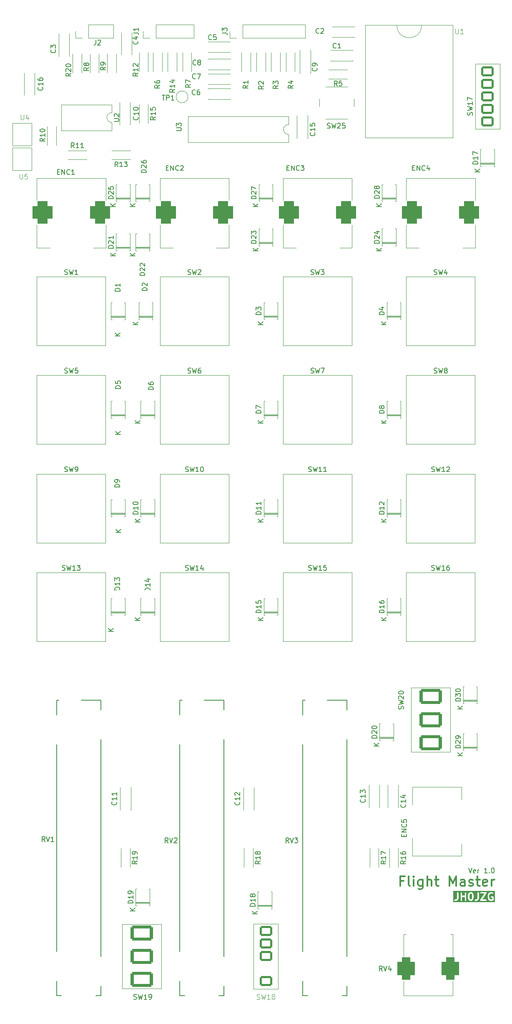
<source format=gto>
G04 #@! TF.GenerationSoftware,KiCad,Pcbnew,7.0.10*
G04 #@! TF.CreationDate,2024-11-07T19:02:29+09:00*
G04 #@! TF.ProjectId,Flight_Master,466c6967-6874-45f4-9d61-737465722e6b,rev?*
G04 #@! TF.SameCoordinates,Original*
G04 #@! TF.FileFunction,Legend,Top*
G04 #@! TF.FilePolarity,Positive*
%FSLAX46Y46*%
G04 Gerber Fmt 4.6, Leading zero omitted, Abs format (unit mm)*
G04 Created by KiCad (PCBNEW 7.0.10) date 2024-11-07 19:02:29*
%MOMM*%
%LPD*%
G01*
G04 APERTURE LIST*
G04 Aperture macros list*
%AMRoundRect*
0 Rectangle with rounded corners*
0 $1 Rounding radius*
0 $2 $3 $4 $5 $6 $7 $8 $9 X,Y pos of 4 corners*
0 Add a 4 corners polygon primitive as box body*
4,1,4,$2,$3,$4,$5,$6,$7,$8,$9,$2,$3,0*
0 Add four circle primitives for the rounded corners*
1,1,$1+$1,$2,$3*
1,1,$1+$1,$4,$5*
1,1,$1+$1,$6,$7*
1,1,$1+$1,$8,$9*
0 Add four rect primitives between the rounded corners*
20,1,$1+$1,$2,$3,$4,$5,0*
20,1,$1+$1,$4,$5,$6,$7,0*
20,1,$1+$1,$6,$7,$8,$9,0*
20,1,$1+$1,$8,$9,$2,$3,0*%
G04 Aperture macros list end*
%ADD10C,0.150000*%
%ADD11C,0.300000*%
%ADD12C,0.100000*%
%ADD13C,0.120000*%
%ADD14C,0.200000*%
%ADD15O,1.600000X1.200000*%
%ADD16C,1.600000*%
%ADD17C,3.200000*%
%ADD18C,1.400000*%
%ADD19O,1.400000X1.400000*%
%ADD20C,1.700000*%
%ADD21C,4.000000*%
%ADD22C,2.500000*%
%ADD23C,3.800000*%
%ADD24R,2.000000X2.000000*%
%ADD25O,2.000000X2.000000*%
%ADD26C,2.000000*%
%ADD27RoundRect,1.000000X-1.000000X-1.250000X1.000000X-1.250000X1.000000X1.250000X-1.000000X1.250000X0*%
%ADD28C,2.100000*%
%ADD29R,1.700000X1.700000*%
%ADD30O,1.700000X1.700000*%
%ADD31R,1.600000X1.600000*%
%ADD32O,1.600000X1.600000*%
%ADD33RoundRect,0.200000X-1.050000X0.800000X-1.050000X-0.800000X1.050000X-0.800000X1.050000X0.800000X0*%
%ADD34RoundRect,0.875000X0.875000X1.375000X-0.875000X1.375000X-0.875000X-1.375000X0.875000X-1.375000X0*%
%ADD35RoundRect,0.200000X1.050000X-0.800000X1.050000X0.800000X-1.050000X0.800000X-1.050000X-0.800000X0*%
%ADD36C,1.500000*%
%ADD37RoundRect,0.300000X-1.950000X1.200000X-1.950000X-1.200000X1.950000X-1.200000X1.950000X1.200000X0*%
%ADD38RoundRect,0.300000X1.950000X-1.200000X1.950000X1.200000X-1.950000X1.200000X-1.950000X-1.200000X0*%
G04 APERTURE END LIST*
D10*
X130193922Y41430180D02*
X130527255Y40430180D01*
X130527255Y40430180D02*
X130860588Y41430180D01*
X131574874Y40477800D02*
X131479636Y40430180D01*
X131479636Y40430180D02*
X131289160Y40430180D01*
X131289160Y40430180D02*
X131193922Y40477800D01*
X131193922Y40477800D02*
X131146303Y40573038D01*
X131146303Y40573038D02*
X131146303Y40953990D01*
X131146303Y40953990D02*
X131193922Y41049228D01*
X131193922Y41049228D02*
X131289160Y41096847D01*
X131289160Y41096847D02*
X131479636Y41096847D01*
X131479636Y41096847D02*
X131574874Y41049228D01*
X131574874Y41049228D02*
X131622493Y40953990D01*
X131622493Y40953990D02*
X131622493Y40858752D01*
X131622493Y40858752D02*
X131146303Y40763514D01*
X132051065Y40430180D02*
X132051065Y41096847D01*
X132051065Y40906371D02*
X132098684Y41001609D01*
X132098684Y41001609D02*
X132146303Y41049228D01*
X132146303Y41049228D02*
X132241541Y41096847D01*
X132241541Y41096847D02*
X132336779Y41096847D01*
X133955827Y40430180D02*
X133384399Y40430180D01*
X133670113Y40430180D02*
X133670113Y41430180D01*
X133670113Y41430180D02*
X133574875Y41287323D01*
X133574875Y41287323D02*
X133479637Y41192085D01*
X133479637Y41192085D02*
X133384399Y41144466D01*
X134384399Y40525419D02*
X134432018Y40477800D01*
X134432018Y40477800D02*
X134384399Y40430180D01*
X134384399Y40430180D02*
X134336780Y40477800D01*
X134336780Y40477800D02*
X134384399Y40525419D01*
X134384399Y40525419D02*
X134384399Y40430180D01*
X135051065Y41430180D02*
X135146303Y41430180D01*
X135146303Y41430180D02*
X135241541Y41382561D01*
X135241541Y41382561D02*
X135289160Y41334942D01*
X135289160Y41334942D02*
X135336779Y41239704D01*
X135336779Y41239704D02*
X135384398Y41049228D01*
X135384398Y41049228D02*
X135384398Y40811133D01*
X135384398Y40811133D02*
X135336779Y40620657D01*
X135336779Y40620657D02*
X135289160Y40525419D01*
X135289160Y40525419D02*
X135241541Y40477800D01*
X135241541Y40477800D02*
X135146303Y40430180D01*
X135146303Y40430180D02*
X135051065Y40430180D01*
X135051065Y40430180D02*
X134955827Y40477800D01*
X134955827Y40477800D02*
X134908208Y40525419D01*
X134908208Y40525419D02*
X134860589Y40620657D01*
X134860589Y40620657D02*
X134812970Y40811133D01*
X134812970Y40811133D02*
X134812970Y41049228D01*
X134812970Y41049228D02*
X134860589Y41239704D01*
X134860589Y41239704D02*
X134908208Y41334942D01*
X134908208Y41334942D02*
X134955827Y41382561D01*
X134955827Y41382561D02*
X135051065Y41430180D01*
D11*
X116940225Y38807980D02*
X116273558Y38807980D01*
X116273558Y37760361D02*
X116273558Y39760361D01*
X116273558Y39760361D02*
X117225939Y39760361D01*
X118273558Y37760361D02*
X118083082Y37855600D01*
X118083082Y37855600D02*
X117987844Y38046076D01*
X117987844Y38046076D02*
X117987844Y39760361D01*
X119035463Y37760361D02*
X119035463Y39093695D01*
X119035463Y39760361D02*
X118940225Y39665123D01*
X118940225Y39665123D02*
X119035463Y39569885D01*
X119035463Y39569885D02*
X119130701Y39665123D01*
X119130701Y39665123D02*
X119035463Y39760361D01*
X119035463Y39760361D02*
X119035463Y39569885D01*
X120844987Y39093695D02*
X120844987Y37474647D01*
X120844987Y37474647D02*
X120749749Y37284171D01*
X120749749Y37284171D02*
X120654511Y37188933D01*
X120654511Y37188933D02*
X120464034Y37093695D01*
X120464034Y37093695D02*
X120178320Y37093695D01*
X120178320Y37093695D02*
X119987844Y37188933D01*
X120844987Y37855600D02*
X120654511Y37760361D01*
X120654511Y37760361D02*
X120273558Y37760361D01*
X120273558Y37760361D02*
X120083082Y37855600D01*
X120083082Y37855600D02*
X119987844Y37950838D01*
X119987844Y37950838D02*
X119892606Y38141314D01*
X119892606Y38141314D02*
X119892606Y38712742D01*
X119892606Y38712742D02*
X119987844Y38903219D01*
X119987844Y38903219D02*
X120083082Y38998457D01*
X120083082Y38998457D02*
X120273558Y39093695D01*
X120273558Y39093695D02*
X120654511Y39093695D01*
X120654511Y39093695D02*
X120844987Y38998457D01*
X121797368Y37760361D02*
X121797368Y39760361D01*
X122654511Y37760361D02*
X122654511Y38807980D01*
X122654511Y38807980D02*
X122559273Y38998457D01*
X122559273Y38998457D02*
X122368797Y39093695D01*
X122368797Y39093695D02*
X122083082Y39093695D01*
X122083082Y39093695D02*
X121892606Y38998457D01*
X121892606Y38998457D02*
X121797368Y38903219D01*
X123321178Y39093695D02*
X124083082Y39093695D01*
X123606892Y39760361D02*
X123606892Y38046076D01*
X123606892Y38046076D02*
X123702130Y37855600D01*
X123702130Y37855600D02*
X123892606Y37760361D01*
X123892606Y37760361D02*
X124083082Y37760361D01*
X126273559Y37760361D02*
X126273559Y39760361D01*
X126273559Y39760361D02*
X126940226Y38331790D01*
X126940226Y38331790D02*
X127606892Y39760361D01*
X127606892Y39760361D02*
X127606892Y37760361D01*
X129416416Y37760361D02*
X129416416Y38807980D01*
X129416416Y38807980D02*
X129321178Y38998457D01*
X129321178Y38998457D02*
X129130702Y39093695D01*
X129130702Y39093695D02*
X128749749Y39093695D01*
X128749749Y39093695D02*
X128559273Y38998457D01*
X129416416Y37855600D02*
X129225940Y37760361D01*
X129225940Y37760361D02*
X128749749Y37760361D01*
X128749749Y37760361D02*
X128559273Y37855600D01*
X128559273Y37855600D02*
X128464035Y38046076D01*
X128464035Y38046076D02*
X128464035Y38236552D01*
X128464035Y38236552D02*
X128559273Y38427028D01*
X128559273Y38427028D02*
X128749749Y38522266D01*
X128749749Y38522266D02*
X129225940Y38522266D01*
X129225940Y38522266D02*
X129416416Y38617504D01*
X130273559Y37855600D02*
X130464035Y37760361D01*
X130464035Y37760361D02*
X130844987Y37760361D01*
X130844987Y37760361D02*
X131035464Y37855600D01*
X131035464Y37855600D02*
X131130702Y38046076D01*
X131130702Y38046076D02*
X131130702Y38141314D01*
X131130702Y38141314D02*
X131035464Y38331790D01*
X131035464Y38331790D02*
X130844987Y38427028D01*
X130844987Y38427028D02*
X130559273Y38427028D01*
X130559273Y38427028D02*
X130368797Y38522266D01*
X130368797Y38522266D02*
X130273559Y38712742D01*
X130273559Y38712742D02*
X130273559Y38807980D01*
X130273559Y38807980D02*
X130368797Y38998457D01*
X130368797Y38998457D02*
X130559273Y39093695D01*
X130559273Y39093695D02*
X130844987Y39093695D01*
X130844987Y39093695D02*
X131035464Y38998457D01*
X131702131Y39093695D02*
X132464035Y39093695D01*
X131987845Y39760361D02*
X131987845Y38046076D01*
X131987845Y38046076D02*
X132083083Y37855600D01*
X132083083Y37855600D02*
X132273559Y37760361D01*
X132273559Y37760361D02*
X132464035Y37760361D01*
X133892607Y37855600D02*
X133702131Y37760361D01*
X133702131Y37760361D02*
X133321178Y37760361D01*
X133321178Y37760361D02*
X133130702Y37855600D01*
X133130702Y37855600D02*
X133035464Y38046076D01*
X133035464Y38046076D02*
X133035464Y38807980D01*
X133035464Y38807980D02*
X133130702Y38998457D01*
X133130702Y38998457D02*
X133321178Y39093695D01*
X133321178Y39093695D02*
X133702131Y39093695D01*
X133702131Y39093695D02*
X133892607Y38998457D01*
X133892607Y38998457D02*
X133987845Y38807980D01*
X133987845Y38807980D02*
X133987845Y38617504D01*
X133987845Y38617504D02*
X133035464Y38427028D01*
X134844988Y37760361D02*
X134844988Y39093695D01*
X134844988Y38712742D02*
X134940226Y38903219D01*
X134940226Y38903219D02*
X135035464Y38998457D01*
X135035464Y38998457D02*
X135225940Y39093695D01*
X135225940Y39093695D02*
X135416417Y39093695D01*
G36*
X130751372Y36204463D02*
G01*
X130788376Y36167459D01*
X130841554Y36061101D01*
X130904511Y35809277D01*
X130904511Y35489064D01*
X130841554Y35237240D01*
X130788376Y35130882D01*
X130751372Y35093878D01*
X130661958Y35049171D01*
X130589921Y35049171D01*
X130500507Y35093878D01*
X130463503Y35130881D01*
X130410322Y35237241D01*
X130347368Y35489063D01*
X130347368Y35809278D01*
X130410322Y36061100D01*
X130463503Y36167460D01*
X130500507Y36204463D01*
X130589921Y36249171D01*
X130661958Y36249171D01*
X130751372Y36204463D01*
G37*
G36*
X135490224Y34534885D02*
G01*
X127047367Y34534885D01*
X127047367Y34899171D01*
X127261653Y34899171D01*
X127281749Y34824171D01*
X127336653Y34769267D01*
X127411653Y34749171D01*
X127554510Y34749171D01*
X127577838Y34755421D01*
X127601944Y34756869D01*
X127816230Y34828297D01*
X127845005Y34847296D01*
X127874862Y34864534D01*
X127909499Y34899171D01*
X128547367Y34899171D01*
X128567463Y34824171D01*
X128622367Y34769267D01*
X128697367Y34749171D01*
X128772367Y34769267D01*
X128827271Y34824171D01*
X128847367Y34899171D01*
X128847367Y35534885D01*
X129404510Y35534885D01*
X129404510Y34899171D01*
X129424606Y34824171D01*
X129479510Y34769267D01*
X129554510Y34749171D01*
X129629510Y34769267D01*
X129684414Y34824171D01*
X129704510Y34899171D01*
X129704510Y35470600D01*
X130047368Y35470600D01*
X130052158Y35452722D01*
X130051847Y35434220D01*
X130123275Y35148505D01*
X130131311Y35134027D01*
X130134632Y35117803D01*
X130206061Y34974946D01*
X130222083Y34956877D01*
X130234160Y34935961D01*
X130305589Y34864533D01*
X130326503Y34852458D01*
X130344572Y34836436D01*
X130487428Y34765007D01*
X130521210Y34758093D01*
X130554511Y34749171D01*
X130697368Y34749171D01*
X130730669Y34758094D01*
X130764450Y34765007D01*
X130907307Y34836436D01*
X130925375Y34852458D01*
X130946290Y34864533D01*
X130980928Y34899171D01*
X131404510Y34899171D01*
X131424606Y34824171D01*
X131479510Y34769267D01*
X131554510Y34749171D01*
X131697367Y34749171D01*
X131720695Y34755421D01*
X131744801Y34756869D01*
X131959087Y34828297D01*
X131987862Y34847296D01*
X132017719Y34864534D01*
X132052356Y34899171D01*
X132547367Y34899171D01*
X132556206Y34866182D01*
X132562905Y34832687D01*
X132566179Y34828960D01*
X132567463Y34824171D01*
X132591612Y34800021D01*
X132614162Y34774363D01*
X132618860Y34772773D01*
X132622367Y34769267D01*
X132655357Y34760427D01*
X132687713Y34749482D01*
X132692576Y34750454D01*
X132697367Y34749171D01*
X133697367Y34749171D01*
X133772367Y34769267D01*
X133827271Y34824171D01*
X133847367Y34899171D01*
X133827271Y34974171D01*
X133772367Y35029075D01*
X133697367Y35049171D01*
X132977645Y35049171D01*
X133306216Y35542028D01*
X134047367Y35542028D01*
X134052157Y35524150D01*
X134051846Y35505648D01*
X134123274Y35219934D01*
X134131310Y35205456D01*
X134134631Y35189232D01*
X134206060Y35046375D01*
X134222082Y35028306D01*
X134234158Y35007391D01*
X134377015Y34864534D01*
X134406874Y34847294D01*
X134435647Y34828298D01*
X134649932Y34756869D01*
X134674038Y34755421D01*
X134697367Y34749171D01*
X134840224Y34749171D01*
X134863552Y34755421D01*
X134887658Y34756869D01*
X135101944Y34828297D01*
X135130719Y34847296D01*
X135160576Y34864534D01*
X135232004Y34935962D01*
X135241877Y34953063D01*
X135255842Y34967028D01*
X135260953Y34986102D01*
X135270827Y35003205D01*
X135270827Y35022953D01*
X135275938Y35042028D01*
X135275938Y35542028D01*
X135255842Y35617028D01*
X135200938Y35671932D01*
X135125938Y35692028D01*
X134840224Y35692028D01*
X134765224Y35671932D01*
X134710320Y35617028D01*
X134690224Y35542028D01*
X134710320Y35467028D01*
X134765224Y35412124D01*
X134840224Y35392028D01*
X134975938Y35392028D01*
X134975938Y35104160D01*
X134973482Y35101704D01*
X134815884Y35049171D01*
X134721710Y35049171D01*
X134564108Y35101704D01*
X134463502Y35202310D01*
X134410321Y35308670D01*
X134347367Y35560491D01*
X134347367Y35737850D01*
X134410321Y35989671D01*
X134463502Y36096031D01*
X134564108Y36196637D01*
X134721710Y36249171D01*
X134876243Y36249171D01*
X134987427Y36193578D01*
X135063497Y36178011D01*
X135137158Y36202565D01*
X135188674Y36260660D01*
X135204241Y36336729D01*
X135179687Y36410390D01*
X135121592Y36461906D01*
X134978735Y36533335D01*
X134944954Y36540247D01*
X134911653Y36549171D01*
X134697367Y36549171D01*
X134674038Y36542920D01*
X134649932Y36541473D01*
X134435647Y36470044D01*
X134406874Y36451047D01*
X134377015Y36433808D01*
X134234158Y36290951D01*
X134222082Y36270035D01*
X134206060Y36251967D01*
X134134631Y36109110D01*
X134131310Y36092885D01*
X134123274Y36078408D01*
X134051846Y35792694D01*
X134052157Y35774191D01*
X134047367Y35756314D01*
X134047367Y35542028D01*
X133306216Y35542028D01*
X133822175Y36315966D01*
X133823764Y36320664D01*
X133827271Y36324171D01*
X133836110Y36357161D01*
X133847056Y36389517D01*
X133846083Y36394380D01*
X133847367Y36399171D01*
X133838527Y36432159D01*
X133831829Y36465655D01*
X133828554Y36469381D01*
X133827271Y36474171D01*
X133803121Y36498320D01*
X133780572Y36523979D01*
X133775873Y36525568D01*
X133772367Y36529075D01*
X133739376Y36537914D01*
X133707021Y36548860D01*
X133702157Y36547887D01*
X133697367Y36549171D01*
X132697367Y36549171D01*
X132622367Y36529075D01*
X132567463Y36474171D01*
X132547367Y36399171D01*
X132567463Y36324171D01*
X132622367Y36269267D01*
X132697367Y36249171D01*
X133417090Y36249171D01*
X132572559Y34982376D01*
X132570969Y34977677D01*
X132567463Y34974171D01*
X132558623Y34941180D01*
X132547678Y34908825D01*
X132548650Y34903961D01*
X132547367Y34899171D01*
X132052356Y34899171D01*
X132160576Y35007391D01*
X132177816Y35037251D01*
X132196812Y35066022D01*
X132268241Y35280307D01*
X132269688Y35304413D01*
X132275939Y35327742D01*
X132275939Y36399171D01*
X132255843Y36474171D01*
X132200939Y36529075D01*
X132125939Y36549171D01*
X132050939Y36529075D01*
X131996035Y36474171D01*
X131975939Y36399171D01*
X131975939Y35352082D01*
X131923405Y35194484D01*
X131830625Y35101704D01*
X131673027Y35049171D01*
X131554510Y35049171D01*
X131479510Y35029075D01*
X131424606Y34974171D01*
X131404510Y34899171D01*
X130980928Y34899171D01*
X131017719Y34935961D01*
X131029794Y34956876D01*
X131045818Y34974946D01*
X131117246Y35117804D01*
X131120565Y35134027D01*
X131128603Y35148505D01*
X131200032Y35434219D01*
X131199720Y35452723D01*
X131204511Y35470600D01*
X131204511Y35827742D01*
X131199720Y35845618D01*
X131200032Y35864123D01*
X131128603Y36149837D01*
X131120565Y36164314D01*
X131117246Y36180538D01*
X131045818Y36323396D01*
X131029794Y36341465D01*
X131017719Y36362381D01*
X130946290Y36433809D01*
X130925375Y36445883D01*
X130907307Y36461906D01*
X130764450Y36533335D01*
X130730669Y36540247D01*
X130697368Y36549171D01*
X130554511Y36549171D01*
X130521210Y36540248D01*
X130487428Y36533335D01*
X130344572Y36461906D01*
X130326503Y36445883D01*
X130305589Y36433809D01*
X130234160Y36362381D01*
X130222083Y36341464D01*
X130206061Y36323396D01*
X130134632Y36180539D01*
X130131311Y36164314D01*
X130123275Y36149837D01*
X130051847Y35864122D01*
X130052158Y35845619D01*
X130047368Y35827742D01*
X130047368Y35470600D01*
X129704510Y35470600D01*
X129704510Y36399171D01*
X129684414Y36474171D01*
X129629510Y36529075D01*
X129554510Y36549171D01*
X129479510Y36529075D01*
X129424606Y36474171D01*
X129404510Y36399171D01*
X129404510Y35834885D01*
X128847367Y35834885D01*
X128847367Y36399171D01*
X128827271Y36474171D01*
X128772367Y36529075D01*
X128697367Y36549171D01*
X128622367Y36529075D01*
X128567463Y36474171D01*
X128547367Y36399171D01*
X128547367Y34899171D01*
X127909499Y34899171D01*
X128017719Y35007391D01*
X128034959Y35037251D01*
X128053955Y35066022D01*
X128125384Y35280307D01*
X128126831Y35304413D01*
X128133082Y35327742D01*
X128133082Y36399171D01*
X128112986Y36474171D01*
X128058082Y36529075D01*
X127983082Y36549171D01*
X127908082Y36529075D01*
X127853178Y36474171D01*
X127833082Y36399171D01*
X127833082Y35352082D01*
X127780548Y35194484D01*
X127687768Y35101704D01*
X127530170Y35049171D01*
X127411653Y35049171D01*
X127336653Y35029075D01*
X127281749Y34974171D01*
X127261653Y34899171D01*
X127047367Y34899171D01*
X127047367Y36763457D01*
X135490224Y36763457D01*
X135490224Y34534885D01*
G37*
D12*
X39038095Y182242580D02*
X39038095Y181433057D01*
X39038095Y181433057D02*
X39085714Y181337819D01*
X39085714Y181337819D02*
X39133333Y181290200D01*
X39133333Y181290200D02*
X39228571Y181242580D01*
X39228571Y181242580D02*
X39419047Y181242580D01*
X39419047Y181242580D02*
X39514285Y181290200D01*
X39514285Y181290200D02*
X39561904Y181337819D01*
X39561904Y181337819D02*
X39609523Y181433057D01*
X39609523Y181433057D02*
X39609523Y182242580D01*
X40561904Y182242580D02*
X40085714Y182242580D01*
X40085714Y182242580D02*
X40038095Y181766390D01*
X40038095Y181766390D02*
X40085714Y181814009D01*
X40085714Y181814009D02*
X40180952Y181861628D01*
X40180952Y181861628D02*
X40419047Y181861628D01*
X40419047Y181861628D02*
X40514285Y181814009D01*
X40514285Y181814009D02*
X40561904Y181766390D01*
X40561904Y181766390D02*
X40609523Y181671152D01*
X40609523Y181671152D02*
X40609523Y181433057D01*
X40609523Y181433057D02*
X40561904Y181337819D01*
X40561904Y181337819D02*
X40514285Y181290200D01*
X40514285Y181290200D02*
X40419047Y181242580D01*
X40419047Y181242580D02*
X40180952Y181242580D01*
X40180952Y181242580D02*
X40085714Y181290200D01*
X40085714Y181290200D02*
X40038095Y181337819D01*
D10*
X74723333Y201670419D02*
X74675714Y201622800D01*
X74675714Y201622800D02*
X74532857Y201575180D01*
X74532857Y201575180D02*
X74437619Y201575180D01*
X74437619Y201575180D02*
X74294762Y201622800D01*
X74294762Y201622800D02*
X74199524Y201718038D01*
X74199524Y201718038D02*
X74151905Y201813276D01*
X74151905Y201813276D02*
X74104286Y202003752D01*
X74104286Y202003752D02*
X74104286Y202146609D01*
X74104286Y202146609D02*
X74151905Y202337085D01*
X74151905Y202337085D02*
X74199524Y202432323D01*
X74199524Y202432323D02*
X74294762Y202527561D01*
X74294762Y202527561D02*
X74437619Y202575180D01*
X74437619Y202575180D02*
X74532857Y202575180D01*
X74532857Y202575180D02*
X74675714Y202527561D01*
X74675714Y202527561D02*
X74723333Y202479942D01*
X75056667Y202575180D02*
X75723333Y202575180D01*
X75723333Y202575180D02*
X75294762Y201575180D01*
X94544819Y200213333D02*
X94068628Y199880000D01*
X94544819Y199641905D02*
X93544819Y199641905D01*
X93544819Y199641905D02*
X93544819Y200022857D01*
X93544819Y200022857D02*
X93592438Y200118095D01*
X93592438Y200118095D02*
X93640057Y200165714D01*
X93640057Y200165714D02*
X93735295Y200213333D01*
X93735295Y200213333D02*
X93878152Y200213333D01*
X93878152Y200213333D02*
X93973390Y200165714D01*
X93973390Y200165714D02*
X94021009Y200118095D01*
X94021009Y200118095D02*
X94068628Y200022857D01*
X94068628Y200022857D02*
X94068628Y199641905D01*
X93878152Y201070476D02*
X94544819Y201070476D01*
X93497200Y200832381D02*
X94211485Y200594286D01*
X94211485Y200594286D02*
X94211485Y201213333D01*
X123166667Y141886800D02*
X123309524Y141839180D01*
X123309524Y141839180D02*
X123547619Y141839180D01*
X123547619Y141839180D02*
X123642857Y141886800D01*
X123642857Y141886800D02*
X123690476Y141934419D01*
X123690476Y141934419D02*
X123738095Y142029657D01*
X123738095Y142029657D02*
X123738095Y142124895D01*
X123738095Y142124895D02*
X123690476Y142220133D01*
X123690476Y142220133D02*
X123642857Y142267752D01*
X123642857Y142267752D02*
X123547619Y142315371D01*
X123547619Y142315371D02*
X123357143Y142362990D01*
X123357143Y142362990D02*
X123261905Y142410609D01*
X123261905Y142410609D02*
X123214286Y142458228D01*
X123214286Y142458228D02*
X123166667Y142553466D01*
X123166667Y142553466D02*
X123166667Y142648704D01*
X123166667Y142648704D02*
X123214286Y142743942D01*
X123214286Y142743942D02*
X123261905Y142791561D01*
X123261905Y142791561D02*
X123357143Y142839180D01*
X123357143Y142839180D02*
X123595238Y142839180D01*
X123595238Y142839180D02*
X123738095Y142791561D01*
X124071429Y142839180D02*
X124309524Y141839180D01*
X124309524Y141839180D02*
X124500000Y142553466D01*
X124500000Y142553466D02*
X124690476Y141839180D01*
X124690476Y141839180D02*
X124928572Y142839180D01*
X125452381Y142410609D02*
X125357143Y142458228D01*
X125357143Y142458228D02*
X125309524Y142505847D01*
X125309524Y142505847D02*
X125261905Y142601085D01*
X125261905Y142601085D02*
X125261905Y142648704D01*
X125261905Y142648704D02*
X125309524Y142743942D01*
X125309524Y142743942D02*
X125357143Y142791561D01*
X125357143Y142791561D02*
X125452381Y142839180D01*
X125452381Y142839180D02*
X125642857Y142839180D01*
X125642857Y142839180D02*
X125738095Y142791561D01*
X125738095Y142791561D02*
X125785714Y142743942D01*
X125785714Y142743942D02*
X125833333Y142648704D01*
X125833333Y142648704D02*
X125833333Y142601085D01*
X125833333Y142601085D02*
X125785714Y142505847D01*
X125785714Y142505847D02*
X125738095Y142458228D01*
X125738095Y142458228D02*
X125642857Y142410609D01*
X125642857Y142410609D02*
X125452381Y142410609D01*
X125452381Y142410609D02*
X125357143Y142362990D01*
X125357143Y142362990D02*
X125309524Y142315371D01*
X125309524Y142315371D02*
X125261905Y142220133D01*
X125261905Y142220133D02*
X125261905Y142029657D01*
X125261905Y142029657D02*
X125309524Y141934419D01*
X125309524Y141934419D02*
X125357143Y141886800D01*
X125357143Y141886800D02*
X125452381Y141839180D01*
X125452381Y141839180D02*
X125642857Y141839180D01*
X125642857Y141839180D02*
X125738095Y141886800D01*
X125738095Y141886800D02*
X125785714Y141934419D01*
X125785714Y141934419D02*
X125833333Y142029657D01*
X125833333Y142029657D02*
X125833333Y142220133D01*
X125833333Y142220133D02*
X125785714Y142315371D01*
X125785714Y142315371D02*
X125738095Y142362990D01*
X125738095Y142362990D02*
X125642857Y142410609D01*
X48166667Y161886800D02*
X48309524Y161839180D01*
X48309524Y161839180D02*
X48547619Y161839180D01*
X48547619Y161839180D02*
X48642857Y161886800D01*
X48642857Y161886800D02*
X48690476Y161934419D01*
X48690476Y161934419D02*
X48738095Y162029657D01*
X48738095Y162029657D02*
X48738095Y162124895D01*
X48738095Y162124895D02*
X48690476Y162220133D01*
X48690476Y162220133D02*
X48642857Y162267752D01*
X48642857Y162267752D02*
X48547619Y162315371D01*
X48547619Y162315371D02*
X48357143Y162362990D01*
X48357143Y162362990D02*
X48261905Y162410609D01*
X48261905Y162410609D02*
X48214286Y162458228D01*
X48214286Y162458228D02*
X48166667Y162553466D01*
X48166667Y162553466D02*
X48166667Y162648704D01*
X48166667Y162648704D02*
X48214286Y162743942D01*
X48214286Y162743942D02*
X48261905Y162791561D01*
X48261905Y162791561D02*
X48357143Y162839180D01*
X48357143Y162839180D02*
X48595238Y162839180D01*
X48595238Y162839180D02*
X48738095Y162791561D01*
X49071429Y162839180D02*
X49309524Y161839180D01*
X49309524Y161839180D02*
X49500000Y162553466D01*
X49500000Y162553466D02*
X49690476Y161839180D01*
X49690476Y161839180D02*
X49928572Y162839180D01*
X50833333Y161839180D02*
X50261905Y161839180D01*
X50547619Y161839180D02*
X50547619Y162839180D01*
X50547619Y162839180D02*
X50452381Y162696323D01*
X50452381Y162696323D02*
X50357143Y162601085D01*
X50357143Y162601085D02*
X50261905Y162553466D01*
X46229580Y207463333D02*
X46277200Y207415714D01*
X46277200Y207415714D02*
X46324819Y207272857D01*
X46324819Y207272857D02*
X46324819Y207177619D01*
X46324819Y207177619D02*
X46277200Y207034762D01*
X46277200Y207034762D02*
X46181961Y206939524D01*
X46181961Y206939524D02*
X46086723Y206891905D01*
X46086723Y206891905D02*
X45896247Y206844286D01*
X45896247Y206844286D02*
X45753390Y206844286D01*
X45753390Y206844286D02*
X45562914Y206891905D01*
X45562914Y206891905D02*
X45467676Y206939524D01*
X45467676Y206939524D02*
X45372438Y207034762D01*
X45372438Y207034762D02*
X45324819Y207177619D01*
X45324819Y207177619D02*
X45324819Y207272857D01*
X45324819Y207272857D02*
X45372438Y207415714D01*
X45372438Y207415714D02*
X45420057Y207463333D01*
X45324819Y207796667D02*
X45324819Y208415714D01*
X45324819Y208415714D02*
X45705771Y208082381D01*
X45705771Y208082381D02*
X45705771Y208225238D01*
X45705771Y208225238D02*
X45753390Y208320476D01*
X45753390Y208320476D02*
X45801009Y208368095D01*
X45801009Y208368095D02*
X45896247Y208415714D01*
X45896247Y208415714D02*
X46134342Y208415714D01*
X46134342Y208415714D02*
X46229580Y208368095D01*
X46229580Y208368095D02*
X46277200Y208320476D01*
X46277200Y208320476D02*
X46324819Y208225238D01*
X46324819Y208225238D02*
X46324819Y207939524D01*
X46324819Y207939524D02*
X46277200Y207844286D01*
X46277200Y207844286D02*
X46229580Y207796667D01*
X56444819Y203943333D02*
X55968628Y203610000D01*
X56444819Y203371905D02*
X55444819Y203371905D01*
X55444819Y203371905D02*
X55444819Y203752857D01*
X55444819Y203752857D02*
X55492438Y203848095D01*
X55492438Y203848095D02*
X55540057Y203895714D01*
X55540057Y203895714D02*
X55635295Y203943333D01*
X55635295Y203943333D02*
X55778152Y203943333D01*
X55778152Y203943333D02*
X55873390Y203895714D01*
X55873390Y203895714D02*
X55921009Y203848095D01*
X55921009Y203848095D02*
X55968628Y203752857D01*
X55968628Y203752857D02*
X55968628Y203371905D01*
X56444819Y204419524D02*
X56444819Y204610000D01*
X56444819Y204610000D02*
X56397200Y204705238D01*
X56397200Y204705238D02*
X56349580Y204752857D01*
X56349580Y204752857D02*
X56206723Y204848095D01*
X56206723Y204848095D02*
X56016247Y204895714D01*
X56016247Y204895714D02*
X55635295Y204895714D01*
X55635295Y204895714D02*
X55540057Y204848095D01*
X55540057Y204848095D02*
X55492438Y204800476D01*
X55492438Y204800476D02*
X55444819Y204705238D01*
X55444819Y204705238D02*
X55444819Y204514762D01*
X55444819Y204514762D02*
X55492438Y204419524D01*
X55492438Y204419524D02*
X55540057Y204371905D01*
X55540057Y204371905D02*
X55635295Y204324286D01*
X55635295Y204324286D02*
X55873390Y204324286D01*
X55873390Y204324286D02*
X55968628Y204371905D01*
X55968628Y204371905D02*
X56016247Y204419524D01*
X56016247Y204419524D02*
X56063866Y204514762D01*
X56063866Y204514762D02*
X56063866Y204705238D01*
X56063866Y204705238D02*
X56016247Y204800476D01*
X56016247Y204800476D02*
X55968628Y204848095D01*
X55968628Y204848095D02*
X55873390Y204895714D01*
X93654761Y46545180D02*
X93321428Y47021371D01*
X93083333Y46545180D02*
X93083333Y47545180D01*
X93083333Y47545180D02*
X93464285Y47545180D01*
X93464285Y47545180D02*
X93559523Y47497561D01*
X93559523Y47497561D02*
X93607142Y47449942D01*
X93607142Y47449942D02*
X93654761Y47354704D01*
X93654761Y47354704D02*
X93654761Y47211847D01*
X93654761Y47211847D02*
X93607142Y47116609D01*
X93607142Y47116609D02*
X93559523Y47068990D01*
X93559523Y47068990D02*
X93464285Y47021371D01*
X93464285Y47021371D02*
X93083333Y47021371D01*
X93940476Y47545180D02*
X94273809Y46545180D01*
X94273809Y46545180D02*
X94607142Y47545180D01*
X94845238Y47545180D02*
X95464285Y47545180D01*
X95464285Y47545180D02*
X95130952Y47164228D01*
X95130952Y47164228D02*
X95273809Y47164228D01*
X95273809Y47164228D02*
X95369047Y47116609D01*
X95369047Y47116609D02*
X95416666Y47068990D01*
X95416666Y47068990D02*
X95464285Y46973752D01*
X95464285Y46973752D02*
X95464285Y46735657D01*
X95464285Y46735657D02*
X95416666Y46640419D01*
X95416666Y46640419D02*
X95369047Y46592800D01*
X95369047Y46592800D02*
X95273809Y46545180D01*
X95273809Y46545180D02*
X94988095Y46545180D01*
X94988095Y46545180D02*
X94892857Y46592800D01*
X94892857Y46592800D02*
X94845238Y46640419D01*
X132034819Y184281307D02*
X131034819Y184281307D01*
X131034819Y184281307D02*
X131034819Y184519402D01*
X131034819Y184519402D02*
X131082438Y184662259D01*
X131082438Y184662259D02*
X131177676Y184757497D01*
X131177676Y184757497D02*
X131272914Y184805116D01*
X131272914Y184805116D02*
X131463390Y184852735D01*
X131463390Y184852735D02*
X131606247Y184852735D01*
X131606247Y184852735D02*
X131796723Y184805116D01*
X131796723Y184805116D02*
X131891961Y184757497D01*
X131891961Y184757497D02*
X131987200Y184662259D01*
X131987200Y184662259D02*
X132034819Y184519402D01*
X132034819Y184519402D02*
X132034819Y184281307D01*
X132034819Y185805116D02*
X132034819Y185233688D01*
X132034819Y185519402D02*
X131034819Y185519402D01*
X131034819Y185519402D02*
X131177676Y185424164D01*
X131177676Y185424164D02*
X131272914Y185328926D01*
X131272914Y185328926D02*
X131320533Y185233688D01*
X131034819Y186138450D02*
X131034819Y186805116D01*
X131034819Y186805116D02*
X132034819Y186376545D01*
X132454819Y182693688D02*
X131454819Y182693688D01*
X132454819Y183265116D02*
X131883390Y182836545D01*
X131454819Y183265116D02*
X132026247Y182693688D01*
X101480476Y191582800D02*
X101623333Y191535180D01*
X101623333Y191535180D02*
X101861428Y191535180D01*
X101861428Y191535180D02*
X101956666Y191582800D01*
X101956666Y191582800D02*
X102004285Y191630419D01*
X102004285Y191630419D02*
X102051904Y191725657D01*
X102051904Y191725657D02*
X102051904Y191820895D01*
X102051904Y191820895D02*
X102004285Y191916133D01*
X102004285Y191916133D02*
X101956666Y191963752D01*
X101956666Y191963752D02*
X101861428Y192011371D01*
X101861428Y192011371D02*
X101670952Y192058990D01*
X101670952Y192058990D02*
X101575714Y192106609D01*
X101575714Y192106609D02*
X101528095Y192154228D01*
X101528095Y192154228D02*
X101480476Y192249466D01*
X101480476Y192249466D02*
X101480476Y192344704D01*
X101480476Y192344704D02*
X101528095Y192439942D01*
X101528095Y192439942D02*
X101575714Y192487561D01*
X101575714Y192487561D02*
X101670952Y192535180D01*
X101670952Y192535180D02*
X101909047Y192535180D01*
X101909047Y192535180D02*
X102051904Y192487561D01*
X102385238Y192535180D02*
X102623333Y191535180D01*
X102623333Y191535180D02*
X102813809Y192249466D01*
X102813809Y192249466D02*
X103004285Y191535180D01*
X103004285Y191535180D02*
X103242381Y192535180D01*
X103575714Y192439942D02*
X103623333Y192487561D01*
X103623333Y192487561D02*
X103718571Y192535180D01*
X103718571Y192535180D02*
X103956666Y192535180D01*
X103956666Y192535180D02*
X104051904Y192487561D01*
X104051904Y192487561D02*
X104099523Y192439942D01*
X104099523Y192439942D02*
X104147142Y192344704D01*
X104147142Y192344704D02*
X104147142Y192249466D01*
X104147142Y192249466D02*
X104099523Y192106609D01*
X104099523Y192106609D02*
X103528095Y191535180D01*
X103528095Y191535180D02*
X104147142Y191535180D01*
X105051904Y192535180D02*
X104575714Y192535180D01*
X104575714Y192535180D02*
X104528095Y192058990D01*
X104528095Y192058990D02*
X104575714Y192106609D01*
X104575714Y192106609D02*
X104670952Y192154228D01*
X104670952Y192154228D02*
X104909047Y192154228D01*
X104909047Y192154228D02*
X105004285Y192106609D01*
X105004285Y192106609D02*
X105051904Y192058990D01*
X105051904Y192058990D02*
X105099523Y191963752D01*
X105099523Y191963752D02*
X105099523Y191725657D01*
X105099523Y191725657D02*
X105051904Y191630419D01*
X105051904Y191630419D02*
X105004285Y191582800D01*
X105004285Y191582800D02*
X104909047Y191535180D01*
X104909047Y191535180D02*
X104670952Y191535180D01*
X104670952Y191535180D02*
X104575714Y191582800D01*
X104575714Y191582800D02*
X104528095Y191630419D01*
X44154761Y46795180D02*
X43821428Y47271371D01*
X43583333Y46795180D02*
X43583333Y47795180D01*
X43583333Y47795180D02*
X43964285Y47795180D01*
X43964285Y47795180D02*
X44059523Y47747561D01*
X44059523Y47747561D02*
X44107142Y47699942D01*
X44107142Y47699942D02*
X44154761Y47604704D01*
X44154761Y47604704D02*
X44154761Y47461847D01*
X44154761Y47461847D02*
X44107142Y47366609D01*
X44107142Y47366609D02*
X44059523Y47318990D01*
X44059523Y47318990D02*
X43964285Y47271371D01*
X43964285Y47271371D02*
X43583333Y47271371D01*
X44440476Y47795180D02*
X44773809Y46795180D01*
X44773809Y46795180D02*
X45107142Y47795180D01*
X45964285Y46795180D02*
X45392857Y46795180D01*
X45678571Y46795180D02*
X45678571Y47795180D01*
X45678571Y47795180D02*
X45583333Y47652323D01*
X45583333Y47652323D02*
X45488095Y47557085D01*
X45488095Y47557085D02*
X45392857Y47509466D01*
X65474819Y97655714D02*
X64474819Y97655714D01*
X64474819Y97655714D02*
X64474819Y97893809D01*
X64474819Y97893809D02*
X64522438Y98036666D01*
X64522438Y98036666D02*
X64617676Y98131904D01*
X64617676Y98131904D02*
X64712914Y98179523D01*
X64712914Y98179523D02*
X64903390Y98227142D01*
X64903390Y98227142D02*
X65046247Y98227142D01*
X65046247Y98227142D02*
X65236723Y98179523D01*
X65236723Y98179523D02*
X65331961Y98131904D01*
X65331961Y98131904D02*
X65427200Y98036666D01*
X65427200Y98036666D02*
X65474819Y97893809D01*
X65474819Y97893809D02*
X65474819Y97655714D01*
X65474819Y99179523D02*
X65474819Y98608095D01*
X65474819Y98893809D02*
X64474819Y98893809D01*
X64474819Y98893809D02*
X64617676Y98798571D01*
X64617676Y98798571D02*
X64712914Y98703333D01*
X64712914Y98703333D02*
X64760533Y98608095D01*
X64808152Y100036666D02*
X65474819Y100036666D01*
X64427200Y99798571D02*
X65141485Y99560476D01*
X65141485Y99560476D02*
X65141485Y100179523D01*
X63454819Y91638095D02*
X62454819Y91638095D01*
X63454819Y92209523D02*
X62883390Y91780952D01*
X62454819Y92209523D02*
X63026247Y91638095D01*
X128534819Y65785714D02*
X127534819Y65785714D01*
X127534819Y65785714D02*
X127534819Y66023809D01*
X127534819Y66023809D02*
X127582438Y66166666D01*
X127582438Y66166666D02*
X127677676Y66261904D01*
X127677676Y66261904D02*
X127772914Y66309523D01*
X127772914Y66309523D02*
X127963390Y66357142D01*
X127963390Y66357142D02*
X128106247Y66357142D01*
X128106247Y66357142D02*
X128296723Y66309523D01*
X128296723Y66309523D02*
X128391961Y66261904D01*
X128391961Y66261904D02*
X128487200Y66166666D01*
X128487200Y66166666D02*
X128534819Y66023809D01*
X128534819Y66023809D02*
X128534819Y65785714D01*
X127630057Y66738095D02*
X127582438Y66785714D01*
X127582438Y66785714D02*
X127534819Y66880952D01*
X127534819Y66880952D02*
X127534819Y67119047D01*
X127534819Y67119047D02*
X127582438Y67214285D01*
X127582438Y67214285D02*
X127630057Y67261904D01*
X127630057Y67261904D02*
X127725295Y67309523D01*
X127725295Y67309523D02*
X127820533Y67309523D01*
X127820533Y67309523D02*
X127963390Y67261904D01*
X127963390Y67261904D02*
X128534819Y66690476D01*
X128534819Y66690476D02*
X128534819Y67309523D01*
X128534819Y67785714D02*
X128534819Y67976190D01*
X128534819Y67976190D02*
X128487200Y68071428D01*
X128487200Y68071428D02*
X128439580Y68119047D01*
X128439580Y68119047D02*
X128296723Y68214285D01*
X128296723Y68214285D02*
X128106247Y68261904D01*
X128106247Y68261904D02*
X127725295Y68261904D01*
X127725295Y68261904D02*
X127630057Y68214285D01*
X127630057Y68214285D02*
X127582438Y68166666D01*
X127582438Y68166666D02*
X127534819Y68071428D01*
X127534819Y68071428D02*
X127534819Y67880952D01*
X127534819Y67880952D02*
X127582438Y67785714D01*
X127582438Y67785714D02*
X127630057Y67738095D01*
X127630057Y67738095D02*
X127725295Y67690476D01*
X127725295Y67690476D02*
X127963390Y67690476D01*
X127963390Y67690476D02*
X128058628Y67738095D01*
X128058628Y67738095D02*
X128106247Y67785714D01*
X128106247Y67785714D02*
X128153866Y67880952D01*
X128153866Y67880952D02*
X128153866Y68071428D01*
X128153866Y68071428D02*
X128106247Y68166666D01*
X128106247Y68166666D02*
X128058628Y68214285D01*
X128058628Y68214285D02*
X127963390Y68261904D01*
X128954819Y64198095D02*
X127954819Y64198095D01*
X128954819Y64769523D02*
X128383390Y64340952D01*
X127954819Y64769523D02*
X128526247Y64198095D01*
X88034819Y153721905D02*
X87034819Y153721905D01*
X87034819Y153721905D02*
X87034819Y153960000D01*
X87034819Y153960000D02*
X87082438Y154102857D01*
X87082438Y154102857D02*
X87177676Y154198095D01*
X87177676Y154198095D02*
X87272914Y154245714D01*
X87272914Y154245714D02*
X87463390Y154293333D01*
X87463390Y154293333D02*
X87606247Y154293333D01*
X87606247Y154293333D02*
X87796723Y154245714D01*
X87796723Y154245714D02*
X87891961Y154198095D01*
X87891961Y154198095D02*
X87987200Y154102857D01*
X87987200Y154102857D02*
X88034819Y153960000D01*
X88034819Y153960000D02*
X88034819Y153721905D01*
X87034819Y154626667D02*
X87034819Y155245714D01*
X87034819Y155245714D02*
X87415771Y154912381D01*
X87415771Y154912381D02*
X87415771Y155055238D01*
X87415771Y155055238D02*
X87463390Y155150476D01*
X87463390Y155150476D02*
X87511009Y155198095D01*
X87511009Y155198095D02*
X87606247Y155245714D01*
X87606247Y155245714D02*
X87844342Y155245714D01*
X87844342Y155245714D02*
X87939580Y155198095D01*
X87939580Y155198095D02*
X87987200Y155150476D01*
X87987200Y155150476D02*
X88034819Y155055238D01*
X88034819Y155055238D02*
X88034819Y154769524D01*
X88034819Y154769524D02*
X87987200Y154674286D01*
X87987200Y154674286D02*
X87939580Y154626667D01*
X88454819Y151658095D02*
X87454819Y151658095D01*
X88454819Y152229523D02*
X87883390Y151800952D01*
X87454819Y152229523D02*
X88026247Y151658095D01*
X59344819Y97855714D02*
X58344819Y97855714D01*
X58344819Y97855714D02*
X58344819Y98093809D01*
X58344819Y98093809D02*
X58392438Y98236666D01*
X58392438Y98236666D02*
X58487676Y98331904D01*
X58487676Y98331904D02*
X58582914Y98379523D01*
X58582914Y98379523D02*
X58773390Y98427142D01*
X58773390Y98427142D02*
X58916247Y98427142D01*
X58916247Y98427142D02*
X59106723Y98379523D01*
X59106723Y98379523D02*
X59201961Y98331904D01*
X59201961Y98331904D02*
X59297200Y98236666D01*
X59297200Y98236666D02*
X59344819Y98093809D01*
X59344819Y98093809D02*
X59344819Y97855714D01*
X59344819Y99379523D02*
X59344819Y98808095D01*
X59344819Y99093809D02*
X58344819Y99093809D01*
X58344819Y99093809D02*
X58487676Y98998571D01*
X58487676Y98998571D02*
X58582914Y98903333D01*
X58582914Y98903333D02*
X58630533Y98808095D01*
X58344819Y99712857D02*
X58344819Y100331904D01*
X58344819Y100331904D02*
X58725771Y99998571D01*
X58725771Y99998571D02*
X58725771Y100141428D01*
X58725771Y100141428D02*
X58773390Y100236666D01*
X58773390Y100236666D02*
X58821009Y100284285D01*
X58821009Y100284285D02*
X58916247Y100331904D01*
X58916247Y100331904D02*
X59154342Y100331904D01*
X59154342Y100331904D02*
X59249580Y100284285D01*
X59249580Y100284285D02*
X59297200Y100236666D01*
X59297200Y100236666D02*
X59344819Y100141428D01*
X59344819Y100141428D02*
X59344819Y99855714D01*
X59344819Y99855714D02*
X59297200Y99760476D01*
X59297200Y99760476D02*
X59249580Y99712857D01*
X58034819Y89468095D02*
X57034819Y89468095D01*
X58034819Y90039523D02*
X57463390Y89610952D01*
X57034819Y90039523D02*
X57606247Y89468095D01*
X118785714Y183488990D02*
X119119047Y183488990D01*
X119261904Y182965180D02*
X118785714Y182965180D01*
X118785714Y182965180D02*
X118785714Y183965180D01*
X118785714Y183965180D02*
X119261904Y183965180D01*
X119690476Y182965180D02*
X119690476Y183965180D01*
X119690476Y183965180D02*
X120261904Y182965180D01*
X120261904Y182965180D02*
X120261904Y183965180D01*
X121309523Y183060419D02*
X121261904Y183012800D01*
X121261904Y183012800D02*
X121119047Y182965180D01*
X121119047Y182965180D02*
X121023809Y182965180D01*
X121023809Y182965180D02*
X120880952Y183012800D01*
X120880952Y183012800D02*
X120785714Y183108038D01*
X120785714Y183108038D02*
X120738095Y183203276D01*
X120738095Y183203276D02*
X120690476Y183393752D01*
X120690476Y183393752D02*
X120690476Y183536609D01*
X120690476Y183536609D02*
X120738095Y183727085D01*
X120738095Y183727085D02*
X120785714Y183822323D01*
X120785714Y183822323D02*
X120880952Y183917561D01*
X120880952Y183917561D02*
X121023809Y183965180D01*
X121023809Y183965180D02*
X121119047Y183965180D01*
X121119047Y183965180D02*
X121261904Y183917561D01*
X121261904Y183917561D02*
X121309523Y183869942D01*
X122166666Y183631847D02*
X122166666Y182965180D01*
X121928571Y184012800D02*
X121690476Y183298514D01*
X121690476Y183298514D02*
X122309523Y183298514D01*
X63034819Y202747142D02*
X62558628Y202413809D01*
X63034819Y202175714D02*
X62034819Y202175714D01*
X62034819Y202175714D02*
X62034819Y202556666D01*
X62034819Y202556666D02*
X62082438Y202651904D01*
X62082438Y202651904D02*
X62130057Y202699523D01*
X62130057Y202699523D02*
X62225295Y202747142D01*
X62225295Y202747142D02*
X62368152Y202747142D01*
X62368152Y202747142D02*
X62463390Y202699523D01*
X62463390Y202699523D02*
X62511009Y202651904D01*
X62511009Y202651904D02*
X62558628Y202556666D01*
X62558628Y202556666D02*
X62558628Y202175714D01*
X63034819Y203699523D02*
X63034819Y203128095D01*
X63034819Y203413809D02*
X62034819Y203413809D01*
X62034819Y203413809D02*
X62177676Y203318571D01*
X62177676Y203318571D02*
X62272914Y203223333D01*
X62272914Y203223333D02*
X62320533Y203128095D01*
X62130057Y204080476D02*
X62082438Y204128095D01*
X62082438Y204128095D02*
X62034819Y204223333D01*
X62034819Y204223333D02*
X62034819Y204461428D01*
X62034819Y204461428D02*
X62082438Y204556666D01*
X62082438Y204556666D02*
X62130057Y204604285D01*
X62130057Y204604285D02*
X62225295Y204651904D01*
X62225295Y204651904D02*
X62320533Y204651904D01*
X62320533Y204651904D02*
X62463390Y204604285D01*
X62463390Y204604285D02*
X63034819Y204032857D01*
X63034819Y204032857D02*
X63034819Y204651904D01*
X50097142Y187560773D02*
X49763809Y188036964D01*
X49525714Y187560773D02*
X49525714Y188560773D01*
X49525714Y188560773D02*
X49906666Y188560773D01*
X49906666Y188560773D02*
X50001904Y188513154D01*
X50001904Y188513154D02*
X50049523Y188465535D01*
X50049523Y188465535D02*
X50097142Y188370297D01*
X50097142Y188370297D02*
X50097142Y188227440D01*
X50097142Y188227440D02*
X50049523Y188132202D01*
X50049523Y188132202D02*
X50001904Y188084583D01*
X50001904Y188084583D02*
X49906666Y188036964D01*
X49906666Y188036964D02*
X49525714Y188036964D01*
X51049523Y187560773D02*
X50478095Y187560773D01*
X50763809Y187560773D02*
X50763809Y188560773D01*
X50763809Y188560773D02*
X50668571Y188417916D01*
X50668571Y188417916D02*
X50573333Y188322678D01*
X50573333Y188322678D02*
X50478095Y188275059D01*
X52001904Y187560773D02*
X51430476Y187560773D01*
X51716190Y187560773D02*
X51716190Y188560773D01*
X51716190Y188560773D02*
X51620952Y188417916D01*
X51620952Y188417916D02*
X51525714Y188322678D01*
X51525714Y188322678D02*
X51430476Y188275059D01*
X113034819Y93225714D02*
X112034819Y93225714D01*
X112034819Y93225714D02*
X112034819Y93463809D01*
X112034819Y93463809D02*
X112082438Y93606666D01*
X112082438Y93606666D02*
X112177676Y93701904D01*
X112177676Y93701904D02*
X112272914Y93749523D01*
X112272914Y93749523D02*
X112463390Y93797142D01*
X112463390Y93797142D02*
X112606247Y93797142D01*
X112606247Y93797142D02*
X112796723Y93749523D01*
X112796723Y93749523D02*
X112891961Y93701904D01*
X112891961Y93701904D02*
X112987200Y93606666D01*
X112987200Y93606666D02*
X113034819Y93463809D01*
X113034819Y93463809D02*
X113034819Y93225714D01*
X113034819Y94749523D02*
X113034819Y94178095D01*
X113034819Y94463809D02*
X112034819Y94463809D01*
X112034819Y94463809D02*
X112177676Y94368571D01*
X112177676Y94368571D02*
X112272914Y94273333D01*
X112272914Y94273333D02*
X112320533Y94178095D01*
X112034819Y95606666D02*
X112034819Y95416190D01*
X112034819Y95416190D02*
X112082438Y95320952D01*
X112082438Y95320952D02*
X112130057Y95273333D01*
X112130057Y95273333D02*
X112272914Y95178095D01*
X112272914Y95178095D02*
X112463390Y95130476D01*
X112463390Y95130476D02*
X112844342Y95130476D01*
X112844342Y95130476D02*
X112939580Y95178095D01*
X112939580Y95178095D02*
X112987200Y95225714D01*
X112987200Y95225714D02*
X113034819Y95320952D01*
X113034819Y95320952D02*
X113034819Y95511428D01*
X113034819Y95511428D02*
X112987200Y95606666D01*
X112987200Y95606666D02*
X112939580Y95654285D01*
X112939580Y95654285D02*
X112844342Y95701904D01*
X112844342Y95701904D02*
X112606247Y95701904D01*
X112606247Y95701904D02*
X112511009Y95654285D01*
X112511009Y95654285D02*
X112463390Y95606666D01*
X112463390Y95606666D02*
X112415771Y95511428D01*
X112415771Y95511428D02*
X112415771Y95320952D01*
X112415771Y95320952D02*
X112463390Y95225714D01*
X112463390Y95225714D02*
X112511009Y95178095D01*
X112511009Y95178095D02*
X112606247Y95130476D01*
X113454819Y91638095D02*
X112454819Y91638095D01*
X113454819Y92209523D02*
X112883390Y91780952D01*
X112454819Y92209523D02*
X113026247Y91638095D01*
X97690476Y101886800D02*
X97833333Y101839180D01*
X97833333Y101839180D02*
X98071428Y101839180D01*
X98071428Y101839180D02*
X98166666Y101886800D01*
X98166666Y101886800D02*
X98214285Y101934419D01*
X98214285Y101934419D02*
X98261904Y102029657D01*
X98261904Y102029657D02*
X98261904Y102124895D01*
X98261904Y102124895D02*
X98214285Y102220133D01*
X98214285Y102220133D02*
X98166666Y102267752D01*
X98166666Y102267752D02*
X98071428Y102315371D01*
X98071428Y102315371D02*
X97880952Y102362990D01*
X97880952Y102362990D02*
X97785714Y102410609D01*
X97785714Y102410609D02*
X97738095Y102458228D01*
X97738095Y102458228D02*
X97690476Y102553466D01*
X97690476Y102553466D02*
X97690476Y102648704D01*
X97690476Y102648704D02*
X97738095Y102743942D01*
X97738095Y102743942D02*
X97785714Y102791561D01*
X97785714Y102791561D02*
X97880952Y102839180D01*
X97880952Y102839180D02*
X98119047Y102839180D01*
X98119047Y102839180D02*
X98261904Y102791561D01*
X98595238Y102839180D02*
X98833333Y101839180D01*
X98833333Y101839180D02*
X99023809Y102553466D01*
X99023809Y102553466D02*
X99214285Y101839180D01*
X99214285Y101839180D02*
X99452381Y102839180D01*
X100357142Y101839180D02*
X99785714Y101839180D01*
X100071428Y101839180D02*
X100071428Y102839180D01*
X100071428Y102839180D02*
X99976190Y102696323D01*
X99976190Y102696323D02*
X99880952Y102601085D01*
X99880952Y102601085D02*
X99785714Y102553466D01*
X101261904Y102839180D02*
X100785714Y102839180D01*
X100785714Y102839180D02*
X100738095Y102362990D01*
X100738095Y102362990D02*
X100785714Y102410609D01*
X100785714Y102410609D02*
X100880952Y102458228D01*
X100880952Y102458228D02*
X101119047Y102458228D01*
X101119047Y102458228D02*
X101214285Y102410609D01*
X101214285Y102410609D02*
X101261904Y102362990D01*
X101261904Y102362990D02*
X101309523Y102267752D01*
X101309523Y102267752D02*
X101309523Y102029657D01*
X101309523Y102029657D02*
X101261904Y101934419D01*
X101261904Y101934419D02*
X101214285Y101886800D01*
X101214285Y101886800D02*
X101119047Y101839180D01*
X101119047Y101839180D02*
X100880952Y101839180D01*
X100880952Y101839180D02*
X100785714Y101886800D01*
X100785714Y101886800D02*
X100738095Y101934419D01*
X62154819Y210862259D02*
X62869104Y210862259D01*
X62869104Y210862259D02*
X63011961Y210814640D01*
X63011961Y210814640D02*
X63107200Y210719402D01*
X63107200Y210719402D02*
X63154819Y210576545D01*
X63154819Y210576545D02*
X63154819Y210481307D01*
X63154819Y211862259D02*
X63154819Y211290831D01*
X63154819Y211576545D02*
X62154819Y211576545D01*
X62154819Y211576545D02*
X62297676Y211481307D01*
X62297676Y211481307D02*
X62392914Y211386069D01*
X62392914Y211386069D02*
X62440533Y211290831D01*
X47690476Y101886800D02*
X47833333Y101839180D01*
X47833333Y101839180D02*
X48071428Y101839180D01*
X48071428Y101839180D02*
X48166666Y101886800D01*
X48166666Y101886800D02*
X48214285Y101934419D01*
X48214285Y101934419D02*
X48261904Y102029657D01*
X48261904Y102029657D02*
X48261904Y102124895D01*
X48261904Y102124895D02*
X48214285Y102220133D01*
X48214285Y102220133D02*
X48166666Y102267752D01*
X48166666Y102267752D02*
X48071428Y102315371D01*
X48071428Y102315371D02*
X47880952Y102362990D01*
X47880952Y102362990D02*
X47785714Y102410609D01*
X47785714Y102410609D02*
X47738095Y102458228D01*
X47738095Y102458228D02*
X47690476Y102553466D01*
X47690476Y102553466D02*
X47690476Y102648704D01*
X47690476Y102648704D02*
X47738095Y102743942D01*
X47738095Y102743942D02*
X47785714Y102791561D01*
X47785714Y102791561D02*
X47880952Y102839180D01*
X47880952Y102839180D02*
X48119047Y102839180D01*
X48119047Y102839180D02*
X48261904Y102791561D01*
X48595238Y102839180D02*
X48833333Y101839180D01*
X48833333Y101839180D02*
X49023809Y102553466D01*
X49023809Y102553466D02*
X49214285Y101839180D01*
X49214285Y101839180D02*
X49452381Y102839180D01*
X50357142Y101839180D02*
X49785714Y101839180D01*
X50071428Y101839180D02*
X50071428Y102839180D01*
X50071428Y102839180D02*
X49976190Y102696323D01*
X49976190Y102696323D02*
X49880952Y102601085D01*
X49880952Y102601085D02*
X49785714Y102553466D01*
X50690476Y102839180D02*
X51309523Y102839180D01*
X51309523Y102839180D02*
X50976190Y102458228D01*
X50976190Y102458228D02*
X51119047Y102458228D01*
X51119047Y102458228D02*
X51214285Y102410609D01*
X51214285Y102410609D02*
X51261904Y102362990D01*
X51261904Y102362990D02*
X51309523Y102267752D01*
X51309523Y102267752D02*
X51309523Y102029657D01*
X51309523Y102029657D02*
X51261904Y101934419D01*
X51261904Y101934419D02*
X51214285Y101886800D01*
X51214285Y101886800D02*
X51119047Y101839180D01*
X51119047Y101839180D02*
X50833333Y101839180D01*
X50833333Y101839180D02*
X50738095Y101886800D01*
X50738095Y101886800D02*
X50690476Y101934419D01*
X97690476Y121886800D02*
X97833333Y121839180D01*
X97833333Y121839180D02*
X98071428Y121839180D01*
X98071428Y121839180D02*
X98166666Y121886800D01*
X98166666Y121886800D02*
X98214285Y121934419D01*
X98214285Y121934419D02*
X98261904Y122029657D01*
X98261904Y122029657D02*
X98261904Y122124895D01*
X98261904Y122124895D02*
X98214285Y122220133D01*
X98214285Y122220133D02*
X98166666Y122267752D01*
X98166666Y122267752D02*
X98071428Y122315371D01*
X98071428Y122315371D02*
X97880952Y122362990D01*
X97880952Y122362990D02*
X97785714Y122410609D01*
X97785714Y122410609D02*
X97738095Y122458228D01*
X97738095Y122458228D02*
X97690476Y122553466D01*
X97690476Y122553466D02*
X97690476Y122648704D01*
X97690476Y122648704D02*
X97738095Y122743942D01*
X97738095Y122743942D02*
X97785714Y122791561D01*
X97785714Y122791561D02*
X97880952Y122839180D01*
X97880952Y122839180D02*
X98119047Y122839180D01*
X98119047Y122839180D02*
X98261904Y122791561D01*
X98595238Y122839180D02*
X98833333Y121839180D01*
X98833333Y121839180D02*
X99023809Y122553466D01*
X99023809Y122553466D02*
X99214285Y121839180D01*
X99214285Y121839180D02*
X99452381Y122839180D01*
X100357142Y121839180D02*
X99785714Y121839180D01*
X100071428Y121839180D02*
X100071428Y122839180D01*
X100071428Y122839180D02*
X99976190Y122696323D01*
X99976190Y122696323D02*
X99880952Y122601085D01*
X99880952Y122601085D02*
X99785714Y122553466D01*
X101309523Y121839180D02*
X100738095Y121839180D01*
X101023809Y121839180D02*
X101023809Y122839180D01*
X101023809Y122839180D02*
X100928571Y122696323D01*
X100928571Y122696323D02*
X100833333Y122601085D01*
X100833333Y122601085D02*
X100738095Y122553466D01*
X86834819Y33685714D02*
X85834819Y33685714D01*
X85834819Y33685714D02*
X85834819Y33923809D01*
X85834819Y33923809D02*
X85882438Y34066666D01*
X85882438Y34066666D02*
X85977676Y34161904D01*
X85977676Y34161904D02*
X86072914Y34209523D01*
X86072914Y34209523D02*
X86263390Y34257142D01*
X86263390Y34257142D02*
X86406247Y34257142D01*
X86406247Y34257142D02*
X86596723Y34209523D01*
X86596723Y34209523D02*
X86691961Y34161904D01*
X86691961Y34161904D02*
X86787200Y34066666D01*
X86787200Y34066666D02*
X86834819Y33923809D01*
X86834819Y33923809D02*
X86834819Y33685714D01*
X86834819Y35209523D02*
X86834819Y34638095D01*
X86834819Y34923809D02*
X85834819Y34923809D01*
X85834819Y34923809D02*
X85977676Y34828571D01*
X85977676Y34828571D02*
X86072914Y34733333D01*
X86072914Y34733333D02*
X86120533Y34638095D01*
X86263390Y35780952D02*
X86215771Y35685714D01*
X86215771Y35685714D02*
X86168152Y35638095D01*
X86168152Y35638095D02*
X86072914Y35590476D01*
X86072914Y35590476D02*
X86025295Y35590476D01*
X86025295Y35590476D02*
X85930057Y35638095D01*
X85930057Y35638095D02*
X85882438Y35685714D01*
X85882438Y35685714D02*
X85834819Y35780952D01*
X85834819Y35780952D02*
X85834819Y35971428D01*
X85834819Y35971428D02*
X85882438Y36066666D01*
X85882438Y36066666D02*
X85930057Y36114285D01*
X85930057Y36114285D02*
X86025295Y36161904D01*
X86025295Y36161904D02*
X86072914Y36161904D01*
X86072914Y36161904D02*
X86168152Y36114285D01*
X86168152Y36114285D02*
X86215771Y36066666D01*
X86215771Y36066666D02*
X86263390Y35971428D01*
X86263390Y35971428D02*
X86263390Y35780952D01*
X86263390Y35780952D02*
X86311009Y35685714D01*
X86311009Y35685714D02*
X86358628Y35638095D01*
X86358628Y35638095D02*
X86453866Y35590476D01*
X86453866Y35590476D02*
X86644342Y35590476D01*
X86644342Y35590476D02*
X86739580Y35638095D01*
X86739580Y35638095D02*
X86787200Y35685714D01*
X86787200Y35685714D02*
X86834819Y35780952D01*
X86834819Y35780952D02*
X86834819Y35971428D01*
X86834819Y35971428D02*
X86787200Y36066666D01*
X86787200Y36066666D02*
X86739580Y36114285D01*
X86739580Y36114285D02*
X86644342Y36161904D01*
X86644342Y36161904D02*
X86453866Y36161904D01*
X86453866Y36161904D02*
X86358628Y36114285D01*
X86358628Y36114285D02*
X86311009Y36066666D01*
X86311009Y36066666D02*
X86263390Y35971428D01*
X87254819Y32098095D02*
X86254819Y32098095D01*
X87254819Y32669523D02*
X86683390Y32240952D01*
X86254819Y32669523D02*
X86826247Y32098095D01*
X54466666Y209440773D02*
X54466666Y208726488D01*
X54466666Y208726488D02*
X54419047Y208583631D01*
X54419047Y208583631D02*
X54323809Y208488393D01*
X54323809Y208488393D02*
X54180952Y208440773D01*
X54180952Y208440773D02*
X54085714Y208440773D01*
X54895238Y209345535D02*
X54942857Y209393154D01*
X54942857Y209393154D02*
X55038095Y209440773D01*
X55038095Y209440773D02*
X55276190Y209440773D01*
X55276190Y209440773D02*
X55371428Y209393154D01*
X55371428Y209393154D02*
X55419047Y209345535D01*
X55419047Y209345535D02*
X55466666Y209250297D01*
X55466666Y209250297D02*
X55466666Y209155059D01*
X55466666Y209155059D02*
X55419047Y209012202D01*
X55419047Y209012202D02*
X54847619Y208440773D01*
X54847619Y208440773D02*
X55466666Y208440773D01*
X123166667Y161886800D02*
X123309524Y161839180D01*
X123309524Y161839180D02*
X123547619Y161839180D01*
X123547619Y161839180D02*
X123642857Y161886800D01*
X123642857Y161886800D02*
X123690476Y161934419D01*
X123690476Y161934419D02*
X123738095Y162029657D01*
X123738095Y162029657D02*
X123738095Y162124895D01*
X123738095Y162124895D02*
X123690476Y162220133D01*
X123690476Y162220133D02*
X123642857Y162267752D01*
X123642857Y162267752D02*
X123547619Y162315371D01*
X123547619Y162315371D02*
X123357143Y162362990D01*
X123357143Y162362990D02*
X123261905Y162410609D01*
X123261905Y162410609D02*
X123214286Y162458228D01*
X123214286Y162458228D02*
X123166667Y162553466D01*
X123166667Y162553466D02*
X123166667Y162648704D01*
X123166667Y162648704D02*
X123214286Y162743942D01*
X123214286Y162743942D02*
X123261905Y162791561D01*
X123261905Y162791561D02*
X123357143Y162839180D01*
X123357143Y162839180D02*
X123595238Y162839180D01*
X123595238Y162839180D02*
X123738095Y162791561D01*
X124071429Y162839180D02*
X124309524Y161839180D01*
X124309524Y161839180D02*
X124500000Y162553466D01*
X124500000Y162553466D02*
X124690476Y161839180D01*
X124690476Y161839180D02*
X124928572Y162839180D01*
X125738095Y162505847D02*
X125738095Y161839180D01*
X125500000Y162886800D02*
X125261905Y162172514D01*
X125261905Y162172514D02*
X125880952Y162172514D01*
X122690476Y101886800D02*
X122833333Y101839180D01*
X122833333Y101839180D02*
X123071428Y101839180D01*
X123071428Y101839180D02*
X123166666Y101886800D01*
X123166666Y101886800D02*
X123214285Y101934419D01*
X123214285Y101934419D02*
X123261904Y102029657D01*
X123261904Y102029657D02*
X123261904Y102124895D01*
X123261904Y102124895D02*
X123214285Y102220133D01*
X123214285Y102220133D02*
X123166666Y102267752D01*
X123166666Y102267752D02*
X123071428Y102315371D01*
X123071428Y102315371D02*
X122880952Y102362990D01*
X122880952Y102362990D02*
X122785714Y102410609D01*
X122785714Y102410609D02*
X122738095Y102458228D01*
X122738095Y102458228D02*
X122690476Y102553466D01*
X122690476Y102553466D02*
X122690476Y102648704D01*
X122690476Y102648704D02*
X122738095Y102743942D01*
X122738095Y102743942D02*
X122785714Y102791561D01*
X122785714Y102791561D02*
X122880952Y102839180D01*
X122880952Y102839180D02*
X123119047Y102839180D01*
X123119047Y102839180D02*
X123261904Y102791561D01*
X123595238Y102839180D02*
X123833333Y101839180D01*
X123833333Y101839180D02*
X124023809Y102553466D01*
X124023809Y102553466D02*
X124214285Y101839180D01*
X124214285Y101839180D02*
X124452381Y102839180D01*
X125357142Y101839180D02*
X124785714Y101839180D01*
X125071428Y101839180D02*
X125071428Y102839180D01*
X125071428Y102839180D02*
X124976190Y102696323D01*
X124976190Y102696323D02*
X124880952Y102601085D01*
X124880952Y102601085D02*
X124785714Y102553466D01*
X126214285Y102839180D02*
X126023809Y102839180D01*
X126023809Y102839180D02*
X125928571Y102791561D01*
X125928571Y102791561D02*
X125880952Y102743942D01*
X125880952Y102743942D02*
X125785714Y102601085D01*
X125785714Y102601085D02*
X125738095Y102410609D01*
X125738095Y102410609D02*
X125738095Y102029657D01*
X125738095Y102029657D02*
X125785714Y101934419D01*
X125785714Y101934419D02*
X125833333Y101886800D01*
X125833333Y101886800D02*
X125928571Y101839180D01*
X125928571Y101839180D02*
X126119047Y101839180D01*
X126119047Y101839180D02*
X126214285Y101886800D01*
X126214285Y101886800D02*
X126261904Y101934419D01*
X126261904Y101934419D02*
X126309523Y102029657D01*
X126309523Y102029657D02*
X126309523Y102267752D01*
X126309523Y102267752D02*
X126261904Y102362990D01*
X126261904Y102362990D02*
X126214285Y102410609D01*
X126214285Y102410609D02*
X126119047Y102458228D01*
X126119047Y102458228D02*
X125928571Y102458228D01*
X125928571Y102458228D02*
X125833333Y102410609D01*
X125833333Y102410609D02*
X125785714Y102362990D01*
X125785714Y102362990D02*
X125738095Y102267752D01*
X88034819Y93225714D02*
X87034819Y93225714D01*
X87034819Y93225714D02*
X87034819Y93463809D01*
X87034819Y93463809D02*
X87082438Y93606666D01*
X87082438Y93606666D02*
X87177676Y93701904D01*
X87177676Y93701904D02*
X87272914Y93749523D01*
X87272914Y93749523D02*
X87463390Y93797142D01*
X87463390Y93797142D02*
X87606247Y93797142D01*
X87606247Y93797142D02*
X87796723Y93749523D01*
X87796723Y93749523D02*
X87891961Y93701904D01*
X87891961Y93701904D02*
X87987200Y93606666D01*
X87987200Y93606666D02*
X88034819Y93463809D01*
X88034819Y93463809D02*
X88034819Y93225714D01*
X88034819Y94749523D02*
X88034819Y94178095D01*
X88034819Y94463809D02*
X87034819Y94463809D01*
X87034819Y94463809D02*
X87177676Y94368571D01*
X87177676Y94368571D02*
X87272914Y94273333D01*
X87272914Y94273333D02*
X87320533Y94178095D01*
X87034819Y95654285D02*
X87034819Y95178095D01*
X87034819Y95178095D02*
X87511009Y95130476D01*
X87511009Y95130476D02*
X87463390Y95178095D01*
X87463390Y95178095D02*
X87415771Y95273333D01*
X87415771Y95273333D02*
X87415771Y95511428D01*
X87415771Y95511428D02*
X87463390Y95606666D01*
X87463390Y95606666D02*
X87511009Y95654285D01*
X87511009Y95654285D02*
X87606247Y95701904D01*
X87606247Y95701904D02*
X87844342Y95701904D01*
X87844342Y95701904D02*
X87939580Y95654285D01*
X87939580Y95654285D02*
X87987200Y95606666D01*
X87987200Y95606666D02*
X88034819Y95511428D01*
X88034819Y95511428D02*
X88034819Y95273333D01*
X88034819Y95273333D02*
X87987200Y95178095D01*
X87987200Y95178095D02*
X87939580Y95130476D01*
X88454819Y91638095D02*
X87454819Y91638095D01*
X88454819Y92209523D02*
X87883390Y91780952D01*
X87454819Y92209523D02*
X88026247Y91638095D01*
X70854819Y191033688D02*
X71664342Y191033688D01*
X71664342Y191033688D02*
X71759580Y191081307D01*
X71759580Y191081307D02*
X71807200Y191128926D01*
X71807200Y191128926D02*
X71854819Y191224164D01*
X71854819Y191224164D02*
X71854819Y191414640D01*
X71854819Y191414640D02*
X71807200Y191509878D01*
X71807200Y191509878D02*
X71759580Y191557497D01*
X71759580Y191557497D02*
X71664342Y191605116D01*
X71664342Y191605116D02*
X70854819Y191605116D01*
X70854819Y191986069D02*
X70854819Y192605116D01*
X70854819Y192605116D02*
X71235771Y192271783D01*
X71235771Y192271783D02*
X71235771Y192414640D01*
X71235771Y192414640D02*
X71283390Y192509878D01*
X71283390Y192509878D02*
X71331009Y192557497D01*
X71331009Y192557497D02*
X71426247Y192605116D01*
X71426247Y192605116D02*
X71664342Y192605116D01*
X71664342Y192605116D02*
X71759580Y192557497D01*
X71759580Y192557497D02*
X71807200Y192509878D01*
X71807200Y192509878D02*
X71854819Y192414640D01*
X71854819Y192414640D02*
X71854819Y192128926D01*
X71854819Y192128926D02*
X71807200Y192033688D01*
X71807200Y192033688D02*
X71759580Y191986069D01*
X48166667Y121886800D02*
X48309524Y121839180D01*
X48309524Y121839180D02*
X48547619Y121839180D01*
X48547619Y121839180D02*
X48642857Y121886800D01*
X48642857Y121886800D02*
X48690476Y121934419D01*
X48690476Y121934419D02*
X48738095Y122029657D01*
X48738095Y122029657D02*
X48738095Y122124895D01*
X48738095Y122124895D02*
X48690476Y122220133D01*
X48690476Y122220133D02*
X48642857Y122267752D01*
X48642857Y122267752D02*
X48547619Y122315371D01*
X48547619Y122315371D02*
X48357143Y122362990D01*
X48357143Y122362990D02*
X48261905Y122410609D01*
X48261905Y122410609D02*
X48214286Y122458228D01*
X48214286Y122458228D02*
X48166667Y122553466D01*
X48166667Y122553466D02*
X48166667Y122648704D01*
X48166667Y122648704D02*
X48214286Y122743942D01*
X48214286Y122743942D02*
X48261905Y122791561D01*
X48261905Y122791561D02*
X48357143Y122839180D01*
X48357143Y122839180D02*
X48595238Y122839180D01*
X48595238Y122839180D02*
X48738095Y122791561D01*
X49071429Y122839180D02*
X49309524Y121839180D01*
X49309524Y121839180D02*
X49500000Y122553466D01*
X49500000Y122553466D02*
X49690476Y121839180D01*
X49690476Y121839180D02*
X49928572Y122839180D01*
X50357143Y121839180D02*
X50547619Y121839180D01*
X50547619Y121839180D02*
X50642857Y121886800D01*
X50642857Y121886800D02*
X50690476Y121934419D01*
X50690476Y121934419D02*
X50785714Y122077276D01*
X50785714Y122077276D02*
X50833333Y122267752D01*
X50833333Y122267752D02*
X50833333Y122648704D01*
X50833333Y122648704D02*
X50785714Y122743942D01*
X50785714Y122743942D02*
X50738095Y122791561D01*
X50738095Y122791561D02*
X50642857Y122839180D01*
X50642857Y122839180D02*
X50452381Y122839180D01*
X50452381Y122839180D02*
X50357143Y122791561D01*
X50357143Y122791561D02*
X50309524Y122743942D01*
X50309524Y122743942D02*
X50261905Y122648704D01*
X50261905Y122648704D02*
X50261905Y122410609D01*
X50261905Y122410609D02*
X50309524Y122315371D01*
X50309524Y122315371D02*
X50357143Y122267752D01*
X50357143Y122267752D02*
X50452381Y122220133D01*
X50452381Y122220133D02*
X50642857Y122220133D01*
X50642857Y122220133D02*
X50738095Y122267752D01*
X50738095Y122267752D02*
X50785714Y122315371D01*
X50785714Y122315371D02*
X50833333Y122410609D01*
X59314819Y118721905D02*
X58314819Y118721905D01*
X58314819Y118721905D02*
X58314819Y118960000D01*
X58314819Y118960000D02*
X58362438Y119102857D01*
X58362438Y119102857D02*
X58457676Y119198095D01*
X58457676Y119198095D02*
X58552914Y119245714D01*
X58552914Y119245714D02*
X58743390Y119293333D01*
X58743390Y119293333D02*
X58886247Y119293333D01*
X58886247Y119293333D02*
X59076723Y119245714D01*
X59076723Y119245714D02*
X59171961Y119198095D01*
X59171961Y119198095D02*
X59267200Y119102857D01*
X59267200Y119102857D02*
X59314819Y118960000D01*
X59314819Y118960000D02*
X59314819Y118721905D01*
X59314819Y119769524D02*
X59314819Y119960000D01*
X59314819Y119960000D02*
X59267200Y120055238D01*
X59267200Y120055238D02*
X59219580Y120102857D01*
X59219580Y120102857D02*
X59076723Y120198095D01*
X59076723Y120198095D02*
X58886247Y120245714D01*
X58886247Y120245714D02*
X58505295Y120245714D01*
X58505295Y120245714D02*
X58410057Y120198095D01*
X58410057Y120198095D02*
X58362438Y120150476D01*
X58362438Y120150476D02*
X58314819Y120055238D01*
X58314819Y120055238D02*
X58314819Y119864762D01*
X58314819Y119864762D02*
X58362438Y119769524D01*
X58362438Y119769524D02*
X58410057Y119721905D01*
X58410057Y119721905D02*
X58505295Y119674286D01*
X58505295Y119674286D02*
X58743390Y119674286D01*
X58743390Y119674286D02*
X58838628Y119721905D01*
X58838628Y119721905D02*
X58886247Y119769524D01*
X58886247Y119769524D02*
X58933866Y119864762D01*
X58933866Y119864762D02*
X58933866Y120055238D01*
X58933866Y120055238D02*
X58886247Y120150476D01*
X58886247Y120150476D02*
X58838628Y120198095D01*
X58838628Y120198095D02*
X58743390Y120245714D01*
X59544819Y109508095D02*
X58544819Y109508095D01*
X59544819Y110079523D02*
X58973390Y109650952D01*
X58544819Y110079523D02*
X59116247Y109508095D01*
X70494819Y199447142D02*
X70018628Y199113809D01*
X70494819Y198875714D02*
X69494819Y198875714D01*
X69494819Y198875714D02*
X69494819Y199256666D01*
X69494819Y199256666D02*
X69542438Y199351904D01*
X69542438Y199351904D02*
X69590057Y199399523D01*
X69590057Y199399523D02*
X69685295Y199447142D01*
X69685295Y199447142D02*
X69828152Y199447142D01*
X69828152Y199447142D02*
X69923390Y199399523D01*
X69923390Y199399523D02*
X69971009Y199351904D01*
X69971009Y199351904D02*
X70018628Y199256666D01*
X70018628Y199256666D02*
X70018628Y198875714D01*
X70494819Y200399523D02*
X70494819Y199828095D01*
X70494819Y200113809D02*
X69494819Y200113809D01*
X69494819Y200113809D02*
X69637676Y200018571D01*
X69637676Y200018571D02*
X69732914Y199923333D01*
X69732914Y199923333D02*
X69780533Y199828095D01*
X69828152Y201256666D02*
X70494819Y201256666D01*
X69447200Y201018571D02*
X70161485Y200780476D01*
X70161485Y200780476D02*
X70161485Y201399523D01*
X73166667Y161886800D02*
X73309524Y161839180D01*
X73309524Y161839180D02*
X73547619Y161839180D01*
X73547619Y161839180D02*
X73642857Y161886800D01*
X73642857Y161886800D02*
X73690476Y161934419D01*
X73690476Y161934419D02*
X73738095Y162029657D01*
X73738095Y162029657D02*
X73738095Y162124895D01*
X73738095Y162124895D02*
X73690476Y162220133D01*
X73690476Y162220133D02*
X73642857Y162267752D01*
X73642857Y162267752D02*
X73547619Y162315371D01*
X73547619Y162315371D02*
X73357143Y162362990D01*
X73357143Y162362990D02*
X73261905Y162410609D01*
X73261905Y162410609D02*
X73214286Y162458228D01*
X73214286Y162458228D02*
X73166667Y162553466D01*
X73166667Y162553466D02*
X73166667Y162648704D01*
X73166667Y162648704D02*
X73214286Y162743942D01*
X73214286Y162743942D02*
X73261905Y162791561D01*
X73261905Y162791561D02*
X73357143Y162839180D01*
X73357143Y162839180D02*
X73595238Y162839180D01*
X73595238Y162839180D02*
X73738095Y162791561D01*
X74071429Y162839180D02*
X74309524Y161839180D01*
X74309524Y161839180D02*
X74500000Y162553466D01*
X74500000Y162553466D02*
X74690476Y161839180D01*
X74690476Y161839180D02*
X74928572Y162839180D01*
X75261905Y162743942D02*
X75309524Y162791561D01*
X75309524Y162791561D02*
X75404762Y162839180D01*
X75404762Y162839180D02*
X75642857Y162839180D01*
X75642857Y162839180D02*
X75738095Y162791561D01*
X75738095Y162791561D02*
X75785714Y162743942D01*
X75785714Y162743942D02*
X75833333Y162648704D01*
X75833333Y162648704D02*
X75833333Y162553466D01*
X75833333Y162553466D02*
X75785714Y162410609D01*
X75785714Y162410609D02*
X75214286Y161839180D01*
X75214286Y161839180D02*
X75833333Y161839180D01*
X72690476Y101886800D02*
X72833333Y101839180D01*
X72833333Y101839180D02*
X73071428Y101839180D01*
X73071428Y101839180D02*
X73166666Y101886800D01*
X73166666Y101886800D02*
X73214285Y101934419D01*
X73214285Y101934419D02*
X73261904Y102029657D01*
X73261904Y102029657D02*
X73261904Y102124895D01*
X73261904Y102124895D02*
X73214285Y102220133D01*
X73214285Y102220133D02*
X73166666Y102267752D01*
X73166666Y102267752D02*
X73071428Y102315371D01*
X73071428Y102315371D02*
X72880952Y102362990D01*
X72880952Y102362990D02*
X72785714Y102410609D01*
X72785714Y102410609D02*
X72738095Y102458228D01*
X72738095Y102458228D02*
X72690476Y102553466D01*
X72690476Y102553466D02*
X72690476Y102648704D01*
X72690476Y102648704D02*
X72738095Y102743942D01*
X72738095Y102743942D02*
X72785714Y102791561D01*
X72785714Y102791561D02*
X72880952Y102839180D01*
X72880952Y102839180D02*
X73119047Y102839180D01*
X73119047Y102839180D02*
X73261904Y102791561D01*
X73595238Y102839180D02*
X73833333Y101839180D01*
X73833333Y101839180D02*
X74023809Y102553466D01*
X74023809Y102553466D02*
X74214285Y101839180D01*
X74214285Y101839180D02*
X74452381Y102839180D01*
X75357142Y101839180D02*
X74785714Y101839180D01*
X75071428Y101839180D02*
X75071428Y102839180D01*
X75071428Y102839180D02*
X74976190Y102696323D01*
X74976190Y102696323D02*
X74880952Y102601085D01*
X74880952Y102601085D02*
X74785714Y102553466D01*
X76214285Y102505847D02*
X76214285Y101839180D01*
X75976190Y102886800D02*
X75738095Y102172514D01*
X75738095Y102172514D02*
X76357142Y102172514D01*
X109109580Y55357142D02*
X109157200Y55309523D01*
X109157200Y55309523D02*
X109204819Y55166666D01*
X109204819Y55166666D02*
X109204819Y55071428D01*
X109204819Y55071428D02*
X109157200Y54928571D01*
X109157200Y54928571D02*
X109061961Y54833333D01*
X109061961Y54833333D02*
X108966723Y54785714D01*
X108966723Y54785714D02*
X108776247Y54738095D01*
X108776247Y54738095D02*
X108633390Y54738095D01*
X108633390Y54738095D02*
X108442914Y54785714D01*
X108442914Y54785714D02*
X108347676Y54833333D01*
X108347676Y54833333D02*
X108252438Y54928571D01*
X108252438Y54928571D02*
X108204819Y55071428D01*
X108204819Y55071428D02*
X108204819Y55166666D01*
X108204819Y55166666D02*
X108252438Y55309523D01*
X108252438Y55309523D02*
X108300057Y55357142D01*
X109204819Y56309523D02*
X109204819Y55738095D01*
X109204819Y56023809D02*
X108204819Y56023809D01*
X108204819Y56023809D02*
X108347676Y55928571D01*
X108347676Y55928571D02*
X108442914Y55833333D01*
X108442914Y55833333D02*
X108490533Y55738095D01*
X108204819Y56642857D02*
X108204819Y57261904D01*
X108204819Y57261904D02*
X108585771Y56928571D01*
X108585771Y56928571D02*
X108585771Y57071428D01*
X108585771Y57071428D02*
X108633390Y57166666D01*
X108633390Y57166666D02*
X108681009Y57214285D01*
X108681009Y57214285D02*
X108776247Y57261904D01*
X108776247Y57261904D02*
X109014342Y57261904D01*
X109014342Y57261904D02*
X109109580Y57214285D01*
X109109580Y57214285D02*
X109157200Y57166666D01*
X109157200Y57166666D02*
X109204819Y57071428D01*
X109204819Y57071428D02*
X109204819Y56785714D01*
X109204819Y56785714D02*
X109157200Y56690476D01*
X109157200Y56690476D02*
X109109580Y56642857D01*
X91504819Y200163333D02*
X91028628Y199830000D01*
X91504819Y199591905D02*
X90504819Y199591905D01*
X90504819Y199591905D02*
X90504819Y199972857D01*
X90504819Y199972857D02*
X90552438Y200068095D01*
X90552438Y200068095D02*
X90600057Y200115714D01*
X90600057Y200115714D02*
X90695295Y200163333D01*
X90695295Y200163333D02*
X90838152Y200163333D01*
X90838152Y200163333D02*
X90933390Y200115714D01*
X90933390Y200115714D02*
X90981009Y200068095D01*
X90981009Y200068095D02*
X91028628Y199972857D01*
X91028628Y199972857D02*
X91028628Y199591905D01*
X90504819Y200496667D02*
X90504819Y201115714D01*
X90504819Y201115714D02*
X90885771Y200782381D01*
X90885771Y200782381D02*
X90885771Y200925238D01*
X90885771Y200925238D02*
X90933390Y201020476D01*
X90933390Y201020476D02*
X90981009Y201068095D01*
X90981009Y201068095D02*
X91076247Y201115714D01*
X91076247Y201115714D02*
X91314342Y201115714D01*
X91314342Y201115714D02*
X91409580Y201068095D01*
X91409580Y201068095D02*
X91457200Y201020476D01*
X91457200Y201020476D02*
X91504819Y200925238D01*
X91504819Y200925238D02*
X91504819Y200639524D01*
X91504819Y200639524D02*
X91457200Y200544286D01*
X91457200Y200544286D02*
X91409580Y200496667D01*
X99783333Y210870419D02*
X99735714Y210822800D01*
X99735714Y210822800D02*
X99592857Y210775180D01*
X99592857Y210775180D02*
X99497619Y210775180D01*
X99497619Y210775180D02*
X99354762Y210822800D01*
X99354762Y210822800D02*
X99259524Y210918038D01*
X99259524Y210918038D02*
X99211905Y211013276D01*
X99211905Y211013276D02*
X99164286Y211203752D01*
X99164286Y211203752D02*
X99164286Y211346609D01*
X99164286Y211346609D02*
X99211905Y211537085D01*
X99211905Y211537085D02*
X99259524Y211632323D01*
X99259524Y211632323D02*
X99354762Y211727561D01*
X99354762Y211727561D02*
X99497619Y211775180D01*
X99497619Y211775180D02*
X99592857Y211775180D01*
X99592857Y211775180D02*
X99735714Y211727561D01*
X99735714Y211727561D02*
X99783333Y211679942D01*
X100164286Y211679942D02*
X100211905Y211727561D01*
X100211905Y211727561D02*
X100307143Y211775180D01*
X100307143Y211775180D02*
X100545238Y211775180D01*
X100545238Y211775180D02*
X100640476Y211727561D01*
X100640476Y211727561D02*
X100688095Y211679942D01*
X100688095Y211679942D02*
X100735714Y211584704D01*
X100735714Y211584704D02*
X100735714Y211489466D01*
X100735714Y211489466D02*
X100688095Y211346609D01*
X100688095Y211346609D02*
X100116667Y210775180D01*
X100116667Y210775180D02*
X100735714Y210775180D01*
D12*
X87190476Y14840200D02*
X87333333Y14792580D01*
X87333333Y14792580D02*
X87571428Y14792580D01*
X87571428Y14792580D02*
X87666666Y14840200D01*
X87666666Y14840200D02*
X87714285Y14887819D01*
X87714285Y14887819D02*
X87761904Y14983057D01*
X87761904Y14983057D02*
X87761904Y15078295D01*
X87761904Y15078295D02*
X87714285Y15173533D01*
X87714285Y15173533D02*
X87666666Y15221152D01*
X87666666Y15221152D02*
X87571428Y15268771D01*
X87571428Y15268771D02*
X87380952Y15316390D01*
X87380952Y15316390D02*
X87285714Y15364009D01*
X87285714Y15364009D02*
X87238095Y15411628D01*
X87238095Y15411628D02*
X87190476Y15506866D01*
X87190476Y15506866D02*
X87190476Y15602104D01*
X87190476Y15602104D02*
X87238095Y15697342D01*
X87238095Y15697342D02*
X87285714Y15744961D01*
X87285714Y15744961D02*
X87380952Y15792580D01*
X87380952Y15792580D02*
X87619047Y15792580D01*
X87619047Y15792580D02*
X87761904Y15744961D01*
X88095238Y15792580D02*
X88333333Y14792580D01*
X88333333Y14792580D02*
X88523809Y15506866D01*
X88523809Y15506866D02*
X88714285Y14792580D01*
X88714285Y14792580D02*
X88952381Y15792580D01*
X89857142Y14792580D02*
X89285714Y14792580D01*
X89571428Y14792580D02*
X89571428Y15792580D01*
X89571428Y15792580D02*
X89476190Y15649723D01*
X89476190Y15649723D02*
X89380952Y15554485D01*
X89380952Y15554485D02*
X89285714Y15506866D01*
X90428571Y15364009D02*
X90333333Y15411628D01*
X90333333Y15411628D02*
X90285714Y15459247D01*
X90285714Y15459247D02*
X90238095Y15554485D01*
X90238095Y15554485D02*
X90238095Y15602104D01*
X90238095Y15602104D02*
X90285714Y15697342D01*
X90285714Y15697342D02*
X90333333Y15744961D01*
X90333333Y15744961D02*
X90428571Y15792580D01*
X90428571Y15792580D02*
X90619047Y15792580D01*
X90619047Y15792580D02*
X90714285Y15744961D01*
X90714285Y15744961D02*
X90761904Y15697342D01*
X90761904Y15697342D02*
X90809523Y15602104D01*
X90809523Y15602104D02*
X90809523Y15554485D01*
X90809523Y15554485D02*
X90761904Y15459247D01*
X90761904Y15459247D02*
X90714285Y15411628D01*
X90714285Y15411628D02*
X90619047Y15364009D01*
X90619047Y15364009D02*
X90428571Y15364009D01*
X90428571Y15364009D02*
X90333333Y15316390D01*
X90333333Y15316390D02*
X90285714Y15268771D01*
X90285714Y15268771D02*
X90238095Y15173533D01*
X90238095Y15173533D02*
X90238095Y14983057D01*
X90238095Y14983057D02*
X90285714Y14887819D01*
X90285714Y14887819D02*
X90333333Y14840200D01*
X90333333Y14840200D02*
X90428571Y14792580D01*
X90428571Y14792580D02*
X90619047Y14792580D01*
X90619047Y14792580D02*
X90714285Y14840200D01*
X90714285Y14840200D02*
X90761904Y14887819D01*
X90761904Y14887819D02*
X90809523Y14983057D01*
X90809523Y14983057D02*
X90809523Y15173533D01*
X90809523Y15173533D02*
X90761904Y15268771D01*
X90761904Y15268771D02*
X90714285Y15316390D01*
X90714285Y15316390D02*
X90619047Y15364009D01*
D10*
X53034819Y203833333D02*
X52558628Y203500000D01*
X53034819Y203261905D02*
X52034819Y203261905D01*
X52034819Y203261905D02*
X52034819Y203642857D01*
X52034819Y203642857D02*
X52082438Y203738095D01*
X52082438Y203738095D02*
X52130057Y203785714D01*
X52130057Y203785714D02*
X52225295Y203833333D01*
X52225295Y203833333D02*
X52368152Y203833333D01*
X52368152Y203833333D02*
X52463390Y203785714D01*
X52463390Y203785714D02*
X52511009Y203738095D01*
X52511009Y203738095D02*
X52558628Y203642857D01*
X52558628Y203642857D02*
X52558628Y203261905D01*
X52463390Y204404762D02*
X52415771Y204309524D01*
X52415771Y204309524D02*
X52368152Y204261905D01*
X52368152Y204261905D02*
X52272914Y204214286D01*
X52272914Y204214286D02*
X52225295Y204214286D01*
X52225295Y204214286D02*
X52130057Y204261905D01*
X52130057Y204261905D02*
X52082438Y204309524D01*
X52082438Y204309524D02*
X52034819Y204404762D01*
X52034819Y204404762D02*
X52034819Y204595238D01*
X52034819Y204595238D02*
X52082438Y204690476D01*
X52082438Y204690476D02*
X52130057Y204738095D01*
X52130057Y204738095D02*
X52225295Y204785714D01*
X52225295Y204785714D02*
X52272914Y204785714D01*
X52272914Y204785714D02*
X52368152Y204738095D01*
X52368152Y204738095D02*
X52415771Y204690476D01*
X52415771Y204690476D02*
X52463390Y204595238D01*
X52463390Y204595238D02*
X52463390Y204404762D01*
X52463390Y204404762D02*
X52511009Y204309524D01*
X52511009Y204309524D02*
X52558628Y204261905D01*
X52558628Y204261905D02*
X52653866Y204214286D01*
X52653866Y204214286D02*
X52844342Y204214286D01*
X52844342Y204214286D02*
X52939580Y204261905D01*
X52939580Y204261905D02*
X52987200Y204309524D01*
X52987200Y204309524D02*
X53034819Y204404762D01*
X53034819Y204404762D02*
X53034819Y204595238D01*
X53034819Y204595238D02*
X52987200Y204690476D01*
X52987200Y204690476D02*
X52939580Y204738095D01*
X52939580Y204738095D02*
X52844342Y204785714D01*
X52844342Y204785714D02*
X52653866Y204785714D01*
X52653866Y204785714D02*
X52558628Y204738095D01*
X52558628Y204738095D02*
X52511009Y204690476D01*
X52511009Y204690476D02*
X52463390Y204595238D01*
X87874819Y42857142D02*
X87398628Y42523809D01*
X87874819Y42285714D02*
X86874819Y42285714D01*
X86874819Y42285714D02*
X86874819Y42666666D01*
X86874819Y42666666D02*
X86922438Y42761904D01*
X86922438Y42761904D02*
X86970057Y42809523D01*
X86970057Y42809523D02*
X87065295Y42857142D01*
X87065295Y42857142D02*
X87208152Y42857142D01*
X87208152Y42857142D02*
X87303390Y42809523D01*
X87303390Y42809523D02*
X87351009Y42761904D01*
X87351009Y42761904D02*
X87398628Y42666666D01*
X87398628Y42666666D02*
X87398628Y42285714D01*
X87874819Y43809523D02*
X87874819Y43238095D01*
X87874819Y43523809D02*
X86874819Y43523809D01*
X86874819Y43523809D02*
X87017676Y43428571D01*
X87017676Y43428571D02*
X87112914Y43333333D01*
X87112914Y43333333D02*
X87160533Y43238095D01*
X87303390Y44380952D02*
X87255771Y44285714D01*
X87255771Y44285714D02*
X87208152Y44238095D01*
X87208152Y44238095D02*
X87112914Y44190476D01*
X87112914Y44190476D02*
X87065295Y44190476D01*
X87065295Y44190476D02*
X86970057Y44238095D01*
X86970057Y44238095D02*
X86922438Y44285714D01*
X86922438Y44285714D02*
X86874819Y44380952D01*
X86874819Y44380952D02*
X86874819Y44571428D01*
X86874819Y44571428D02*
X86922438Y44666666D01*
X86922438Y44666666D02*
X86970057Y44714285D01*
X86970057Y44714285D02*
X87065295Y44761904D01*
X87065295Y44761904D02*
X87112914Y44761904D01*
X87112914Y44761904D02*
X87208152Y44714285D01*
X87208152Y44714285D02*
X87255771Y44666666D01*
X87255771Y44666666D02*
X87303390Y44571428D01*
X87303390Y44571428D02*
X87303390Y44380952D01*
X87303390Y44380952D02*
X87351009Y44285714D01*
X87351009Y44285714D02*
X87398628Y44238095D01*
X87398628Y44238095D02*
X87493866Y44190476D01*
X87493866Y44190476D02*
X87684342Y44190476D01*
X87684342Y44190476D02*
X87779580Y44238095D01*
X87779580Y44238095D02*
X87827200Y44285714D01*
X87827200Y44285714D02*
X87874819Y44380952D01*
X87874819Y44380952D02*
X87874819Y44571428D01*
X87874819Y44571428D02*
X87827200Y44666666D01*
X87827200Y44666666D02*
X87779580Y44714285D01*
X87779580Y44714285D02*
X87684342Y44761904D01*
X87684342Y44761904D02*
X87493866Y44761904D01*
X87493866Y44761904D02*
X87398628Y44714285D01*
X87398628Y44714285D02*
X87351009Y44666666D01*
X87351009Y44666666D02*
X87303390Y44571428D01*
X49384819Y202677142D02*
X48908628Y202343809D01*
X49384819Y202105714D02*
X48384819Y202105714D01*
X48384819Y202105714D02*
X48384819Y202486666D01*
X48384819Y202486666D02*
X48432438Y202581904D01*
X48432438Y202581904D02*
X48480057Y202629523D01*
X48480057Y202629523D02*
X48575295Y202677142D01*
X48575295Y202677142D02*
X48718152Y202677142D01*
X48718152Y202677142D02*
X48813390Y202629523D01*
X48813390Y202629523D02*
X48861009Y202581904D01*
X48861009Y202581904D02*
X48908628Y202486666D01*
X48908628Y202486666D02*
X48908628Y202105714D01*
X48480057Y203058095D02*
X48432438Y203105714D01*
X48432438Y203105714D02*
X48384819Y203200952D01*
X48384819Y203200952D02*
X48384819Y203439047D01*
X48384819Y203439047D02*
X48432438Y203534285D01*
X48432438Y203534285D02*
X48480057Y203581904D01*
X48480057Y203581904D02*
X48575295Y203629523D01*
X48575295Y203629523D02*
X48670533Y203629523D01*
X48670533Y203629523D02*
X48813390Y203581904D01*
X48813390Y203581904D02*
X49384819Y203010476D01*
X49384819Y203010476D02*
X49384819Y203629523D01*
X48384819Y204248571D02*
X48384819Y204343809D01*
X48384819Y204343809D02*
X48432438Y204439047D01*
X48432438Y204439047D02*
X48480057Y204486666D01*
X48480057Y204486666D02*
X48575295Y204534285D01*
X48575295Y204534285D02*
X48765771Y204581904D01*
X48765771Y204581904D02*
X49003866Y204581904D01*
X49003866Y204581904D02*
X49194342Y204534285D01*
X49194342Y204534285D02*
X49289580Y204486666D01*
X49289580Y204486666D02*
X49337200Y204439047D01*
X49337200Y204439047D02*
X49384819Y204343809D01*
X49384819Y204343809D02*
X49384819Y204248571D01*
X49384819Y204248571D02*
X49337200Y204153333D01*
X49337200Y204153333D02*
X49289580Y204105714D01*
X49289580Y204105714D02*
X49194342Y204058095D01*
X49194342Y204058095D02*
X49003866Y204010476D01*
X49003866Y204010476D02*
X48765771Y204010476D01*
X48765771Y204010476D02*
X48575295Y204058095D01*
X48575295Y204058095D02*
X48480057Y204105714D01*
X48480057Y204105714D02*
X48432438Y204153333D01*
X48432438Y204153333D02*
X48384819Y204248571D01*
X63009580Y193852735D02*
X63057200Y193805116D01*
X63057200Y193805116D02*
X63104819Y193662259D01*
X63104819Y193662259D02*
X63104819Y193567021D01*
X63104819Y193567021D02*
X63057200Y193424164D01*
X63057200Y193424164D02*
X62961961Y193328926D01*
X62961961Y193328926D02*
X62866723Y193281307D01*
X62866723Y193281307D02*
X62676247Y193233688D01*
X62676247Y193233688D02*
X62533390Y193233688D01*
X62533390Y193233688D02*
X62342914Y193281307D01*
X62342914Y193281307D02*
X62247676Y193328926D01*
X62247676Y193328926D02*
X62152438Y193424164D01*
X62152438Y193424164D02*
X62104819Y193567021D01*
X62104819Y193567021D02*
X62104819Y193662259D01*
X62104819Y193662259D02*
X62152438Y193805116D01*
X62152438Y193805116D02*
X62200057Y193852735D01*
X63104819Y194805116D02*
X63104819Y194233688D01*
X63104819Y194519402D02*
X62104819Y194519402D01*
X62104819Y194519402D02*
X62247676Y194424164D01*
X62247676Y194424164D02*
X62342914Y194328926D01*
X62342914Y194328926D02*
X62390533Y194233688D01*
X62104819Y195424164D02*
X62104819Y195519402D01*
X62104819Y195519402D02*
X62152438Y195614640D01*
X62152438Y195614640D02*
X62200057Y195662259D01*
X62200057Y195662259D02*
X62295295Y195709878D01*
X62295295Y195709878D02*
X62485771Y195757497D01*
X62485771Y195757497D02*
X62723866Y195757497D01*
X62723866Y195757497D02*
X62914342Y195709878D01*
X62914342Y195709878D02*
X63009580Y195662259D01*
X63009580Y195662259D02*
X63057200Y195614640D01*
X63057200Y195614640D02*
X63104819Y195519402D01*
X63104819Y195519402D02*
X63104819Y195424164D01*
X63104819Y195424164D02*
X63057200Y195328926D01*
X63057200Y195328926D02*
X63009580Y195281307D01*
X63009580Y195281307D02*
X62914342Y195233688D01*
X62914342Y195233688D02*
X62723866Y195186069D01*
X62723866Y195186069D02*
X62485771Y195186069D01*
X62485771Y195186069D02*
X62295295Y195233688D01*
X62295295Y195233688D02*
X62200057Y195281307D01*
X62200057Y195281307D02*
X62152438Y195328926D01*
X62152438Y195328926D02*
X62104819Y195424164D01*
X117289580Y54337142D02*
X117337200Y54289523D01*
X117337200Y54289523D02*
X117384819Y54146666D01*
X117384819Y54146666D02*
X117384819Y54051428D01*
X117384819Y54051428D02*
X117337200Y53908571D01*
X117337200Y53908571D02*
X117241961Y53813333D01*
X117241961Y53813333D02*
X117146723Y53765714D01*
X117146723Y53765714D02*
X116956247Y53718095D01*
X116956247Y53718095D02*
X116813390Y53718095D01*
X116813390Y53718095D02*
X116622914Y53765714D01*
X116622914Y53765714D02*
X116527676Y53813333D01*
X116527676Y53813333D02*
X116432438Y53908571D01*
X116432438Y53908571D02*
X116384819Y54051428D01*
X116384819Y54051428D02*
X116384819Y54146666D01*
X116384819Y54146666D02*
X116432438Y54289523D01*
X116432438Y54289523D02*
X116480057Y54337142D01*
X117384819Y55289523D02*
X117384819Y54718095D01*
X117384819Y55003809D02*
X116384819Y55003809D01*
X116384819Y55003809D02*
X116527676Y54908571D01*
X116527676Y54908571D02*
X116622914Y54813333D01*
X116622914Y54813333D02*
X116670533Y54718095D01*
X116718152Y56146666D02*
X117384819Y56146666D01*
X116337200Y55908571D02*
X117051485Y55670476D01*
X117051485Y55670476D02*
X117051485Y56289523D01*
X128534819Y75325714D02*
X127534819Y75325714D01*
X127534819Y75325714D02*
X127534819Y75563809D01*
X127534819Y75563809D02*
X127582438Y75706666D01*
X127582438Y75706666D02*
X127677676Y75801904D01*
X127677676Y75801904D02*
X127772914Y75849523D01*
X127772914Y75849523D02*
X127963390Y75897142D01*
X127963390Y75897142D02*
X128106247Y75897142D01*
X128106247Y75897142D02*
X128296723Y75849523D01*
X128296723Y75849523D02*
X128391961Y75801904D01*
X128391961Y75801904D02*
X128487200Y75706666D01*
X128487200Y75706666D02*
X128534819Y75563809D01*
X128534819Y75563809D02*
X128534819Y75325714D01*
X127534819Y76230476D02*
X127534819Y76849523D01*
X127534819Y76849523D02*
X127915771Y76516190D01*
X127915771Y76516190D02*
X127915771Y76659047D01*
X127915771Y76659047D02*
X127963390Y76754285D01*
X127963390Y76754285D02*
X128011009Y76801904D01*
X128011009Y76801904D02*
X128106247Y76849523D01*
X128106247Y76849523D02*
X128344342Y76849523D01*
X128344342Y76849523D02*
X128439580Y76801904D01*
X128439580Y76801904D02*
X128487200Y76754285D01*
X128487200Y76754285D02*
X128534819Y76659047D01*
X128534819Y76659047D02*
X128534819Y76373333D01*
X128534819Y76373333D02*
X128487200Y76278095D01*
X128487200Y76278095D02*
X128439580Y76230476D01*
X127534819Y77468571D02*
X127534819Y77563809D01*
X127534819Y77563809D02*
X127582438Y77659047D01*
X127582438Y77659047D02*
X127630057Y77706666D01*
X127630057Y77706666D02*
X127725295Y77754285D01*
X127725295Y77754285D02*
X127915771Y77801904D01*
X127915771Y77801904D02*
X128153866Y77801904D01*
X128153866Y77801904D02*
X128344342Y77754285D01*
X128344342Y77754285D02*
X128439580Y77706666D01*
X128439580Y77706666D02*
X128487200Y77659047D01*
X128487200Y77659047D02*
X128534819Y77563809D01*
X128534819Y77563809D02*
X128534819Y77468571D01*
X128534819Y77468571D02*
X128487200Y77373333D01*
X128487200Y77373333D02*
X128439580Y77325714D01*
X128439580Y77325714D02*
X128344342Y77278095D01*
X128344342Y77278095D02*
X128153866Y77230476D01*
X128153866Y77230476D02*
X127915771Y77230476D01*
X127915771Y77230476D02*
X127725295Y77278095D01*
X127725295Y77278095D02*
X127630057Y77325714D01*
X127630057Y77325714D02*
X127582438Y77373333D01*
X127582438Y77373333D02*
X127534819Y77468571D01*
X128954819Y73738095D02*
X127954819Y73738095D01*
X128954819Y74309523D02*
X128383390Y73880952D01*
X127954819Y74309523D02*
X128526247Y73738095D01*
X59414819Y158481905D02*
X58414819Y158481905D01*
X58414819Y158481905D02*
X58414819Y158720000D01*
X58414819Y158720000D02*
X58462438Y158862857D01*
X58462438Y158862857D02*
X58557676Y158958095D01*
X58557676Y158958095D02*
X58652914Y159005714D01*
X58652914Y159005714D02*
X58843390Y159053333D01*
X58843390Y159053333D02*
X58986247Y159053333D01*
X58986247Y159053333D02*
X59176723Y159005714D01*
X59176723Y159005714D02*
X59271961Y158958095D01*
X59271961Y158958095D02*
X59367200Y158862857D01*
X59367200Y158862857D02*
X59414819Y158720000D01*
X59414819Y158720000D02*
X59414819Y158481905D01*
X59414819Y160005714D02*
X59414819Y159434286D01*
X59414819Y159720000D02*
X58414819Y159720000D01*
X58414819Y159720000D02*
X58557676Y159624762D01*
X58557676Y159624762D02*
X58652914Y159529524D01*
X58652914Y159529524D02*
X58700533Y159434286D01*
X59424819Y149398095D02*
X58424819Y149398095D01*
X59424819Y149969523D02*
X58853390Y149540952D01*
X58424819Y149969523D02*
X58996247Y149398095D01*
X113374819Y42857142D02*
X112898628Y42523809D01*
X113374819Y42285714D02*
X112374819Y42285714D01*
X112374819Y42285714D02*
X112374819Y42666666D01*
X112374819Y42666666D02*
X112422438Y42761904D01*
X112422438Y42761904D02*
X112470057Y42809523D01*
X112470057Y42809523D02*
X112565295Y42857142D01*
X112565295Y42857142D02*
X112708152Y42857142D01*
X112708152Y42857142D02*
X112803390Y42809523D01*
X112803390Y42809523D02*
X112851009Y42761904D01*
X112851009Y42761904D02*
X112898628Y42666666D01*
X112898628Y42666666D02*
X112898628Y42285714D01*
X113374819Y43809523D02*
X113374819Y43238095D01*
X113374819Y43523809D02*
X112374819Y43523809D01*
X112374819Y43523809D02*
X112517676Y43428571D01*
X112517676Y43428571D02*
X112612914Y43333333D01*
X112612914Y43333333D02*
X112660533Y43238095D01*
X112374819Y44142857D02*
X112374819Y44809523D01*
X112374819Y44809523D02*
X113374819Y44380952D01*
X103493333Y200125180D02*
X103160000Y200601371D01*
X102921905Y200125180D02*
X102921905Y201125180D01*
X102921905Y201125180D02*
X103302857Y201125180D01*
X103302857Y201125180D02*
X103398095Y201077561D01*
X103398095Y201077561D02*
X103445714Y201029942D01*
X103445714Y201029942D02*
X103493333Y200934704D01*
X103493333Y200934704D02*
X103493333Y200791847D01*
X103493333Y200791847D02*
X103445714Y200696609D01*
X103445714Y200696609D02*
X103398095Y200648990D01*
X103398095Y200648990D02*
X103302857Y200601371D01*
X103302857Y200601371D02*
X102921905Y200601371D01*
X104398095Y201125180D02*
X103921905Y201125180D01*
X103921905Y201125180D02*
X103874286Y200648990D01*
X103874286Y200648990D02*
X103921905Y200696609D01*
X103921905Y200696609D02*
X104017143Y200744228D01*
X104017143Y200744228D02*
X104255238Y200744228D01*
X104255238Y200744228D02*
X104350476Y200696609D01*
X104350476Y200696609D02*
X104398095Y200648990D01*
X104398095Y200648990D02*
X104445714Y200553752D01*
X104445714Y200553752D02*
X104445714Y200315657D01*
X104445714Y200315657D02*
X104398095Y200220419D01*
X104398095Y200220419D02*
X104350476Y200172800D01*
X104350476Y200172800D02*
X104255238Y200125180D01*
X104255238Y200125180D02*
X104017143Y200125180D01*
X104017143Y200125180D02*
X103921905Y200172800D01*
X103921905Y200172800D02*
X103874286Y200220419D01*
X113034819Y133721905D02*
X112034819Y133721905D01*
X112034819Y133721905D02*
X112034819Y133960000D01*
X112034819Y133960000D02*
X112082438Y134102857D01*
X112082438Y134102857D02*
X112177676Y134198095D01*
X112177676Y134198095D02*
X112272914Y134245714D01*
X112272914Y134245714D02*
X112463390Y134293333D01*
X112463390Y134293333D02*
X112606247Y134293333D01*
X112606247Y134293333D02*
X112796723Y134245714D01*
X112796723Y134245714D02*
X112891961Y134198095D01*
X112891961Y134198095D02*
X112987200Y134102857D01*
X112987200Y134102857D02*
X113034819Y133960000D01*
X113034819Y133960000D02*
X113034819Y133721905D01*
X112463390Y134864762D02*
X112415771Y134769524D01*
X112415771Y134769524D02*
X112368152Y134721905D01*
X112368152Y134721905D02*
X112272914Y134674286D01*
X112272914Y134674286D02*
X112225295Y134674286D01*
X112225295Y134674286D02*
X112130057Y134721905D01*
X112130057Y134721905D02*
X112082438Y134769524D01*
X112082438Y134769524D02*
X112034819Y134864762D01*
X112034819Y134864762D02*
X112034819Y135055238D01*
X112034819Y135055238D02*
X112082438Y135150476D01*
X112082438Y135150476D02*
X112130057Y135198095D01*
X112130057Y135198095D02*
X112225295Y135245714D01*
X112225295Y135245714D02*
X112272914Y135245714D01*
X112272914Y135245714D02*
X112368152Y135198095D01*
X112368152Y135198095D02*
X112415771Y135150476D01*
X112415771Y135150476D02*
X112463390Y135055238D01*
X112463390Y135055238D02*
X112463390Y134864762D01*
X112463390Y134864762D02*
X112511009Y134769524D01*
X112511009Y134769524D02*
X112558628Y134721905D01*
X112558628Y134721905D02*
X112653866Y134674286D01*
X112653866Y134674286D02*
X112844342Y134674286D01*
X112844342Y134674286D02*
X112939580Y134721905D01*
X112939580Y134721905D02*
X112987200Y134769524D01*
X112987200Y134769524D02*
X113034819Y134864762D01*
X113034819Y134864762D02*
X113034819Y135055238D01*
X113034819Y135055238D02*
X112987200Y135150476D01*
X112987200Y135150476D02*
X112939580Y135198095D01*
X112939580Y135198095D02*
X112844342Y135245714D01*
X112844342Y135245714D02*
X112653866Y135245714D01*
X112653866Y135245714D02*
X112558628Y135198095D01*
X112558628Y135198095D02*
X112511009Y135150476D01*
X112511009Y135150476D02*
X112463390Y135055238D01*
X113454819Y131658095D02*
X112454819Y131658095D01*
X113454819Y132229523D02*
X112883390Y131800952D01*
X112454819Y132229523D02*
X113026247Y131658095D01*
X88544819Y200103333D02*
X88068628Y199770000D01*
X88544819Y199531905D02*
X87544819Y199531905D01*
X87544819Y199531905D02*
X87544819Y199912857D01*
X87544819Y199912857D02*
X87592438Y200008095D01*
X87592438Y200008095D02*
X87640057Y200055714D01*
X87640057Y200055714D02*
X87735295Y200103333D01*
X87735295Y200103333D02*
X87878152Y200103333D01*
X87878152Y200103333D02*
X87973390Y200055714D01*
X87973390Y200055714D02*
X88021009Y200008095D01*
X88021009Y200008095D02*
X88068628Y199912857D01*
X88068628Y199912857D02*
X88068628Y199531905D01*
X87640057Y200484286D02*
X87592438Y200531905D01*
X87592438Y200531905D02*
X87544819Y200627143D01*
X87544819Y200627143D02*
X87544819Y200865238D01*
X87544819Y200865238D02*
X87592438Y200960476D01*
X87592438Y200960476D02*
X87640057Y201008095D01*
X87640057Y201008095D02*
X87735295Y201055714D01*
X87735295Y201055714D02*
X87830533Y201055714D01*
X87830533Y201055714D02*
X87973390Y201008095D01*
X87973390Y201008095D02*
X88544819Y200436667D01*
X88544819Y200436667D02*
X88544819Y201055714D01*
X103283333Y207870419D02*
X103235714Y207822800D01*
X103235714Y207822800D02*
X103092857Y207775180D01*
X103092857Y207775180D02*
X102997619Y207775180D01*
X102997619Y207775180D02*
X102854762Y207822800D01*
X102854762Y207822800D02*
X102759524Y207918038D01*
X102759524Y207918038D02*
X102711905Y208013276D01*
X102711905Y208013276D02*
X102664286Y208203752D01*
X102664286Y208203752D02*
X102664286Y208346609D01*
X102664286Y208346609D02*
X102711905Y208537085D01*
X102711905Y208537085D02*
X102759524Y208632323D01*
X102759524Y208632323D02*
X102854762Y208727561D01*
X102854762Y208727561D02*
X102997619Y208775180D01*
X102997619Y208775180D02*
X103092857Y208775180D01*
X103092857Y208775180D02*
X103235714Y208727561D01*
X103235714Y208727561D02*
X103283333Y208679942D01*
X104235714Y207775180D02*
X103664286Y207775180D01*
X103950000Y207775180D02*
X103950000Y208775180D01*
X103950000Y208775180D02*
X103854762Y208632323D01*
X103854762Y208632323D02*
X103759524Y208537085D01*
X103759524Y208537085D02*
X103664286Y208489466D01*
X98166667Y161886800D02*
X98309524Y161839180D01*
X98309524Y161839180D02*
X98547619Y161839180D01*
X98547619Y161839180D02*
X98642857Y161886800D01*
X98642857Y161886800D02*
X98690476Y161934419D01*
X98690476Y161934419D02*
X98738095Y162029657D01*
X98738095Y162029657D02*
X98738095Y162124895D01*
X98738095Y162124895D02*
X98690476Y162220133D01*
X98690476Y162220133D02*
X98642857Y162267752D01*
X98642857Y162267752D02*
X98547619Y162315371D01*
X98547619Y162315371D02*
X98357143Y162362990D01*
X98357143Y162362990D02*
X98261905Y162410609D01*
X98261905Y162410609D02*
X98214286Y162458228D01*
X98214286Y162458228D02*
X98166667Y162553466D01*
X98166667Y162553466D02*
X98166667Y162648704D01*
X98166667Y162648704D02*
X98214286Y162743942D01*
X98214286Y162743942D02*
X98261905Y162791561D01*
X98261905Y162791561D02*
X98357143Y162839180D01*
X98357143Y162839180D02*
X98595238Y162839180D01*
X98595238Y162839180D02*
X98738095Y162791561D01*
X99071429Y162839180D02*
X99309524Y161839180D01*
X99309524Y161839180D02*
X99500000Y162553466D01*
X99500000Y162553466D02*
X99690476Y161839180D01*
X99690476Y161839180D02*
X99928572Y162839180D01*
X100214286Y162839180D02*
X100833333Y162839180D01*
X100833333Y162839180D02*
X100500000Y162458228D01*
X100500000Y162458228D02*
X100642857Y162458228D01*
X100642857Y162458228D02*
X100738095Y162410609D01*
X100738095Y162410609D02*
X100785714Y162362990D01*
X100785714Y162362990D02*
X100833333Y162267752D01*
X100833333Y162267752D02*
X100833333Y162029657D01*
X100833333Y162029657D02*
X100785714Y161934419D01*
X100785714Y161934419D02*
X100738095Y161886800D01*
X100738095Y161886800D02*
X100642857Y161839180D01*
X100642857Y161839180D02*
X100357143Y161839180D01*
X100357143Y161839180D02*
X100261905Y161886800D01*
X100261905Y161886800D02*
X100214286Y161934419D01*
X112654761Y20545180D02*
X112321428Y21021371D01*
X112083333Y20545180D02*
X112083333Y21545180D01*
X112083333Y21545180D02*
X112464285Y21545180D01*
X112464285Y21545180D02*
X112559523Y21497561D01*
X112559523Y21497561D02*
X112607142Y21449942D01*
X112607142Y21449942D02*
X112654761Y21354704D01*
X112654761Y21354704D02*
X112654761Y21211847D01*
X112654761Y21211847D02*
X112607142Y21116609D01*
X112607142Y21116609D02*
X112559523Y21068990D01*
X112559523Y21068990D02*
X112464285Y21021371D01*
X112464285Y21021371D02*
X112083333Y21021371D01*
X112940476Y21545180D02*
X113273809Y20545180D01*
X113273809Y20545180D02*
X113607142Y21545180D01*
X114369047Y21211847D02*
X114369047Y20545180D01*
X114130952Y21592800D02*
X113892857Y20878514D01*
X113892857Y20878514D02*
X114511904Y20878514D01*
X117071009Y47795714D02*
X117071009Y48129047D01*
X117594819Y48271904D02*
X117594819Y47795714D01*
X117594819Y47795714D02*
X116594819Y47795714D01*
X116594819Y47795714D02*
X116594819Y48271904D01*
X117594819Y48700476D02*
X116594819Y48700476D01*
X116594819Y48700476D02*
X117594819Y49271904D01*
X117594819Y49271904D02*
X116594819Y49271904D01*
X117499580Y50319523D02*
X117547200Y50271904D01*
X117547200Y50271904D02*
X117594819Y50129047D01*
X117594819Y50129047D02*
X117594819Y50033809D01*
X117594819Y50033809D02*
X117547200Y49890952D01*
X117547200Y49890952D02*
X117451961Y49795714D01*
X117451961Y49795714D02*
X117356723Y49748095D01*
X117356723Y49748095D02*
X117166247Y49700476D01*
X117166247Y49700476D02*
X117023390Y49700476D01*
X117023390Y49700476D02*
X116832914Y49748095D01*
X116832914Y49748095D02*
X116737676Y49795714D01*
X116737676Y49795714D02*
X116642438Y49890952D01*
X116642438Y49890952D02*
X116594819Y50033809D01*
X116594819Y50033809D02*
X116594819Y50129047D01*
X116594819Y50129047D02*
X116642438Y50271904D01*
X116642438Y50271904D02*
X116690057Y50319523D01*
X116594819Y51224285D02*
X116594819Y50748095D01*
X116594819Y50748095D02*
X117071009Y50700476D01*
X117071009Y50700476D02*
X117023390Y50748095D01*
X117023390Y50748095D02*
X116975771Y50843333D01*
X116975771Y50843333D02*
X116975771Y51081428D01*
X116975771Y51081428D02*
X117023390Y51176666D01*
X117023390Y51176666D02*
X117071009Y51224285D01*
X117071009Y51224285D02*
X117166247Y51271904D01*
X117166247Y51271904D02*
X117404342Y51271904D01*
X117404342Y51271904D02*
X117499580Y51224285D01*
X117499580Y51224285D02*
X117547200Y51176666D01*
X117547200Y51176666D02*
X117594819Y51081428D01*
X117594819Y51081428D02*
X117594819Y50843333D01*
X117594819Y50843333D02*
X117547200Y50748095D01*
X117547200Y50748095D02*
X117499580Y50700476D01*
X62939580Y209193333D02*
X62987200Y209145714D01*
X62987200Y209145714D02*
X63034819Y209002857D01*
X63034819Y209002857D02*
X63034819Y208907619D01*
X63034819Y208907619D02*
X62987200Y208764762D01*
X62987200Y208764762D02*
X62891961Y208669524D01*
X62891961Y208669524D02*
X62796723Y208621905D01*
X62796723Y208621905D02*
X62606247Y208574286D01*
X62606247Y208574286D02*
X62463390Y208574286D01*
X62463390Y208574286D02*
X62272914Y208621905D01*
X62272914Y208621905D02*
X62177676Y208669524D01*
X62177676Y208669524D02*
X62082438Y208764762D01*
X62082438Y208764762D02*
X62034819Y208907619D01*
X62034819Y208907619D02*
X62034819Y209002857D01*
X62034819Y209002857D02*
X62082438Y209145714D01*
X62082438Y209145714D02*
X62130057Y209193333D01*
X62368152Y210050476D02*
X63034819Y210050476D01*
X61987200Y209812381D02*
X62701485Y209574286D01*
X62701485Y209574286D02*
X62701485Y210193333D01*
X48166667Y141886800D02*
X48309524Y141839180D01*
X48309524Y141839180D02*
X48547619Y141839180D01*
X48547619Y141839180D02*
X48642857Y141886800D01*
X48642857Y141886800D02*
X48690476Y141934419D01*
X48690476Y141934419D02*
X48738095Y142029657D01*
X48738095Y142029657D02*
X48738095Y142124895D01*
X48738095Y142124895D02*
X48690476Y142220133D01*
X48690476Y142220133D02*
X48642857Y142267752D01*
X48642857Y142267752D02*
X48547619Y142315371D01*
X48547619Y142315371D02*
X48357143Y142362990D01*
X48357143Y142362990D02*
X48261905Y142410609D01*
X48261905Y142410609D02*
X48214286Y142458228D01*
X48214286Y142458228D02*
X48166667Y142553466D01*
X48166667Y142553466D02*
X48166667Y142648704D01*
X48166667Y142648704D02*
X48214286Y142743942D01*
X48214286Y142743942D02*
X48261905Y142791561D01*
X48261905Y142791561D02*
X48357143Y142839180D01*
X48357143Y142839180D02*
X48595238Y142839180D01*
X48595238Y142839180D02*
X48738095Y142791561D01*
X49071429Y142839180D02*
X49309524Y141839180D01*
X49309524Y141839180D02*
X49500000Y142553466D01*
X49500000Y142553466D02*
X49690476Y141839180D01*
X49690476Y141839180D02*
X49928572Y142839180D01*
X50785714Y142839180D02*
X50309524Y142839180D01*
X50309524Y142839180D02*
X50261905Y142362990D01*
X50261905Y142362990D02*
X50309524Y142410609D01*
X50309524Y142410609D02*
X50404762Y142458228D01*
X50404762Y142458228D02*
X50642857Y142458228D01*
X50642857Y142458228D02*
X50738095Y142410609D01*
X50738095Y142410609D02*
X50785714Y142362990D01*
X50785714Y142362990D02*
X50833333Y142267752D01*
X50833333Y142267752D02*
X50833333Y142029657D01*
X50833333Y142029657D02*
X50785714Y141934419D01*
X50785714Y141934419D02*
X50738095Y141886800D01*
X50738095Y141886800D02*
X50642857Y141839180D01*
X50642857Y141839180D02*
X50404762Y141839180D01*
X50404762Y141839180D02*
X50309524Y141886800D01*
X50309524Y141886800D02*
X50261905Y141934419D01*
X66574819Y193852735D02*
X66098628Y193519402D01*
X66574819Y193281307D02*
X65574819Y193281307D01*
X65574819Y193281307D02*
X65574819Y193662259D01*
X65574819Y193662259D02*
X65622438Y193757497D01*
X65622438Y193757497D02*
X65670057Y193805116D01*
X65670057Y193805116D02*
X65765295Y193852735D01*
X65765295Y193852735D02*
X65908152Y193852735D01*
X65908152Y193852735D02*
X66003390Y193805116D01*
X66003390Y193805116D02*
X66051009Y193757497D01*
X66051009Y193757497D02*
X66098628Y193662259D01*
X66098628Y193662259D02*
X66098628Y193281307D01*
X66574819Y194805116D02*
X66574819Y194233688D01*
X66574819Y194519402D02*
X65574819Y194519402D01*
X65574819Y194519402D02*
X65717676Y194424164D01*
X65717676Y194424164D02*
X65812914Y194328926D01*
X65812914Y194328926D02*
X65860533Y194233688D01*
X65574819Y195709878D02*
X65574819Y195233688D01*
X65574819Y195233688D02*
X66051009Y195186069D01*
X66051009Y195186069D02*
X66003390Y195233688D01*
X66003390Y195233688D02*
X65955771Y195328926D01*
X65955771Y195328926D02*
X65955771Y195567021D01*
X65955771Y195567021D02*
X66003390Y195662259D01*
X66003390Y195662259D02*
X66051009Y195709878D01*
X66051009Y195709878D02*
X66146247Y195757497D01*
X66146247Y195757497D02*
X66384342Y195757497D01*
X66384342Y195757497D02*
X66479580Y195709878D01*
X66479580Y195709878D02*
X66527200Y195662259D01*
X66527200Y195662259D02*
X66574819Y195567021D01*
X66574819Y195567021D02*
X66574819Y195328926D01*
X66574819Y195328926D02*
X66527200Y195233688D01*
X66527200Y195233688D02*
X66479580Y195186069D01*
X74813333Y204470419D02*
X74765714Y204422800D01*
X74765714Y204422800D02*
X74622857Y204375180D01*
X74622857Y204375180D02*
X74527619Y204375180D01*
X74527619Y204375180D02*
X74384762Y204422800D01*
X74384762Y204422800D02*
X74289524Y204518038D01*
X74289524Y204518038D02*
X74241905Y204613276D01*
X74241905Y204613276D02*
X74194286Y204803752D01*
X74194286Y204803752D02*
X74194286Y204946609D01*
X74194286Y204946609D02*
X74241905Y205137085D01*
X74241905Y205137085D02*
X74289524Y205232323D01*
X74289524Y205232323D02*
X74384762Y205327561D01*
X74384762Y205327561D02*
X74527619Y205375180D01*
X74527619Y205375180D02*
X74622857Y205375180D01*
X74622857Y205375180D02*
X74765714Y205327561D01*
X74765714Y205327561D02*
X74813333Y205279942D01*
X75384762Y204946609D02*
X75289524Y204994228D01*
X75289524Y204994228D02*
X75241905Y205041847D01*
X75241905Y205041847D02*
X75194286Y205137085D01*
X75194286Y205137085D02*
X75194286Y205184704D01*
X75194286Y205184704D02*
X75241905Y205279942D01*
X75241905Y205279942D02*
X75289524Y205327561D01*
X75289524Y205327561D02*
X75384762Y205375180D01*
X75384762Y205375180D02*
X75575238Y205375180D01*
X75575238Y205375180D02*
X75670476Y205327561D01*
X75670476Y205327561D02*
X75718095Y205279942D01*
X75718095Y205279942D02*
X75765714Y205184704D01*
X75765714Y205184704D02*
X75765714Y205137085D01*
X75765714Y205137085D02*
X75718095Y205041847D01*
X75718095Y205041847D02*
X75670476Y204994228D01*
X75670476Y204994228D02*
X75575238Y204946609D01*
X75575238Y204946609D02*
X75384762Y204946609D01*
X75384762Y204946609D02*
X75289524Y204898990D01*
X75289524Y204898990D02*
X75241905Y204851371D01*
X75241905Y204851371D02*
X75194286Y204756133D01*
X75194286Y204756133D02*
X75194286Y204565657D01*
X75194286Y204565657D02*
X75241905Y204470419D01*
X75241905Y204470419D02*
X75289524Y204422800D01*
X75289524Y204422800D02*
X75384762Y204375180D01*
X75384762Y204375180D02*
X75575238Y204375180D01*
X75575238Y204375180D02*
X75670476Y204422800D01*
X75670476Y204422800D02*
X75718095Y204470419D01*
X75718095Y204470419D02*
X75765714Y204565657D01*
X75765714Y204565657D02*
X75765714Y204756133D01*
X75765714Y204756133D02*
X75718095Y204851371D01*
X75718095Y204851371D02*
X75670476Y204898990D01*
X75670476Y204898990D02*
X75575238Y204946609D01*
X43609580Y199852735D02*
X43657200Y199805116D01*
X43657200Y199805116D02*
X43704819Y199662259D01*
X43704819Y199662259D02*
X43704819Y199567021D01*
X43704819Y199567021D02*
X43657200Y199424164D01*
X43657200Y199424164D02*
X43561961Y199328926D01*
X43561961Y199328926D02*
X43466723Y199281307D01*
X43466723Y199281307D02*
X43276247Y199233688D01*
X43276247Y199233688D02*
X43133390Y199233688D01*
X43133390Y199233688D02*
X42942914Y199281307D01*
X42942914Y199281307D02*
X42847676Y199328926D01*
X42847676Y199328926D02*
X42752438Y199424164D01*
X42752438Y199424164D02*
X42704819Y199567021D01*
X42704819Y199567021D02*
X42704819Y199662259D01*
X42704819Y199662259D02*
X42752438Y199805116D01*
X42752438Y199805116D02*
X42800057Y199852735D01*
X43704819Y200805116D02*
X43704819Y200233688D01*
X43704819Y200519402D02*
X42704819Y200519402D01*
X42704819Y200519402D02*
X42847676Y200424164D01*
X42847676Y200424164D02*
X42942914Y200328926D01*
X42942914Y200328926D02*
X42990533Y200233688D01*
X42704819Y201662259D02*
X42704819Y201471783D01*
X42704819Y201471783D02*
X42752438Y201376545D01*
X42752438Y201376545D02*
X42800057Y201328926D01*
X42800057Y201328926D02*
X42942914Y201233688D01*
X42942914Y201233688D02*
X43133390Y201186069D01*
X43133390Y201186069D02*
X43514342Y201186069D01*
X43514342Y201186069D02*
X43609580Y201233688D01*
X43609580Y201233688D02*
X43657200Y201281307D01*
X43657200Y201281307D02*
X43704819Y201376545D01*
X43704819Y201376545D02*
X43704819Y201567021D01*
X43704819Y201567021D02*
X43657200Y201662259D01*
X43657200Y201662259D02*
X43609580Y201709878D01*
X43609580Y201709878D02*
X43514342Y201757497D01*
X43514342Y201757497D02*
X43276247Y201757497D01*
X43276247Y201757497D02*
X43181009Y201709878D01*
X43181009Y201709878D02*
X43133390Y201662259D01*
X43133390Y201662259D02*
X43085771Y201567021D01*
X43085771Y201567021D02*
X43085771Y201376545D01*
X43085771Y201376545D02*
X43133390Y201281307D01*
X43133390Y201281307D02*
X43181009Y201233688D01*
X43181009Y201233688D02*
X43276247Y201186069D01*
X87034819Y168205714D02*
X86034819Y168205714D01*
X86034819Y168205714D02*
X86034819Y168443809D01*
X86034819Y168443809D02*
X86082438Y168586666D01*
X86082438Y168586666D02*
X86177676Y168681904D01*
X86177676Y168681904D02*
X86272914Y168729523D01*
X86272914Y168729523D02*
X86463390Y168777142D01*
X86463390Y168777142D02*
X86606247Y168777142D01*
X86606247Y168777142D02*
X86796723Y168729523D01*
X86796723Y168729523D02*
X86891961Y168681904D01*
X86891961Y168681904D02*
X86987200Y168586666D01*
X86987200Y168586666D02*
X87034819Y168443809D01*
X87034819Y168443809D02*
X87034819Y168205714D01*
X86130057Y169158095D02*
X86082438Y169205714D01*
X86082438Y169205714D02*
X86034819Y169300952D01*
X86034819Y169300952D02*
X86034819Y169539047D01*
X86034819Y169539047D02*
X86082438Y169634285D01*
X86082438Y169634285D02*
X86130057Y169681904D01*
X86130057Y169681904D02*
X86225295Y169729523D01*
X86225295Y169729523D02*
X86320533Y169729523D01*
X86320533Y169729523D02*
X86463390Y169681904D01*
X86463390Y169681904D02*
X87034819Y169110476D01*
X87034819Y169110476D02*
X87034819Y169729523D01*
X86034819Y170062857D02*
X86034819Y170681904D01*
X86034819Y170681904D02*
X86415771Y170348571D01*
X86415771Y170348571D02*
X86415771Y170491428D01*
X86415771Y170491428D02*
X86463390Y170586666D01*
X86463390Y170586666D02*
X86511009Y170634285D01*
X86511009Y170634285D02*
X86606247Y170681904D01*
X86606247Y170681904D02*
X86844342Y170681904D01*
X86844342Y170681904D02*
X86939580Y170634285D01*
X86939580Y170634285D02*
X86987200Y170586666D01*
X86987200Y170586666D02*
X87034819Y170491428D01*
X87034819Y170491428D02*
X87034819Y170205714D01*
X87034819Y170205714D02*
X86987200Y170110476D01*
X86987200Y170110476D02*
X86939580Y170062857D01*
X87454819Y166618095D02*
X86454819Y166618095D01*
X87454819Y167189523D02*
X86883390Y166760952D01*
X86454819Y167189523D02*
X87026247Y166618095D01*
X69154761Y46545180D02*
X68821428Y47021371D01*
X68583333Y46545180D02*
X68583333Y47545180D01*
X68583333Y47545180D02*
X68964285Y47545180D01*
X68964285Y47545180D02*
X69059523Y47497561D01*
X69059523Y47497561D02*
X69107142Y47449942D01*
X69107142Y47449942D02*
X69154761Y47354704D01*
X69154761Y47354704D02*
X69154761Y47211847D01*
X69154761Y47211847D02*
X69107142Y47116609D01*
X69107142Y47116609D02*
X69059523Y47068990D01*
X69059523Y47068990D02*
X68964285Y47021371D01*
X68964285Y47021371D02*
X68583333Y47021371D01*
X69440476Y47545180D02*
X69773809Y46545180D01*
X69773809Y46545180D02*
X70107142Y47545180D01*
X70392857Y47449942D02*
X70440476Y47497561D01*
X70440476Y47497561D02*
X70535714Y47545180D01*
X70535714Y47545180D02*
X70773809Y47545180D01*
X70773809Y47545180D02*
X70869047Y47497561D01*
X70869047Y47497561D02*
X70916666Y47449942D01*
X70916666Y47449942D02*
X70964285Y47354704D01*
X70964285Y47354704D02*
X70964285Y47259466D01*
X70964285Y47259466D02*
X70916666Y47116609D01*
X70916666Y47116609D02*
X70345238Y46545180D01*
X70345238Y46545180D02*
X70964285Y46545180D01*
X130907200Y194186069D02*
X130954819Y194328926D01*
X130954819Y194328926D02*
X130954819Y194567021D01*
X130954819Y194567021D02*
X130907200Y194662259D01*
X130907200Y194662259D02*
X130859580Y194709878D01*
X130859580Y194709878D02*
X130764342Y194757497D01*
X130764342Y194757497D02*
X130669104Y194757497D01*
X130669104Y194757497D02*
X130573866Y194709878D01*
X130573866Y194709878D02*
X130526247Y194662259D01*
X130526247Y194662259D02*
X130478628Y194567021D01*
X130478628Y194567021D02*
X130431009Y194376545D01*
X130431009Y194376545D02*
X130383390Y194281307D01*
X130383390Y194281307D02*
X130335771Y194233688D01*
X130335771Y194233688D02*
X130240533Y194186069D01*
X130240533Y194186069D02*
X130145295Y194186069D01*
X130145295Y194186069D02*
X130050057Y194233688D01*
X130050057Y194233688D02*
X130002438Y194281307D01*
X130002438Y194281307D02*
X129954819Y194376545D01*
X129954819Y194376545D02*
X129954819Y194614640D01*
X129954819Y194614640D02*
X130002438Y194757497D01*
X129954819Y195090831D02*
X130954819Y195328926D01*
X130954819Y195328926D02*
X130240533Y195519402D01*
X130240533Y195519402D02*
X130954819Y195709878D01*
X130954819Y195709878D02*
X129954819Y195947974D01*
X130954819Y196852735D02*
X130954819Y196281307D01*
X130954819Y196567021D02*
X129954819Y196567021D01*
X129954819Y196567021D02*
X130097676Y196471783D01*
X130097676Y196471783D02*
X130192914Y196376545D01*
X130192914Y196376545D02*
X130240533Y196281307D01*
X129954819Y197186069D02*
X129954819Y197852735D01*
X129954819Y197852735D02*
X130954819Y197424164D01*
X73166667Y141886800D02*
X73309524Y141839180D01*
X73309524Y141839180D02*
X73547619Y141839180D01*
X73547619Y141839180D02*
X73642857Y141886800D01*
X73642857Y141886800D02*
X73690476Y141934419D01*
X73690476Y141934419D02*
X73738095Y142029657D01*
X73738095Y142029657D02*
X73738095Y142124895D01*
X73738095Y142124895D02*
X73690476Y142220133D01*
X73690476Y142220133D02*
X73642857Y142267752D01*
X73642857Y142267752D02*
X73547619Y142315371D01*
X73547619Y142315371D02*
X73357143Y142362990D01*
X73357143Y142362990D02*
X73261905Y142410609D01*
X73261905Y142410609D02*
X73214286Y142458228D01*
X73214286Y142458228D02*
X73166667Y142553466D01*
X73166667Y142553466D02*
X73166667Y142648704D01*
X73166667Y142648704D02*
X73214286Y142743942D01*
X73214286Y142743942D02*
X73261905Y142791561D01*
X73261905Y142791561D02*
X73357143Y142839180D01*
X73357143Y142839180D02*
X73595238Y142839180D01*
X73595238Y142839180D02*
X73738095Y142791561D01*
X74071429Y142839180D02*
X74309524Y141839180D01*
X74309524Y141839180D02*
X74500000Y142553466D01*
X74500000Y142553466D02*
X74690476Y141839180D01*
X74690476Y141839180D02*
X74928572Y142839180D01*
X75738095Y142839180D02*
X75547619Y142839180D01*
X75547619Y142839180D02*
X75452381Y142791561D01*
X75452381Y142791561D02*
X75404762Y142743942D01*
X75404762Y142743942D02*
X75309524Y142601085D01*
X75309524Y142601085D02*
X75261905Y142410609D01*
X75261905Y142410609D02*
X75261905Y142029657D01*
X75261905Y142029657D02*
X75309524Y141934419D01*
X75309524Y141934419D02*
X75357143Y141886800D01*
X75357143Y141886800D02*
X75452381Y141839180D01*
X75452381Y141839180D02*
X75642857Y141839180D01*
X75642857Y141839180D02*
X75738095Y141886800D01*
X75738095Y141886800D02*
X75785714Y141934419D01*
X75785714Y141934419D02*
X75833333Y142029657D01*
X75833333Y142029657D02*
X75833333Y142267752D01*
X75833333Y142267752D02*
X75785714Y142362990D01*
X75785714Y142362990D02*
X75738095Y142410609D01*
X75738095Y142410609D02*
X75642857Y142458228D01*
X75642857Y142458228D02*
X75452381Y142458228D01*
X75452381Y142458228D02*
X75357143Y142410609D01*
X75357143Y142410609D02*
X75309524Y142362990D01*
X75309524Y142362990D02*
X75261905Y142267752D01*
X64434819Y161655714D02*
X63434819Y161655714D01*
X63434819Y161655714D02*
X63434819Y161893809D01*
X63434819Y161893809D02*
X63482438Y162036666D01*
X63482438Y162036666D02*
X63577676Y162131904D01*
X63577676Y162131904D02*
X63672914Y162179523D01*
X63672914Y162179523D02*
X63863390Y162227142D01*
X63863390Y162227142D02*
X64006247Y162227142D01*
X64006247Y162227142D02*
X64196723Y162179523D01*
X64196723Y162179523D02*
X64291961Y162131904D01*
X64291961Y162131904D02*
X64387200Y162036666D01*
X64387200Y162036666D02*
X64434819Y161893809D01*
X64434819Y161893809D02*
X64434819Y161655714D01*
X63530057Y162608095D02*
X63482438Y162655714D01*
X63482438Y162655714D02*
X63434819Y162750952D01*
X63434819Y162750952D02*
X63434819Y162989047D01*
X63434819Y162989047D02*
X63482438Y163084285D01*
X63482438Y163084285D02*
X63530057Y163131904D01*
X63530057Y163131904D02*
X63625295Y163179523D01*
X63625295Y163179523D02*
X63720533Y163179523D01*
X63720533Y163179523D02*
X63863390Y163131904D01*
X63863390Y163131904D02*
X64434819Y162560476D01*
X64434819Y162560476D02*
X64434819Y163179523D01*
X63530057Y163560476D02*
X63482438Y163608095D01*
X63482438Y163608095D02*
X63434819Y163703333D01*
X63434819Y163703333D02*
X63434819Y163941428D01*
X63434819Y163941428D02*
X63482438Y164036666D01*
X63482438Y164036666D02*
X63530057Y164084285D01*
X63530057Y164084285D02*
X63625295Y164131904D01*
X63625295Y164131904D02*
X63720533Y164131904D01*
X63720533Y164131904D02*
X63863390Y164084285D01*
X63863390Y164084285D02*
X64434819Y163512857D01*
X64434819Y163512857D02*
X64434819Y164131904D01*
X62454819Y165618095D02*
X61454819Y165618095D01*
X62454819Y166189523D02*
X61883390Y165760952D01*
X61454819Y166189523D02*
X62026247Y165618095D01*
X64714819Y182535714D02*
X63714819Y182535714D01*
X63714819Y182535714D02*
X63714819Y182773809D01*
X63714819Y182773809D02*
X63762438Y182916666D01*
X63762438Y182916666D02*
X63857676Y183011904D01*
X63857676Y183011904D02*
X63952914Y183059523D01*
X63952914Y183059523D02*
X64143390Y183107142D01*
X64143390Y183107142D02*
X64286247Y183107142D01*
X64286247Y183107142D02*
X64476723Y183059523D01*
X64476723Y183059523D02*
X64571961Y183011904D01*
X64571961Y183011904D02*
X64667200Y182916666D01*
X64667200Y182916666D02*
X64714819Y182773809D01*
X64714819Y182773809D02*
X64714819Y182535714D01*
X63810057Y183488095D02*
X63762438Y183535714D01*
X63762438Y183535714D02*
X63714819Y183630952D01*
X63714819Y183630952D02*
X63714819Y183869047D01*
X63714819Y183869047D02*
X63762438Y183964285D01*
X63762438Y183964285D02*
X63810057Y184011904D01*
X63810057Y184011904D02*
X63905295Y184059523D01*
X63905295Y184059523D02*
X64000533Y184059523D01*
X64000533Y184059523D02*
X64143390Y184011904D01*
X64143390Y184011904D02*
X64714819Y183440476D01*
X64714819Y183440476D02*
X64714819Y184059523D01*
X63714819Y184916666D02*
X63714819Y184726190D01*
X63714819Y184726190D02*
X63762438Y184630952D01*
X63762438Y184630952D02*
X63810057Y184583333D01*
X63810057Y184583333D02*
X63952914Y184488095D01*
X63952914Y184488095D02*
X64143390Y184440476D01*
X64143390Y184440476D02*
X64524342Y184440476D01*
X64524342Y184440476D02*
X64619580Y184488095D01*
X64619580Y184488095D02*
X64667200Y184535714D01*
X64667200Y184535714D02*
X64714819Y184630952D01*
X64714819Y184630952D02*
X64714819Y184821428D01*
X64714819Y184821428D02*
X64667200Y184916666D01*
X64667200Y184916666D02*
X64619580Y184964285D01*
X64619580Y184964285D02*
X64524342Y185011904D01*
X64524342Y185011904D02*
X64286247Y185011904D01*
X64286247Y185011904D02*
X64191009Y184964285D01*
X64191009Y184964285D02*
X64143390Y184916666D01*
X64143390Y184916666D02*
X64095771Y184821428D01*
X64095771Y184821428D02*
X64095771Y184630952D01*
X64095771Y184630952D02*
X64143390Y184535714D01*
X64143390Y184535714D02*
X64191009Y184488095D01*
X64191009Y184488095D02*
X64286247Y184440476D01*
X62454819Y175638095D02*
X61454819Y175638095D01*
X62454819Y176209523D02*
X61883390Y175780952D01*
X61454819Y176209523D02*
X62026247Y175638095D01*
X88034819Y113245714D02*
X87034819Y113245714D01*
X87034819Y113245714D02*
X87034819Y113483809D01*
X87034819Y113483809D02*
X87082438Y113626666D01*
X87082438Y113626666D02*
X87177676Y113721904D01*
X87177676Y113721904D02*
X87272914Y113769523D01*
X87272914Y113769523D02*
X87463390Y113817142D01*
X87463390Y113817142D02*
X87606247Y113817142D01*
X87606247Y113817142D02*
X87796723Y113769523D01*
X87796723Y113769523D02*
X87891961Y113721904D01*
X87891961Y113721904D02*
X87987200Y113626666D01*
X87987200Y113626666D02*
X88034819Y113483809D01*
X88034819Y113483809D02*
X88034819Y113245714D01*
X88034819Y114769523D02*
X88034819Y114198095D01*
X88034819Y114483809D02*
X87034819Y114483809D01*
X87034819Y114483809D02*
X87177676Y114388571D01*
X87177676Y114388571D02*
X87272914Y114293333D01*
X87272914Y114293333D02*
X87320533Y114198095D01*
X88034819Y115721904D02*
X88034819Y115150476D01*
X88034819Y115436190D02*
X87034819Y115436190D01*
X87034819Y115436190D02*
X87177676Y115340952D01*
X87177676Y115340952D02*
X87272914Y115245714D01*
X87272914Y115245714D02*
X87320533Y115150476D01*
X88454819Y111658095D02*
X87454819Y111658095D01*
X88454819Y112229523D02*
X87883390Y111800952D01*
X87454819Y112229523D02*
X88026247Y111658095D01*
X77983333Y209590419D02*
X77935714Y209542800D01*
X77935714Y209542800D02*
X77792857Y209495180D01*
X77792857Y209495180D02*
X77697619Y209495180D01*
X77697619Y209495180D02*
X77554762Y209542800D01*
X77554762Y209542800D02*
X77459524Y209638038D01*
X77459524Y209638038D02*
X77411905Y209733276D01*
X77411905Y209733276D02*
X77364286Y209923752D01*
X77364286Y209923752D02*
X77364286Y210066609D01*
X77364286Y210066609D02*
X77411905Y210257085D01*
X77411905Y210257085D02*
X77459524Y210352323D01*
X77459524Y210352323D02*
X77554762Y210447561D01*
X77554762Y210447561D02*
X77697619Y210495180D01*
X77697619Y210495180D02*
X77792857Y210495180D01*
X77792857Y210495180D02*
X77935714Y210447561D01*
X77935714Y210447561D02*
X77983333Y210399942D01*
X78888095Y210495180D02*
X78411905Y210495180D01*
X78411905Y210495180D02*
X78364286Y210018990D01*
X78364286Y210018990D02*
X78411905Y210066609D01*
X78411905Y210066609D02*
X78507143Y210114228D01*
X78507143Y210114228D02*
X78745238Y210114228D01*
X78745238Y210114228D02*
X78840476Y210066609D01*
X78840476Y210066609D02*
X78888095Y210018990D01*
X78888095Y210018990D02*
X78935714Y209923752D01*
X78935714Y209923752D02*
X78935714Y209685657D01*
X78935714Y209685657D02*
X78888095Y209590419D01*
X78888095Y209590419D02*
X78840476Y209542800D01*
X78840476Y209542800D02*
X78745238Y209495180D01*
X78745238Y209495180D02*
X78507143Y209495180D01*
X78507143Y209495180D02*
X78411905Y209542800D01*
X78411905Y209542800D02*
X78364286Y209590419D01*
X80124819Y210862259D02*
X80839104Y210862259D01*
X80839104Y210862259D02*
X80981961Y210814640D01*
X80981961Y210814640D02*
X81077200Y210719402D01*
X81077200Y210719402D02*
X81124819Y210576545D01*
X81124819Y210576545D02*
X81124819Y210481307D01*
X80124819Y211243212D02*
X80124819Y211862259D01*
X80124819Y211862259D02*
X80505771Y211528926D01*
X80505771Y211528926D02*
X80505771Y211671783D01*
X80505771Y211671783D02*
X80553390Y211767021D01*
X80553390Y211767021D02*
X80601009Y211814640D01*
X80601009Y211814640D02*
X80696247Y211862259D01*
X80696247Y211862259D02*
X80934342Y211862259D01*
X80934342Y211862259D02*
X81029580Y211814640D01*
X81029580Y211814640D02*
X81077200Y211767021D01*
X81077200Y211767021D02*
X81124819Y211671783D01*
X81124819Y211671783D02*
X81124819Y211386069D01*
X81124819Y211386069D02*
X81077200Y211290831D01*
X81077200Y211290831D02*
X81029580Y211243212D01*
X74663333Y198410419D02*
X74615714Y198362800D01*
X74615714Y198362800D02*
X74472857Y198315180D01*
X74472857Y198315180D02*
X74377619Y198315180D01*
X74377619Y198315180D02*
X74234762Y198362800D01*
X74234762Y198362800D02*
X74139524Y198458038D01*
X74139524Y198458038D02*
X74091905Y198553276D01*
X74091905Y198553276D02*
X74044286Y198743752D01*
X74044286Y198743752D02*
X74044286Y198886609D01*
X74044286Y198886609D02*
X74091905Y199077085D01*
X74091905Y199077085D02*
X74139524Y199172323D01*
X74139524Y199172323D02*
X74234762Y199267561D01*
X74234762Y199267561D02*
X74377619Y199315180D01*
X74377619Y199315180D02*
X74472857Y199315180D01*
X74472857Y199315180D02*
X74615714Y199267561D01*
X74615714Y199267561D02*
X74663333Y199219942D01*
X75520476Y199315180D02*
X75330000Y199315180D01*
X75330000Y199315180D02*
X75234762Y199267561D01*
X75234762Y199267561D02*
X75187143Y199219942D01*
X75187143Y199219942D02*
X75091905Y199077085D01*
X75091905Y199077085D02*
X75044286Y198886609D01*
X75044286Y198886609D02*
X75044286Y198505657D01*
X75044286Y198505657D02*
X75091905Y198410419D01*
X75091905Y198410419D02*
X75139524Y198362800D01*
X75139524Y198362800D02*
X75234762Y198315180D01*
X75234762Y198315180D02*
X75425238Y198315180D01*
X75425238Y198315180D02*
X75520476Y198362800D01*
X75520476Y198362800D02*
X75568095Y198410419D01*
X75568095Y198410419D02*
X75615714Y198505657D01*
X75615714Y198505657D02*
X75615714Y198743752D01*
X75615714Y198743752D02*
X75568095Y198838990D01*
X75568095Y198838990D02*
X75520476Y198886609D01*
X75520476Y198886609D02*
X75425238Y198934228D01*
X75425238Y198934228D02*
X75234762Y198934228D01*
X75234762Y198934228D02*
X75139524Y198886609D01*
X75139524Y198886609D02*
X75091905Y198838990D01*
X75091905Y198838990D02*
X75044286Y198743752D01*
X87034819Y177205714D02*
X86034819Y177205714D01*
X86034819Y177205714D02*
X86034819Y177443809D01*
X86034819Y177443809D02*
X86082438Y177586666D01*
X86082438Y177586666D02*
X86177676Y177681904D01*
X86177676Y177681904D02*
X86272914Y177729523D01*
X86272914Y177729523D02*
X86463390Y177777142D01*
X86463390Y177777142D02*
X86606247Y177777142D01*
X86606247Y177777142D02*
X86796723Y177729523D01*
X86796723Y177729523D02*
X86891961Y177681904D01*
X86891961Y177681904D02*
X86987200Y177586666D01*
X86987200Y177586666D02*
X87034819Y177443809D01*
X87034819Y177443809D02*
X87034819Y177205714D01*
X86130057Y178158095D02*
X86082438Y178205714D01*
X86082438Y178205714D02*
X86034819Y178300952D01*
X86034819Y178300952D02*
X86034819Y178539047D01*
X86034819Y178539047D02*
X86082438Y178634285D01*
X86082438Y178634285D02*
X86130057Y178681904D01*
X86130057Y178681904D02*
X86225295Y178729523D01*
X86225295Y178729523D02*
X86320533Y178729523D01*
X86320533Y178729523D02*
X86463390Y178681904D01*
X86463390Y178681904D02*
X87034819Y178110476D01*
X87034819Y178110476D02*
X87034819Y178729523D01*
X86034819Y179062857D02*
X86034819Y179729523D01*
X86034819Y179729523D02*
X87034819Y179300952D01*
X87454819Y175618095D02*
X86454819Y175618095D01*
X87454819Y176189523D02*
X86883390Y175760952D01*
X86454819Y176189523D02*
X87026247Y175618095D01*
X93285714Y183488990D02*
X93619047Y183488990D01*
X93761904Y182965180D02*
X93285714Y182965180D01*
X93285714Y182965180D02*
X93285714Y183965180D01*
X93285714Y183965180D02*
X93761904Y183965180D01*
X94190476Y182965180D02*
X94190476Y183965180D01*
X94190476Y183965180D02*
X94761904Y182965180D01*
X94761904Y182965180D02*
X94761904Y183965180D01*
X95809523Y183060419D02*
X95761904Y183012800D01*
X95761904Y183012800D02*
X95619047Y182965180D01*
X95619047Y182965180D02*
X95523809Y182965180D01*
X95523809Y182965180D02*
X95380952Y183012800D01*
X95380952Y183012800D02*
X95285714Y183108038D01*
X95285714Y183108038D02*
X95238095Y183203276D01*
X95238095Y183203276D02*
X95190476Y183393752D01*
X95190476Y183393752D02*
X95190476Y183536609D01*
X95190476Y183536609D02*
X95238095Y183727085D01*
X95238095Y183727085D02*
X95285714Y183822323D01*
X95285714Y183822323D02*
X95380952Y183917561D01*
X95380952Y183917561D02*
X95523809Y183965180D01*
X95523809Y183965180D02*
X95619047Y183965180D01*
X95619047Y183965180D02*
X95761904Y183917561D01*
X95761904Y183917561D02*
X95809523Y183869942D01*
X96142857Y183965180D02*
X96761904Y183965180D01*
X96761904Y183965180D02*
X96428571Y183584228D01*
X96428571Y183584228D02*
X96571428Y183584228D01*
X96571428Y183584228D02*
X96666666Y183536609D01*
X96666666Y183536609D02*
X96714285Y183488990D01*
X96714285Y183488990D02*
X96761904Y183393752D01*
X96761904Y183393752D02*
X96761904Y183155657D01*
X96761904Y183155657D02*
X96714285Y183060419D01*
X96714285Y183060419D02*
X96666666Y183012800D01*
X96666666Y183012800D02*
X96571428Y182965180D01*
X96571428Y182965180D02*
X96285714Y182965180D01*
X96285714Y182965180D02*
X96190476Y183012800D01*
X96190476Y183012800D02*
X96142857Y183060419D01*
D12*
X39238095Y194242580D02*
X39238095Y193433057D01*
X39238095Y193433057D02*
X39285714Y193337819D01*
X39285714Y193337819D02*
X39333333Y193290200D01*
X39333333Y193290200D02*
X39428571Y193242580D01*
X39428571Y193242580D02*
X39619047Y193242580D01*
X39619047Y193242580D02*
X39714285Y193290200D01*
X39714285Y193290200D02*
X39761904Y193337819D01*
X39761904Y193337819D02*
X39809523Y193433057D01*
X39809523Y193433057D02*
X39809523Y194242580D01*
X40714285Y193909247D02*
X40714285Y193242580D01*
X40476190Y194290200D02*
X40238095Y193575914D01*
X40238095Y193575914D02*
X40857142Y193575914D01*
D10*
X67938095Y198240773D02*
X68509523Y198240773D01*
X68223809Y197240773D02*
X68223809Y198240773D01*
X68842857Y197240773D02*
X68842857Y198240773D01*
X68842857Y198240773D02*
X69223809Y198240773D01*
X69223809Y198240773D02*
X69319047Y198193154D01*
X69319047Y198193154D02*
X69366666Y198145535D01*
X69366666Y198145535D02*
X69414285Y198050297D01*
X69414285Y198050297D02*
X69414285Y197907440D01*
X69414285Y197907440D02*
X69366666Y197812202D01*
X69366666Y197812202D02*
X69319047Y197764583D01*
X69319047Y197764583D02*
X69223809Y197716964D01*
X69223809Y197716964D02*
X68842857Y197716964D01*
X70366666Y197240773D02*
X69795238Y197240773D01*
X70080952Y197240773D02*
X70080952Y198240773D01*
X70080952Y198240773D02*
X69985714Y198097916D01*
X69985714Y198097916D02*
X69890476Y198002678D01*
X69890476Y198002678D02*
X69795238Y197955059D01*
X63034819Y113245714D02*
X62034819Y113245714D01*
X62034819Y113245714D02*
X62034819Y113483809D01*
X62034819Y113483809D02*
X62082438Y113626666D01*
X62082438Y113626666D02*
X62177676Y113721904D01*
X62177676Y113721904D02*
X62272914Y113769523D01*
X62272914Y113769523D02*
X62463390Y113817142D01*
X62463390Y113817142D02*
X62606247Y113817142D01*
X62606247Y113817142D02*
X62796723Y113769523D01*
X62796723Y113769523D02*
X62891961Y113721904D01*
X62891961Y113721904D02*
X62987200Y113626666D01*
X62987200Y113626666D02*
X63034819Y113483809D01*
X63034819Y113483809D02*
X63034819Y113245714D01*
X63034819Y114769523D02*
X63034819Y114198095D01*
X63034819Y114483809D02*
X62034819Y114483809D01*
X62034819Y114483809D02*
X62177676Y114388571D01*
X62177676Y114388571D02*
X62272914Y114293333D01*
X62272914Y114293333D02*
X62320533Y114198095D01*
X62034819Y115388571D02*
X62034819Y115483809D01*
X62034819Y115483809D02*
X62082438Y115579047D01*
X62082438Y115579047D02*
X62130057Y115626666D01*
X62130057Y115626666D02*
X62225295Y115674285D01*
X62225295Y115674285D02*
X62415771Y115721904D01*
X62415771Y115721904D02*
X62653866Y115721904D01*
X62653866Y115721904D02*
X62844342Y115674285D01*
X62844342Y115674285D02*
X62939580Y115626666D01*
X62939580Y115626666D02*
X62987200Y115579047D01*
X62987200Y115579047D02*
X63034819Y115483809D01*
X63034819Y115483809D02*
X63034819Y115388571D01*
X63034819Y115388571D02*
X62987200Y115293333D01*
X62987200Y115293333D02*
X62939580Y115245714D01*
X62939580Y115245714D02*
X62844342Y115198095D01*
X62844342Y115198095D02*
X62653866Y115150476D01*
X62653866Y115150476D02*
X62415771Y115150476D01*
X62415771Y115150476D02*
X62225295Y115198095D01*
X62225295Y115198095D02*
X62130057Y115245714D01*
X62130057Y115245714D02*
X62082438Y115293333D01*
X62082438Y115293333D02*
X62034819Y115388571D01*
X63454819Y111658095D02*
X62454819Y111658095D01*
X63454819Y112229523D02*
X62883390Y111800952D01*
X62454819Y112229523D02*
X63026247Y111658095D01*
X112034819Y168205714D02*
X111034819Y168205714D01*
X111034819Y168205714D02*
X111034819Y168443809D01*
X111034819Y168443809D02*
X111082438Y168586666D01*
X111082438Y168586666D02*
X111177676Y168681904D01*
X111177676Y168681904D02*
X111272914Y168729523D01*
X111272914Y168729523D02*
X111463390Y168777142D01*
X111463390Y168777142D02*
X111606247Y168777142D01*
X111606247Y168777142D02*
X111796723Y168729523D01*
X111796723Y168729523D02*
X111891961Y168681904D01*
X111891961Y168681904D02*
X111987200Y168586666D01*
X111987200Y168586666D02*
X112034819Y168443809D01*
X112034819Y168443809D02*
X112034819Y168205714D01*
X111130057Y169158095D02*
X111082438Y169205714D01*
X111082438Y169205714D02*
X111034819Y169300952D01*
X111034819Y169300952D02*
X111034819Y169539047D01*
X111034819Y169539047D02*
X111082438Y169634285D01*
X111082438Y169634285D02*
X111130057Y169681904D01*
X111130057Y169681904D02*
X111225295Y169729523D01*
X111225295Y169729523D02*
X111320533Y169729523D01*
X111320533Y169729523D02*
X111463390Y169681904D01*
X111463390Y169681904D02*
X112034819Y169110476D01*
X112034819Y169110476D02*
X112034819Y169729523D01*
X111368152Y170586666D02*
X112034819Y170586666D01*
X110987200Y170348571D02*
X111701485Y170110476D01*
X111701485Y170110476D02*
X111701485Y170729523D01*
X112454819Y166618095D02*
X111454819Y166618095D01*
X112454819Y167189523D02*
X111883390Y166760952D01*
X111454819Y167189523D02*
X112026247Y166618095D01*
D12*
X127518095Y211698173D02*
X127518095Y210888650D01*
X127518095Y210888650D02*
X127565714Y210793412D01*
X127565714Y210793412D02*
X127613333Y210745793D01*
X127613333Y210745793D02*
X127708571Y210698173D01*
X127708571Y210698173D02*
X127899047Y210698173D01*
X127899047Y210698173D02*
X127994285Y210745793D01*
X127994285Y210745793D02*
X128041904Y210793412D01*
X128041904Y210793412D02*
X128089523Y210888650D01*
X128089523Y210888650D02*
X128089523Y211698173D01*
X129089523Y210698173D02*
X128518095Y210698173D01*
X128803809Y210698173D02*
X128803809Y211698173D01*
X128803809Y211698173D02*
X128708571Y211555316D01*
X128708571Y211555316D02*
X128613333Y211460078D01*
X128613333Y211460078D02*
X128518095Y211412459D01*
D10*
X44124819Y189467142D02*
X43648628Y189133809D01*
X44124819Y188895714D02*
X43124819Y188895714D01*
X43124819Y188895714D02*
X43124819Y189276666D01*
X43124819Y189276666D02*
X43172438Y189371904D01*
X43172438Y189371904D02*
X43220057Y189419523D01*
X43220057Y189419523D02*
X43315295Y189467142D01*
X43315295Y189467142D02*
X43458152Y189467142D01*
X43458152Y189467142D02*
X43553390Y189419523D01*
X43553390Y189419523D02*
X43601009Y189371904D01*
X43601009Y189371904D02*
X43648628Y189276666D01*
X43648628Y189276666D02*
X43648628Y188895714D01*
X44124819Y190419523D02*
X44124819Y189848095D01*
X44124819Y190133809D02*
X43124819Y190133809D01*
X43124819Y190133809D02*
X43267676Y190038571D01*
X43267676Y190038571D02*
X43362914Y189943333D01*
X43362914Y189943333D02*
X43410533Y189848095D01*
X43124819Y191038571D02*
X43124819Y191133809D01*
X43124819Y191133809D02*
X43172438Y191229047D01*
X43172438Y191229047D02*
X43220057Y191276666D01*
X43220057Y191276666D02*
X43315295Y191324285D01*
X43315295Y191324285D02*
X43505771Y191371904D01*
X43505771Y191371904D02*
X43743866Y191371904D01*
X43743866Y191371904D02*
X43934342Y191324285D01*
X43934342Y191324285D02*
X44029580Y191276666D01*
X44029580Y191276666D02*
X44077200Y191229047D01*
X44077200Y191229047D02*
X44124819Y191133809D01*
X44124819Y191133809D02*
X44124819Y191038571D01*
X44124819Y191038571D02*
X44077200Y190943333D01*
X44077200Y190943333D02*
X44029580Y190895714D01*
X44029580Y190895714D02*
X43934342Y190848095D01*
X43934342Y190848095D02*
X43743866Y190800476D01*
X43743866Y190800476D02*
X43505771Y190800476D01*
X43505771Y190800476D02*
X43315295Y190848095D01*
X43315295Y190848095D02*
X43220057Y190895714D01*
X43220057Y190895714D02*
X43172438Y190943333D01*
X43172438Y190943333D02*
X43124819Y191038571D01*
X117374819Y42857142D02*
X116898628Y42523809D01*
X117374819Y42285714D02*
X116374819Y42285714D01*
X116374819Y42285714D02*
X116374819Y42666666D01*
X116374819Y42666666D02*
X116422438Y42761904D01*
X116422438Y42761904D02*
X116470057Y42809523D01*
X116470057Y42809523D02*
X116565295Y42857142D01*
X116565295Y42857142D02*
X116708152Y42857142D01*
X116708152Y42857142D02*
X116803390Y42809523D01*
X116803390Y42809523D02*
X116851009Y42761904D01*
X116851009Y42761904D02*
X116898628Y42666666D01*
X116898628Y42666666D02*
X116898628Y42285714D01*
X117374819Y43809523D02*
X117374819Y43238095D01*
X117374819Y43523809D02*
X116374819Y43523809D01*
X116374819Y43523809D02*
X116517676Y43428571D01*
X116517676Y43428571D02*
X116612914Y43333333D01*
X116612914Y43333333D02*
X116660533Y43238095D01*
X116374819Y44666666D02*
X116374819Y44476190D01*
X116374819Y44476190D02*
X116422438Y44380952D01*
X116422438Y44380952D02*
X116470057Y44333333D01*
X116470057Y44333333D02*
X116612914Y44238095D01*
X116612914Y44238095D02*
X116803390Y44190476D01*
X116803390Y44190476D02*
X117184342Y44190476D01*
X117184342Y44190476D02*
X117279580Y44238095D01*
X117279580Y44238095D02*
X117327200Y44285714D01*
X117327200Y44285714D02*
X117374819Y44380952D01*
X117374819Y44380952D02*
X117374819Y44571428D01*
X117374819Y44571428D02*
X117327200Y44666666D01*
X117327200Y44666666D02*
X117279580Y44714285D01*
X117279580Y44714285D02*
X117184342Y44761904D01*
X117184342Y44761904D02*
X116946247Y44761904D01*
X116946247Y44761904D02*
X116851009Y44714285D01*
X116851009Y44714285D02*
X116803390Y44666666D01*
X116803390Y44666666D02*
X116755771Y44571428D01*
X116755771Y44571428D02*
X116755771Y44380952D01*
X116755771Y44380952D02*
X116803390Y44285714D01*
X116803390Y44285714D02*
X116851009Y44238095D01*
X116851009Y44238095D02*
X116946247Y44190476D01*
X58184819Y192923688D02*
X58994342Y192923688D01*
X58994342Y192923688D02*
X59089580Y192971307D01*
X59089580Y192971307D02*
X59137200Y193018926D01*
X59137200Y193018926D02*
X59184819Y193114164D01*
X59184819Y193114164D02*
X59184819Y193304640D01*
X59184819Y193304640D02*
X59137200Y193399878D01*
X59137200Y193399878D02*
X59089580Y193447497D01*
X59089580Y193447497D02*
X58994342Y193495116D01*
X58994342Y193495116D02*
X58184819Y193495116D01*
X58280057Y193923688D02*
X58232438Y193971307D01*
X58232438Y193971307D02*
X58184819Y194066545D01*
X58184819Y194066545D02*
X58184819Y194304640D01*
X58184819Y194304640D02*
X58232438Y194399878D01*
X58232438Y194399878D02*
X58280057Y194447497D01*
X58280057Y194447497D02*
X58375295Y194495116D01*
X58375295Y194495116D02*
X58470533Y194495116D01*
X58470533Y194495116D02*
X58613390Y194447497D01*
X58613390Y194447497D02*
X59184819Y193876069D01*
X59184819Y193876069D02*
X59184819Y194495116D01*
X73734819Y200403333D02*
X73258628Y200070000D01*
X73734819Y199831905D02*
X72734819Y199831905D01*
X72734819Y199831905D02*
X72734819Y200212857D01*
X72734819Y200212857D02*
X72782438Y200308095D01*
X72782438Y200308095D02*
X72830057Y200355714D01*
X72830057Y200355714D02*
X72925295Y200403333D01*
X72925295Y200403333D02*
X73068152Y200403333D01*
X73068152Y200403333D02*
X73163390Y200355714D01*
X73163390Y200355714D02*
X73211009Y200308095D01*
X73211009Y200308095D02*
X73258628Y200212857D01*
X73258628Y200212857D02*
X73258628Y199831905D01*
X72734819Y200736667D02*
X72734819Y201403333D01*
X72734819Y201403333D02*
X73734819Y200974762D01*
X98879580Y190627142D02*
X98927200Y190579523D01*
X98927200Y190579523D02*
X98974819Y190436666D01*
X98974819Y190436666D02*
X98974819Y190341428D01*
X98974819Y190341428D02*
X98927200Y190198571D01*
X98927200Y190198571D02*
X98831961Y190103333D01*
X98831961Y190103333D02*
X98736723Y190055714D01*
X98736723Y190055714D02*
X98546247Y190008095D01*
X98546247Y190008095D02*
X98403390Y190008095D01*
X98403390Y190008095D02*
X98212914Y190055714D01*
X98212914Y190055714D02*
X98117676Y190103333D01*
X98117676Y190103333D02*
X98022438Y190198571D01*
X98022438Y190198571D02*
X97974819Y190341428D01*
X97974819Y190341428D02*
X97974819Y190436666D01*
X97974819Y190436666D02*
X98022438Y190579523D01*
X98022438Y190579523D02*
X98070057Y190627142D01*
X98974819Y191579523D02*
X98974819Y191008095D01*
X98974819Y191293809D02*
X97974819Y191293809D01*
X97974819Y191293809D02*
X98117676Y191198571D01*
X98117676Y191198571D02*
X98212914Y191103333D01*
X98212914Y191103333D02*
X98260533Y191008095D01*
X97974819Y192484285D02*
X97974819Y192008095D01*
X97974819Y192008095D02*
X98451009Y191960476D01*
X98451009Y191960476D02*
X98403390Y192008095D01*
X98403390Y192008095D02*
X98355771Y192103333D01*
X98355771Y192103333D02*
X98355771Y192341428D01*
X98355771Y192341428D02*
X98403390Y192436666D01*
X98403390Y192436666D02*
X98451009Y192484285D01*
X98451009Y192484285D02*
X98546247Y192531904D01*
X98546247Y192531904D02*
X98784342Y192531904D01*
X98784342Y192531904D02*
X98879580Y192484285D01*
X98879580Y192484285D02*
X98927200Y192436666D01*
X98927200Y192436666D02*
X98974819Y192341428D01*
X98974819Y192341428D02*
X98974819Y192103333D01*
X98974819Y192103333D02*
X98927200Y192008095D01*
X98927200Y192008095D02*
X98879580Y191960476D01*
X98166667Y141886800D02*
X98309524Y141839180D01*
X98309524Y141839180D02*
X98547619Y141839180D01*
X98547619Y141839180D02*
X98642857Y141886800D01*
X98642857Y141886800D02*
X98690476Y141934419D01*
X98690476Y141934419D02*
X98738095Y142029657D01*
X98738095Y142029657D02*
X98738095Y142124895D01*
X98738095Y142124895D02*
X98690476Y142220133D01*
X98690476Y142220133D02*
X98642857Y142267752D01*
X98642857Y142267752D02*
X98547619Y142315371D01*
X98547619Y142315371D02*
X98357143Y142362990D01*
X98357143Y142362990D02*
X98261905Y142410609D01*
X98261905Y142410609D02*
X98214286Y142458228D01*
X98214286Y142458228D02*
X98166667Y142553466D01*
X98166667Y142553466D02*
X98166667Y142648704D01*
X98166667Y142648704D02*
X98214286Y142743942D01*
X98214286Y142743942D02*
X98261905Y142791561D01*
X98261905Y142791561D02*
X98357143Y142839180D01*
X98357143Y142839180D02*
X98595238Y142839180D01*
X98595238Y142839180D02*
X98738095Y142791561D01*
X99071429Y142839180D02*
X99309524Y141839180D01*
X99309524Y141839180D02*
X99500000Y142553466D01*
X99500000Y142553466D02*
X99690476Y141839180D01*
X99690476Y141839180D02*
X99928572Y142839180D01*
X100214286Y142839180D02*
X100880952Y142839180D01*
X100880952Y142839180D02*
X100452381Y141839180D01*
X62034819Y34285714D02*
X61034819Y34285714D01*
X61034819Y34285714D02*
X61034819Y34523809D01*
X61034819Y34523809D02*
X61082438Y34666666D01*
X61082438Y34666666D02*
X61177676Y34761904D01*
X61177676Y34761904D02*
X61272914Y34809523D01*
X61272914Y34809523D02*
X61463390Y34857142D01*
X61463390Y34857142D02*
X61606247Y34857142D01*
X61606247Y34857142D02*
X61796723Y34809523D01*
X61796723Y34809523D02*
X61891961Y34761904D01*
X61891961Y34761904D02*
X61987200Y34666666D01*
X61987200Y34666666D02*
X62034819Y34523809D01*
X62034819Y34523809D02*
X62034819Y34285714D01*
X62034819Y35809523D02*
X62034819Y35238095D01*
X62034819Y35523809D02*
X61034819Y35523809D01*
X61034819Y35523809D02*
X61177676Y35428571D01*
X61177676Y35428571D02*
X61272914Y35333333D01*
X61272914Y35333333D02*
X61320533Y35238095D01*
X62034819Y36285714D02*
X62034819Y36476190D01*
X62034819Y36476190D02*
X61987200Y36571428D01*
X61987200Y36571428D02*
X61939580Y36619047D01*
X61939580Y36619047D02*
X61796723Y36714285D01*
X61796723Y36714285D02*
X61606247Y36761904D01*
X61606247Y36761904D02*
X61225295Y36761904D01*
X61225295Y36761904D02*
X61130057Y36714285D01*
X61130057Y36714285D02*
X61082438Y36666666D01*
X61082438Y36666666D02*
X61034819Y36571428D01*
X61034819Y36571428D02*
X61034819Y36380952D01*
X61034819Y36380952D02*
X61082438Y36285714D01*
X61082438Y36285714D02*
X61130057Y36238095D01*
X61130057Y36238095D02*
X61225295Y36190476D01*
X61225295Y36190476D02*
X61463390Y36190476D01*
X61463390Y36190476D02*
X61558628Y36238095D01*
X61558628Y36238095D02*
X61606247Y36285714D01*
X61606247Y36285714D02*
X61653866Y36380952D01*
X61653866Y36380952D02*
X61653866Y36571428D01*
X61653866Y36571428D02*
X61606247Y36666666D01*
X61606247Y36666666D02*
X61558628Y36714285D01*
X61558628Y36714285D02*
X61463390Y36761904D01*
X62454819Y32698095D02*
X61454819Y32698095D01*
X62454819Y33269523D02*
X61883390Y32840952D01*
X61454819Y33269523D02*
X62026247Y32698095D01*
X62190476Y14842800D02*
X62333333Y14795180D01*
X62333333Y14795180D02*
X62571428Y14795180D01*
X62571428Y14795180D02*
X62666666Y14842800D01*
X62666666Y14842800D02*
X62714285Y14890419D01*
X62714285Y14890419D02*
X62761904Y14985657D01*
X62761904Y14985657D02*
X62761904Y15080895D01*
X62761904Y15080895D02*
X62714285Y15176133D01*
X62714285Y15176133D02*
X62666666Y15223752D01*
X62666666Y15223752D02*
X62571428Y15271371D01*
X62571428Y15271371D02*
X62380952Y15318990D01*
X62380952Y15318990D02*
X62285714Y15366609D01*
X62285714Y15366609D02*
X62238095Y15414228D01*
X62238095Y15414228D02*
X62190476Y15509466D01*
X62190476Y15509466D02*
X62190476Y15604704D01*
X62190476Y15604704D02*
X62238095Y15699942D01*
X62238095Y15699942D02*
X62285714Y15747561D01*
X62285714Y15747561D02*
X62380952Y15795180D01*
X62380952Y15795180D02*
X62619047Y15795180D01*
X62619047Y15795180D02*
X62761904Y15747561D01*
X63095238Y15795180D02*
X63333333Y14795180D01*
X63333333Y14795180D02*
X63523809Y15509466D01*
X63523809Y15509466D02*
X63714285Y14795180D01*
X63714285Y14795180D02*
X63952381Y15795180D01*
X64857142Y14795180D02*
X64285714Y14795180D01*
X64571428Y14795180D02*
X64571428Y15795180D01*
X64571428Y15795180D02*
X64476190Y15652323D01*
X64476190Y15652323D02*
X64380952Y15557085D01*
X64380952Y15557085D02*
X64285714Y15509466D01*
X65333333Y14795180D02*
X65523809Y14795180D01*
X65523809Y14795180D02*
X65619047Y14842800D01*
X65619047Y14842800D02*
X65666666Y14890419D01*
X65666666Y14890419D02*
X65761904Y15033276D01*
X65761904Y15033276D02*
X65809523Y15223752D01*
X65809523Y15223752D02*
X65809523Y15604704D01*
X65809523Y15604704D02*
X65761904Y15699942D01*
X65761904Y15699942D02*
X65714285Y15747561D01*
X65714285Y15747561D02*
X65619047Y15795180D01*
X65619047Y15795180D02*
X65428571Y15795180D01*
X65428571Y15795180D02*
X65333333Y15747561D01*
X65333333Y15747561D02*
X65285714Y15699942D01*
X65285714Y15699942D02*
X65238095Y15604704D01*
X65238095Y15604704D02*
X65238095Y15366609D01*
X65238095Y15366609D02*
X65285714Y15271371D01*
X65285714Y15271371D02*
X65333333Y15223752D01*
X65333333Y15223752D02*
X65428571Y15176133D01*
X65428571Y15176133D02*
X65619047Y15176133D01*
X65619047Y15176133D02*
X65714285Y15223752D01*
X65714285Y15223752D02*
X65761904Y15271371D01*
X65761904Y15271371D02*
X65809523Y15366609D01*
X46685714Y182668990D02*
X47019047Y182668990D01*
X47161904Y182145180D02*
X46685714Y182145180D01*
X46685714Y182145180D02*
X46685714Y183145180D01*
X46685714Y183145180D02*
X47161904Y183145180D01*
X47590476Y182145180D02*
X47590476Y183145180D01*
X47590476Y183145180D02*
X48161904Y182145180D01*
X48161904Y182145180D02*
X48161904Y183145180D01*
X49209523Y182240419D02*
X49161904Y182192800D01*
X49161904Y182192800D02*
X49019047Y182145180D01*
X49019047Y182145180D02*
X48923809Y182145180D01*
X48923809Y182145180D02*
X48780952Y182192800D01*
X48780952Y182192800D02*
X48685714Y182288038D01*
X48685714Y182288038D02*
X48638095Y182383276D01*
X48638095Y182383276D02*
X48590476Y182573752D01*
X48590476Y182573752D02*
X48590476Y182716609D01*
X48590476Y182716609D02*
X48638095Y182907085D01*
X48638095Y182907085D02*
X48685714Y183002323D01*
X48685714Y183002323D02*
X48780952Y183097561D01*
X48780952Y183097561D02*
X48923809Y183145180D01*
X48923809Y183145180D02*
X49019047Y183145180D01*
X49019047Y183145180D02*
X49161904Y183097561D01*
X49161904Y183097561D02*
X49209523Y183049942D01*
X50161904Y182145180D02*
X49590476Y182145180D01*
X49876190Y182145180D02*
X49876190Y183145180D01*
X49876190Y183145180D02*
X49780952Y183002323D01*
X49780952Y183002323D02*
X49685714Y182907085D01*
X49685714Y182907085D02*
X49590476Y182859466D01*
X66154819Y138521905D02*
X65154819Y138521905D01*
X65154819Y138521905D02*
X65154819Y138760000D01*
X65154819Y138760000D02*
X65202438Y138902857D01*
X65202438Y138902857D02*
X65297676Y138998095D01*
X65297676Y138998095D02*
X65392914Y139045714D01*
X65392914Y139045714D02*
X65583390Y139093333D01*
X65583390Y139093333D02*
X65726247Y139093333D01*
X65726247Y139093333D02*
X65916723Y139045714D01*
X65916723Y139045714D02*
X66011961Y138998095D01*
X66011961Y138998095D02*
X66107200Y138902857D01*
X66107200Y138902857D02*
X66154819Y138760000D01*
X66154819Y138760000D02*
X66154819Y138521905D01*
X65154819Y139950476D02*
X65154819Y139760000D01*
X65154819Y139760000D02*
X65202438Y139664762D01*
X65202438Y139664762D02*
X65250057Y139617143D01*
X65250057Y139617143D02*
X65392914Y139521905D01*
X65392914Y139521905D02*
X65583390Y139474286D01*
X65583390Y139474286D02*
X65964342Y139474286D01*
X65964342Y139474286D02*
X66059580Y139521905D01*
X66059580Y139521905D02*
X66107200Y139569524D01*
X66107200Y139569524D02*
X66154819Y139664762D01*
X66154819Y139664762D02*
X66154819Y139855238D01*
X66154819Y139855238D02*
X66107200Y139950476D01*
X66107200Y139950476D02*
X66059580Y139998095D01*
X66059580Y139998095D02*
X65964342Y140045714D01*
X65964342Y140045714D02*
X65726247Y140045714D01*
X65726247Y140045714D02*
X65631009Y139998095D01*
X65631009Y139998095D02*
X65583390Y139950476D01*
X65583390Y139950476D02*
X65535771Y139855238D01*
X65535771Y139855238D02*
X65535771Y139664762D01*
X65535771Y139664762D02*
X65583390Y139569524D01*
X65583390Y139569524D02*
X65631009Y139521905D01*
X65631009Y139521905D02*
X65726247Y139474286D01*
X63454819Y131658095D02*
X62454819Y131658095D01*
X63454819Y132229523D02*
X62883390Y131800952D01*
X62454819Y132229523D02*
X63026247Y131658095D01*
X67454819Y200273333D02*
X66978628Y199940000D01*
X67454819Y199701905D02*
X66454819Y199701905D01*
X66454819Y199701905D02*
X66454819Y200082857D01*
X66454819Y200082857D02*
X66502438Y200178095D01*
X66502438Y200178095D02*
X66550057Y200225714D01*
X66550057Y200225714D02*
X66645295Y200273333D01*
X66645295Y200273333D02*
X66788152Y200273333D01*
X66788152Y200273333D02*
X66883390Y200225714D01*
X66883390Y200225714D02*
X66931009Y200178095D01*
X66931009Y200178095D02*
X66978628Y200082857D01*
X66978628Y200082857D02*
X66978628Y199701905D01*
X66454819Y201130476D02*
X66454819Y200940000D01*
X66454819Y200940000D02*
X66502438Y200844762D01*
X66502438Y200844762D02*
X66550057Y200797143D01*
X66550057Y200797143D02*
X66692914Y200701905D01*
X66692914Y200701905D02*
X66883390Y200654286D01*
X66883390Y200654286D02*
X67264342Y200654286D01*
X67264342Y200654286D02*
X67359580Y200701905D01*
X67359580Y200701905D02*
X67407200Y200749524D01*
X67407200Y200749524D02*
X67454819Y200844762D01*
X67454819Y200844762D02*
X67454819Y201035238D01*
X67454819Y201035238D02*
X67407200Y201130476D01*
X67407200Y201130476D02*
X67359580Y201178095D01*
X67359580Y201178095D02*
X67264342Y201225714D01*
X67264342Y201225714D02*
X67026247Y201225714D01*
X67026247Y201225714D02*
X66931009Y201178095D01*
X66931009Y201178095D02*
X66883390Y201130476D01*
X66883390Y201130476D02*
X66835771Y201035238D01*
X66835771Y201035238D02*
X66835771Y200844762D01*
X66835771Y200844762D02*
X66883390Y200749524D01*
X66883390Y200749524D02*
X66931009Y200701905D01*
X66931009Y200701905D02*
X67026247Y200654286D01*
X112054819Y177345714D02*
X111054819Y177345714D01*
X111054819Y177345714D02*
X111054819Y177583809D01*
X111054819Y177583809D02*
X111102438Y177726666D01*
X111102438Y177726666D02*
X111197676Y177821904D01*
X111197676Y177821904D02*
X111292914Y177869523D01*
X111292914Y177869523D02*
X111483390Y177917142D01*
X111483390Y177917142D02*
X111626247Y177917142D01*
X111626247Y177917142D02*
X111816723Y177869523D01*
X111816723Y177869523D02*
X111911961Y177821904D01*
X111911961Y177821904D02*
X112007200Y177726666D01*
X112007200Y177726666D02*
X112054819Y177583809D01*
X112054819Y177583809D02*
X112054819Y177345714D01*
X111150057Y178298095D02*
X111102438Y178345714D01*
X111102438Y178345714D02*
X111054819Y178440952D01*
X111054819Y178440952D02*
X111054819Y178679047D01*
X111054819Y178679047D02*
X111102438Y178774285D01*
X111102438Y178774285D02*
X111150057Y178821904D01*
X111150057Y178821904D02*
X111245295Y178869523D01*
X111245295Y178869523D02*
X111340533Y178869523D01*
X111340533Y178869523D02*
X111483390Y178821904D01*
X111483390Y178821904D02*
X112054819Y178250476D01*
X112054819Y178250476D02*
X112054819Y178869523D01*
X111483390Y179440952D02*
X111435771Y179345714D01*
X111435771Y179345714D02*
X111388152Y179298095D01*
X111388152Y179298095D02*
X111292914Y179250476D01*
X111292914Y179250476D02*
X111245295Y179250476D01*
X111245295Y179250476D02*
X111150057Y179298095D01*
X111150057Y179298095D02*
X111102438Y179345714D01*
X111102438Y179345714D02*
X111054819Y179440952D01*
X111054819Y179440952D02*
X111054819Y179631428D01*
X111054819Y179631428D02*
X111102438Y179726666D01*
X111102438Y179726666D02*
X111150057Y179774285D01*
X111150057Y179774285D02*
X111245295Y179821904D01*
X111245295Y179821904D02*
X111292914Y179821904D01*
X111292914Y179821904D02*
X111388152Y179774285D01*
X111388152Y179774285D02*
X111435771Y179726666D01*
X111435771Y179726666D02*
X111483390Y179631428D01*
X111483390Y179631428D02*
X111483390Y179440952D01*
X111483390Y179440952D02*
X111531009Y179345714D01*
X111531009Y179345714D02*
X111578628Y179298095D01*
X111578628Y179298095D02*
X111673866Y179250476D01*
X111673866Y179250476D02*
X111864342Y179250476D01*
X111864342Y179250476D02*
X111959580Y179298095D01*
X111959580Y179298095D02*
X112007200Y179345714D01*
X112007200Y179345714D02*
X112054819Y179440952D01*
X112054819Y179440952D02*
X112054819Y179631428D01*
X112054819Y179631428D02*
X112007200Y179726666D01*
X112007200Y179726666D02*
X111959580Y179774285D01*
X111959580Y179774285D02*
X111864342Y179821904D01*
X111864342Y179821904D02*
X111673866Y179821904D01*
X111673866Y179821904D02*
X111578628Y179774285D01*
X111578628Y179774285D02*
X111531009Y179726666D01*
X111531009Y179726666D02*
X111483390Y179631428D01*
X112454819Y175618095D02*
X111454819Y175618095D01*
X112454819Y176189523D02*
X111883390Y175760952D01*
X111454819Y176189523D02*
X112026247Y175618095D01*
X99329580Y203773333D02*
X99377200Y203725714D01*
X99377200Y203725714D02*
X99424819Y203582857D01*
X99424819Y203582857D02*
X99424819Y203487619D01*
X99424819Y203487619D02*
X99377200Y203344762D01*
X99377200Y203344762D02*
X99281961Y203249524D01*
X99281961Y203249524D02*
X99186723Y203201905D01*
X99186723Y203201905D02*
X98996247Y203154286D01*
X98996247Y203154286D02*
X98853390Y203154286D01*
X98853390Y203154286D02*
X98662914Y203201905D01*
X98662914Y203201905D02*
X98567676Y203249524D01*
X98567676Y203249524D02*
X98472438Y203344762D01*
X98472438Y203344762D02*
X98424819Y203487619D01*
X98424819Y203487619D02*
X98424819Y203582857D01*
X98424819Y203582857D02*
X98472438Y203725714D01*
X98472438Y203725714D02*
X98520057Y203773333D01*
X99424819Y204249524D02*
X99424819Y204440000D01*
X99424819Y204440000D02*
X99377200Y204535238D01*
X99377200Y204535238D02*
X99329580Y204582857D01*
X99329580Y204582857D02*
X99186723Y204678095D01*
X99186723Y204678095D02*
X98996247Y204725714D01*
X98996247Y204725714D02*
X98615295Y204725714D01*
X98615295Y204725714D02*
X98520057Y204678095D01*
X98520057Y204678095D02*
X98472438Y204630476D01*
X98472438Y204630476D02*
X98424819Y204535238D01*
X98424819Y204535238D02*
X98424819Y204344762D01*
X98424819Y204344762D02*
X98472438Y204249524D01*
X98472438Y204249524D02*
X98520057Y204201905D01*
X98520057Y204201905D02*
X98615295Y204154286D01*
X98615295Y204154286D02*
X98853390Y204154286D01*
X98853390Y204154286D02*
X98948628Y204201905D01*
X98948628Y204201905D02*
X98996247Y204249524D01*
X98996247Y204249524D02*
X99043866Y204344762D01*
X99043866Y204344762D02*
X99043866Y204535238D01*
X99043866Y204535238D02*
X98996247Y204630476D01*
X98996247Y204630476D02*
X98948628Y204678095D01*
X98948628Y204678095D02*
X98853390Y204725714D01*
X111534819Y67785714D02*
X110534819Y67785714D01*
X110534819Y67785714D02*
X110534819Y68023809D01*
X110534819Y68023809D02*
X110582438Y68166666D01*
X110582438Y68166666D02*
X110677676Y68261904D01*
X110677676Y68261904D02*
X110772914Y68309523D01*
X110772914Y68309523D02*
X110963390Y68357142D01*
X110963390Y68357142D02*
X111106247Y68357142D01*
X111106247Y68357142D02*
X111296723Y68309523D01*
X111296723Y68309523D02*
X111391961Y68261904D01*
X111391961Y68261904D02*
X111487200Y68166666D01*
X111487200Y68166666D02*
X111534819Y68023809D01*
X111534819Y68023809D02*
X111534819Y67785714D01*
X110630057Y68738095D02*
X110582438Y68785714D01*
X110582438Y68785714D02*
X110534819Y68880952D01*
X110534819Y68880952D02*
X110534819Y69119047D01*
X110534819Y69119047D02*
X110582438Y69214285D01*
X110582438Y69214285D02*
X110630057Y69261904D01*
X110630057Y69261904D02*
X110725295Y69309523D01*
X110725295Y69309523D02*
X110820533Y69309523D01*
X110820533Y69309523D02*
X110963390Y69261904D01*
X110963390Y69261904D02*
X111534819Y68690476D01*
X111534819Y68690476D02*
X111534819Y69309523D01*
X110534819Y69928571D02*
X110534819Y70023809D01*
X110534819Y70023809D02*
X110582438Y70119047D01*
X110582438Y70119047D02*
X110630057Y70166666D01*
X110630057Y70166666D02*
X110725295Y70214285D01*
X110725295Y70214285D02*
X110915771Y70261904D01*
X110915771Y70261904D02*
X111153866Y70261904D01*
X111153866Y70261904D02*
X111344342Y70214285D01*
X111344342Y70214285D02*
X111439580Y70166666D01*
X111439580Y70166666D02*
X111487200Y70119047D01*
X111487200Y70119047D02*
X111534819Y70023809D01*
X111534819Y70023809D02*
X111534819Y69928571D01*
X111534819Y69928571D02*
X111487200Y69833333D01*
X111487200Y69833333D02*
X111439580Y69785714D01*
X111439580Y69785714D02*
X111344342Y69738095D01*
X111344342Y69738095D02*
X111153866Y69690476D01*
X111153866Y69690476D02*
X110915771Y69690476D01*
X110915771Y69690476D02*
X110725295Y69738095D01*
X110725295Y69738095D02*
X110630057Y69785714D01*
X110630057Y69785714D02*
X110582438Y69833333D01*
X110582438Y69833333D02*
X110534819Y69928571D01*
X111954819Y66198095D02*
X110954819Y66198095D01*
X111954819Y66769523D02*
X111383390Y66340952D01*
X110954819Y66769523D02*
X111526247Y66198095D01*
X58957142Y183720773D02*
X58623809Y184196964D01*
X58385714Y183720773D02*
X58385714Y184720773D01*
X58385714Y184720773D02*
X58766666Y184720773D01*
X58766666Y184720773D02*
X58861904Y184673154D01*
X58861904Y184673154D02*
X58909523Y184625535D01*
X58909523Y184625535D02*
X58957142Y184530297D01*
X58957142Y184530297D02*
X58957142Y184387440D01*
X58957142Y184387440D02*
X58909523Y184292202D01*
X58909523Y184292202D02*
X58861904Y184244583D01*
X58861904Y184244583D02*
X58766666Y184196964D01*
X58766666Y184196964D02*
X58385714Y184196964D01*
X59909523Y183720773D02*
X59338095Y183720773D01*
X59623809Y183720773D02*
X59623809Y184720773D01*
X59623809Y184720773D02*
X59528571Y184577916D01*
X59528571Y184577916D02*
X59433333Y184482678D01*
X59433333Y184482678D02*
X59338095Y184435059D01*
X60242857Y184720773D02*
X60861904Y184720773D01*
X60861904Y184720773D02*
X60528571Y184339821D01*
X60528571Y184339821D02*
X60671428Y184339821D01*
X60671428Y184339821D02*
X60766666Y184292202D01*
X60766666Y184292202D02*
X60814285Y184244583D01*
X60814285Y184244583D02*
X60861904Y184149345D01*
X60861904Y184149345D02*
X60861904Y183911250D01*
X60861904Y183911250D02*
X60814285Y183816012D01*
X60814285Y183816012D02*
X60766666Y183768393D01*
X60766666Y183768393D02*
X60671428Y183720773D01*
X60671428Y183720773D02*
X60385714Y183720773D01*
X60385714Y183720773D02*
X60290476Y183768393D01*
X60290476Y183768393D02*
X60242857Y183816012D01*
X113034819Y113245714D02*
X112034819Y113245714D01*
X112034819Y113245714D02*
X112034819Y113483809D01*
X112034819Y113483809D02*
X112082438Y113626666D01*
X112082438Y113626666D02*
X112177676Y113721904D01*
X112177676Y113721904D02*
X112272914Y113769523D01*
X112272914Y113769523D02*
X112463390Y113817142D01*
X112463390Y113817142D02*
X112606247Y113817142D01*
X112606247Y113817142D02*
X112796723Y113769523D01*
X112796723Y113769523D02*
X112891961Y113721904D01*
X112891961Y113721904D02*
X112987200Y113626666D01*
X112987200Y113626666D02*
X113034819Y113483809D01*
X113034819Y113483809D02*
X113034819Y113245714D01*
X113034819Y114769523D02*
X113034819Y114198095D01*
X113034819Y114483809D02*
X112034819Y114483809D01*
X112034819Y114483809D02*
X112177676Y114388571D01*
X112177676Y114388571D02*
X112272914Y114293333D01*
X112272914Y114293333D02*
X112320533Y114198095D01*
X112130057Y115150476D02*
X112082438Y115198095D01*
X112082438Y115198095D02*
X112034819Y115293333D01*
X112034819Y115293333D02*
X112034819Y115531428D01*
X112034819Y115531428D02*
X112082438Y115626666D01*
X112082438Y115626666D02*
X112130057Y115674285D01*
X112130057Y115674285D02*
X112225295Y115721904D01*
X112225295Y115721904D02*
X112320533Y115721904D01*
X112320533Y115721904D02*
X112463390Y115674285D01*
X112463390Y115674285D02*
X113034819Y115102857D01*
X113034819Y115102857D02*
X113034819Y115721904D01*
X113454819Y111658095D02*
X112454819Y111658095D01*
X113454819Y112229523D02*
X112883390Y111800952D01*
X112454819Y112229523D02*
X113026247Y111658095D01*
X113034819Y153721905D02*
X112034819Y153721905D01*
X112034819Y153721905D02*
X112034819Y153960000D01*
X112034819Y153960000D02*
X112082438Y154102857D01*
X112082438Y154102857D02*
X112177676Y154198095D01*
X112177676Y154198095D02*
X112272914Y154245714D01*
X112272914Y154245714D02*
X112463390Y154293333D01*
X112463390Y154293333D02*
X112606247Y154293333D01*
X112606247Y154293333D02*
X112796723Y154245714D01*
X112796723Y154245714D02*
X112891961Y154198095D01*
X112891961Y154198095D02*
X112987200Y154102857D01*
X112987200Y154102857D02*
X113034819Y153960000D01*
X113034819Y153960000D02*
X113034819Y153721905D01*
X112368152Y155150476D02*
X113034819Y155150476D01*
X111987200Y154912381D02*
X112701485Y154674286D01*
X112701485Y154674286D02*
X112701485Y155293333D01*
X113454819Y151658095D02*
X112454819Y151658095D01*
X113454819Y152229523D02*
X112883390Y151800952D01*
X112454819Y152229523D02*
X113026247Y151658095D01*
X58034819Y167205714D02*
X57034819Y167205714D01*
X57034819Y167205714D02*
X57034819Y167443809D01*
X57034819Y167443809D02*
X57082438Y167586666D01*
X57082438Y167586666D02*
X57177676Y167681904D01*
X57177676Y167681904D02*
X57272914Y167729523D01*
X57272914Y167729523D02*
X57463390Y167777142D01*
X57463390Y167777142D02*
X57606247Y167777142D01*
X57606247Y167777142D02*
X57796723Y167729523D01*
X57796723Y167729523D02*
X57891961Y167681904D01*
X57891961Y167681904D02*
X57987200Y167586666D01*
X57987200Y167586666D02*
X58034819Y167443809D01*
X58034819Y167443809D02*
X58034819Y167205714D01*
X57130057Y168158095D02*
X57082438Y168205714D01*
X57082438Y168205714D02*
X57034819Y168300952D01*
X57034819Y168300952D02*
X57034819Y168539047D01*
X57034819Y168539047D02*
X57082438Y168634285D01*
X57082438Y168634285D02*
X57130057Y168681904D01*
X57130057Y168681904D02*
X57225295Y168729523D01*
X57225295Y168729523D02*
X57320533Y168729523D01*
X57320533Y168729523D02*
X57463390Y168681904D01*
X57463390Y168681904D02*
X58034819Y168110476D01*
X58034819Y168110476D02*
X58034819Y168729523D01*
X58034819Y169681904D02*
X58034819Y169110476D01*
X58034819Y169396190D02*
X57034819Y169396190D01*
X57034819Y169396190D02*
X57177676Y169300952D01*
X57177676Y169300952D02*
X57272914Y169205714D01*
X57272914Y169205714D02*
X57320533Y169110476D01*
X58454819Y165618095D02*
X57454819Y165618095D01*
X58454819Y166189523D02*
X57883390Y165760952D01*
X57454819Y166189523D02*
X58026247Y165618095D01*
X59494819Y138741905D02*
X58494819Y138741905D01*
X58494819Y138741905D02*
X58494819Y138980000D01*
X58494819Y138980000D02*
X58542438Y139122857D01*
X58542438Y139122857D02*
X58637676Y139218095D01*
X58637676Y139218095D02*
X58732914Y139265714D01*
X58732914Y139265714D02*
X58923390Y139313333D01*
X58923390Y139313333D02*
X59066247Y139313333D01*
X59066247Y139313333D02*
X59256723Y139265714D01*
X59256723Y139265714D02*
X59351961Y139218095D01*
X59351961Y139218095D02*
X59447200Y139122857D01*
X59447200Y139122857D02*
X59494819Y138980000D01*
X59494819Y138980000D02*
X59494819Y138741905D01*
X58494819Y140218095D02*
X58494819Y139741905D01*
X58494819Y139741905D02*
X58971009Y139694286D01*
X58971009Y139694286D02*
X58923390Y139741905D01*
X58923390Y139741905D02*
X58875771Y139837143D01*
X58875771Y139837143D02*
X58875771Y140075238D01*
X58875771Y140075238D02*
X58923390Y140170476D01*
X58923390Y140170476D02*
X58971009Y140218095D01*
X58971009Y140218095D02*
X59066247Y140265714D01*
X59066247Y140265714D02*
X59304342Y140265714D01*
X59304342Y140265714D02*
X59399580Y140218095D01*
X59399580Y140218095D02*
X59447200Y140170476D01*
X59447200Y140170476D02*
X59494819Y140075238D01*
X59494819Y140075238D02*
X59494819Y139837143D01*
X59494819Y139837143D02*
X59447200Y139741905D01*
X59447200Y139741905D02*
X59399580Y139694286D01*
X59504819Y129438095D02*
X58504819Y129438095D01*
X59504819Y130009523D02*
X58933390Y129580952D01*
X58504819Y130009523D02*
X59076247Y129438095D01*
X58034819Y177225714D02*
X57034819Y177225714D01*
X57034819Y177225714D02*
X57034819Y177463809D01*
X57034819Y177463809D02*
X57082438Y177606666D01*
X57082438Y177606666D02*
X57177676Y177701904D01*
X57177676Y177701904D02*
X57272914Y177749523D01*
X57272914Y177749523D02*
X57463390Y177797142D01*
X57463390Y177797142D02*
X57606247Y177797142D01*
X57606247Y177797142D02*
X57796723Y177749523D01*
X57796723Y177749523D02*
X57891961Y177701904D01*
X57891961Y177701904D02*
X57987200Y177606666D01*
X57987200Y177606666D02*
X58034819Y177463809D01*
X58034819Y177463809D02*
X58034819Y177225714D01*
X57130057Y178178095D02*
X57082438Y178225714D01*
X57082438Y178225714D02*
X57034819Y178320952D01*
X57034819Y178320952D02*
X57034819Y178559047D01*
X57034819Y178559047D02*
X57082438Y178654285D01*
X57082438Y178654285D02*
X57130057Y178701904D01*
X57130057Y178701904D02*
X57225295Y178749523D01*
X57225295Y178749523D02*
X57320533Y178749523D01*
X57320533Y178749523D02*
X57463390Y178701904D01*
X57463390Y178701904D02*
X58034819Y178130476D01*
X58034819Y178130476D02*
X58034819Y178749523D01*
X57034819Y179654285D02*
X57034819Y179178095D01*
X57034819Y179178095D02*
X57511009Y179130476D01*
X57511009Y179130476D02*
X57463390Y179178095D01*
X57463390Y179178095D02*
X57415771Y179273333D01*
X57415771Y179273333D02*
X57415771Y179511428D01*
X57415771Y179511428D02*
X57463390Y179606666D01*
X57463390Y179606666D02*
X57511009Y179654285D01*
X57511009Y179654285D02*
X57606247Y179701904D01*
X57606247Y179701904D02*
X57844342Y179701904D01*
X57844342Y179701904D02*
X57939580Y179654285D01*
X57939580Y179654285D02*
X57987200Y179606666D01*
X57987200Y179606666D02*
X58034819Y179511428D01*
X58034819Y179511428D02*
X58034819Y179273333D01*
X58034819Y179273333D02*
X57987200Y179178095D01*
X57987200Y179178095D02*
X57939580Y179130476D01*
X58454819Y175638095D02*
X57454819Y175638095D01*
X58454819Y176209523D02*
X57883390Y175780952D01*
X57454819Y176209523D02*
X58026247Y175638095D01*
X72690476Y121886800D02*
X72833333Y121839180D01*
X72833333Y121839180D02*
X73071428Y121839180D01*
X73071428Y121839180D02*
X73166666Y121886800D01*
X73166666Y121886800D02*
X73214285Y121934419D01*
X73214285Y121934419D02*
X73261904Y122029657D01*
X73261904Y122029657D02*
X73261904Y122124895D01*
X73261904Y122124895D02*
X73214285Y122220133D01*
X73214285Y122220133D02*
X73166666Y122267752D01*
X73166666Y122267752D02*
X73071428Y122315371D01*
X73071428Y122315371D02*
X72880952Y122362990D01*
X72880952Y122362990D02*
X72785714Y122410609D01*
X72785714Y122410609D02*
X72738095Y122458228D01*
X72738095Y122458228D02*
X72690476Y122553466D01*
X72690476Y122553466D02*
X72690476Y122648704D01*
X72690476Y122648704D02*
X72738095Y122743942D01*
X72738095Y122743942D02*
X72785714Y122791561D01*
X72785714Y122791561D02*
X72880952Y122839180D01*
X72880952Y122839180D02*
X73119047Y122839180D01*
X73119047Y122839180D02*
X73261904Y122791561D01*
X73595238Y122839180D02*
X73833333Y121839180D01*
X73833333Y121839180D02*
X74023809Y122553466D01*
X74023809Y122553466D02*
X74214285Y121839180D01*
X74214285Y121839180D02*
X74452381Y122839180D01*
X75357142Y121839180D02*
X74785714Y121839180D01*
X75071428Y121839180D02*
X75071428Y122839180D01*
X75071428Y122839180D02*
X74976190Y122696323D01*
X74976190Y122696323D02*
X74880952Y122601085D01*
X74880952Y122601085D02*
X74785714Y122553466D01*
X75976190Y122839180D02*
X76071428Y122839180D01*
X76071428Y122839180D02*
X76166666Y122791561D01*
X76166666Y122791561D02*
X76214285Y122743942D01*
X76214285Y122743942D02*
X76261904Y122648704D01*
X76261904Y122648704D02*
X76309523Y122458228D01*
X76309523Y122458228D02*
X76309523Y122220133D01*
X76309523Y122220133D02*
X76261904Y122029657D01*
X76261904Y122029657D02*
X76214285Y121934419D01*
X76214285Y121934419D02*
X76166666Y121886800D01*
X76166666Y121886800D02*
X76071428Y121839180D01*
X76071428Y121839180D02*
X75976190Y121839180D01*
X75976190Y121839180D02*
X75880952Y121886800D01*
X75880952Y121886800D02*
X75833333Y121934419D01*
X75833333Y121934419D02*
X75785714Y122029657D01*
X75785714Y122029657D02*
X75738095Y122220133D01*
X75738095Y122220133D02*
X75738095Y122458228D01*
X75738095Y122458228D02*
X75785714Y122648704D01*
X75785714Y122648704D02*
X75833333Y122743942D01*
X75833333Y122743942D02*
X75880952Y122791561D01*
X75880952Y122791561D02*
X75976190Y122839180D01*
X88034819Y133721905D02*
X87034819Y133721905D01*
X87034819Y133721905D02*
X87034819Y133960000D01*
X87034819Y133960000D02*
X87082438Y134102857D01*
X87082438Y134102857D02*
X87177676Y134198095D01*
X87177676Y134198095D02*
X87272914Y134245714D01*
X87272914Y134245714D02*
X87463390Y134293333D01*
X87463390Y134293333D02*
X87606247Y134293333D01*
X87606247Y134293333D02*
X87796723Y134245714D01*
X87796723Y134245714D02*
X87891961Y134198095D01*
X87891961Y134198095D02*
X87987200Y134102857D01*
X87987200Y134102857D02*
X88034819Y133960000D01*
X88034819Y133960000D02*
X88034819Y133721905D01*
X87034819Y134626667D02*
X87034819Y135293333D01*
X87034819Y135293333D02*
X88034819Y134864762D01*
X88454819Y131658095D02*
X87454819Y131658095D01*
X88454819Y132229523D02*
X87883390Y131800952D01*
X87454819Y132229523D02*
X88026247Y131658095D01*
X58609580Y54857142D02*
X58657200Y54809523D01*
X58657200Y54809523D02*
X58704819Y54666666D01*
X58704819Y54666666D02*
X58704819Y54571428D01*
X58704819Y54571428D02*
X58657200Y54428571D01*
X58657200Y54428571D02*
X58561961Y54333333D01*
X58561961Y54333333D02*
X58466723Y54285714D01*
X58466723Y54285714D02*
X58276247Y54238095D01*
X58276247Y54238095D02*
X58133390Y54238095D01*
X58133390Y54238095D02*
X57942914Y54285714D01*
X57942914Y54285714D02*
X57847676Y54333333D01*
X57847676Y54333333D02*
X57752438Y54428571D01*
X57752438Y54428571D02*
X57704819Y54571428D01*
X57704819Y54571428D02*
X57704819Y54666666D01*
X57704819Y54666666D02*
X57752438Y54809523D01*
X57752438Y54809523D02*
X57800057Y54857142D01*
X58704819Y55809523D02*
X58704819Y55238095D01*
X58704819Y55523809D02*
X57704819Y55523809D01*
X57704819Y55523809D02*
X57847676Y55428571D01*
X57847676Y55428571D02*
X57942914Y55333333D01*
X57942914Y55333333D02*
X57990533Y55238095D01*
X58704819Y56761904D02*
X58704819Y56190476D01*
X58704819Y56476190D02*
X57704819Y56476190D01*
X57704819Y56476190D02*
X57847676Y56380952D01*
X57847676Y56380952D02*
X57942914Y56285714D01*
X57942914Y56285714D02*
X57990533Y56190476D01*
X85374819Y200213333D02*
X84898628Y199880000D01*
X85374819Y199641905D02*
X84374819Y199641905D01*
X84374819Y199641905D02*
X84374819Y200022857D01*
X84374819Y200022857D02*
X84422438Y200118095D01*
X84422438Y200118095D02*
X84470057Y200165714D01*
X84470057Y200165714D02*
X84565295Y200213333D01*
X84565295Y200213333D02*
X84708152Y200213333D01*
X84708152Y200213333D02*
X84803390Y200165714D01*
X84803390Y200165714D02*
X84851009Y200118095D01*
X84851009Y200118095D02*
X84898628Y200022857D01*
X84898628Y200022857D02*
X84898628Y199641905D01*
X85374819Y201165714D02*
X85374819Y200594286D01*
X85374819Y200880000D02*
X84374819Y200880000D01*
X84374819Y200880000D02*
X84517676Y200784762D01*
X84517676Y200784762D02*
X84612914Y200689524D01*
X84612914Y200689524D02*
X84660533Y200594286D01*
X68785714Y183488990D02*
X69119047Y183488990D01*
X69261904Y182965180D02*
X68785714Y182965180D01*
X68785714Y182965180D02*
X68785714Y183965180D01*
X68785714Y183965180D02*
X69261904Y183965180D01*
X69690476Y182965180D02*
X69690476Y183965180D01*
X69690476Y183965180D02*
X70261904Y182965180D01*
X70261904Y182965180D02*
X70261904Y183965180D01*
X71309523Y183060419D02*
X71261904Y183012800D01*
X71261904Y183012800D02*
X71119047Y182965180D01*
X71119047Y182965180D02*
X71023809Y182965180D01*
X71023809Y182965180D02*
X70880952Y183012800D01*
X70880952Y183012800D02*
X70785714Y183108038D01*
X70785714Y183108038D02*
X70738095Y183203276D01*
X70738095Y183203276D02*
X70690476Y183393752D01*
X70690476Y183393752D02*
X70690476Y183536609D01*
X70690476Y183536609D02*
X70738095Y183727085D01*
X70738095Y183727085D02*
X70785714Y183822323D01*
X70785714Y183822323D02*
X70880952Y183917561D01*
X70880952Y183917561D02*
X71023809Y183965180D01*
X71023809Y183965180D02*
X71119047Y183965180D01*
X71119047Y183965180D02*
X71261904Y183917561D01*
X71261904Y183917561D02*
X71309523Y183869942D01*
X71690476Y183869942D02*
X71738095Y183917561D01*
X71738095Y183917561D02*
X71833333Y183965180D01*
X71833333Y183965180D02*
X72071428Y183965180D01*
X72071428Y183965180D02*
X72166666Y183917561D01*
X72166666Y183917561D02*
X72214285Y183869942D01*
X72214285Y183869942D02*
X72261904Y183774704D01*
X72261904Y183774704D02*
X72261904Y183679466D01*
X72261904Y183679466D02*
X72214285Y183536609D01*
X72214285Y183536609D02*
X71642857Y182965180D01*
X71642857Y182965180D02*
X72261904Y182965180D01*
X116907200Y73690476D02*
X116954819Y73833333D01*
X116954819Y73833333D02*
X116954819Y74071428D01*
X116954819Y74071428D02*
X116907200Y74166666D01*
X116907200Y74166666D02*
X116859580Y74214285D01*
X116859580Y74214285D02*
X116764342Y74261904D01*
X116764342Y74261904D02*
X116669104Y74261904D01*
X116669104Y74261904D02*
X116573866Y74214285D01*
X116573866Y74214285D02*
X116526247Y74166666D01*
X116526247Y74166666D02*
X116478628Y74071428D01*
X116478628Y74071428D02*
X116431009Y73880952D01*
X116431009Y73880952D02*
X116383390Y73785714D01*
X116383390Y73785714D02*
X116335771Y73738095D01*
X116335771Y73738095D02*
X116240533Y73690476D01*
X116240533Y73690476D02*
X116145295Y73690476D01*
X116145295Y73690476D02*
X116050057Y73738095D01*
X116050057Y73738095D02*
X116002438Y73785714D01*
X116002438Y73785714D02*
X115954819Y73880952D01*
X115954819Y73880952D02*
X115954819Y74119047D01*
X115954819Y74119047D02*
X116002438Y74261904D01*
X115954819Y74595238D02*
X116954819Y74833333D01*
X116954819Y74833333D02*
X116240533Y75023809D01*
X116240533Y75023809D02*
X116954819Y75214285D01*
X116954819Y75214285D02*
X115954819Y75452381D01*
X116050057Y75785714D02*
X116002438Y75833333D01*
X116002438Y75833333D02*
X115954819Y75928571D01*
X115954819Y75928571D02*
X115954819Y76166666D01*
X115954819Y76166666D02*
X116002438Y76261904D01*
X116002438Y76261904D02*
X116050057Y76309523D01*
X116050057Y76309523D02*
X116145295Y76357142D01*
X116145295Y76357142D02*
X116240533Y76357142D01*
X116240533Y76357142D02*
X116383390Y76309523D01*
X116383390Y76309523D02*
X116954819Y75738095D01*
X116954819Y75738095D02*
X116954819Y76357142D01*
X115954819Y76976190D02*
X115954819Y77071428D01*
X115954819Y77071428D02*
X116002438Y77166666D01*
X116002438Y77166666D02*
X116050057Y77214285D01*
X116050057Y77214285D02*
X116145295Y77261904D01*
X116145295Y77261904D02*
X116335771Y77309523D01*
X116335771Y77309523D02*
X116573866Y77309523D01*
X116573866Y77309523D02*
X116764342Y77261904D01*
X116764342Y77261904D02*
X116859580Y77214285D01*
X116859580Y77214285D02*
X116907200Y77166666D01*
X116907200Y77166666D02*
X116954819Y77071428D01*
X116954819Y77071428D02*
X116954819Y76976190D01*
X116954819Y76976190D02*
X116907200Y76880952D01*
X116907200Y76880952D02*
X116859580Y76833333D01*
X116859580Y76833333D02*
X116764342Y76785714D01*
X116764342Y76785714D02*
X116573866Y76738095D01*
X116573866Y76738095D02*
X116335771Y76738095D01*
X116335771Y76738095D02*
X116145295Y76785714D01*
X116145295Y76785714D02*
X116050057Y76833333D01*
X116050057Y76833333D02*
X116002438Y76880952D01*
X116002438Y76880952D02*
X115954819Y76976190D01*
X64884819Y158601905D02*
X63884819Y158601905D01*
X63884819Y158601905D02*
X63884819Y158840000D01*
X63884819Y158840000D02*
X63932438Y158982857D01*
X63932438Y158982857D02*
X64027676Y159078095D01*
X64027676Y159078095D02*
X64122914Y159125714D01*
X64122914Y159125714D02*
X64313390Y159173333D01*
X64313390Y159173333D02*
X64456247Y159173333D01*
X64456247Y159173333D02*
X64646723Y159125714D01*
X64646723Y159125714D02*
X64741961Y159078095D01*
X64741961Y159078095D02*
X64837200Y158982857D01*
X64837200Y158982857D02*
X64884819Y158840000D01*
X64884819Y158840000D02*
X64884819Y158601905D01*
X63980057Y159554286D02*
X63932438Y159601905D01*
X63932438Y159601905D02*
X63884819Y159697143D01*
X63884819Y159697143D02*
X63884819Y159935238D01*
X63884819Y159935238D02*
X63932438Y160030476D01*
X63932438Y160030476D02*
X63980057Y160078095D01*
X63980057Y160078095D02*
X64075295Y160125714D01*
X64075295Y160125714D02*
X64170533Y160125714D01*
X64170533Y160125714D02*
X64313390Y160078095D01*
X64313390Y160078095D02*
X64884819Y159506667D01*
X64884819Y159506667D02*
X64884819Y160125714D01*
X63054819Y151638095D02*
X62054819Y151638095D01*
X63054819Y152209523D02*
X62483390Y151780952D01*
X62054819Y152209523D02*
X62626247Y151638095D01*
X122690476Y121886800D02*
X122833333Y121839180D01*
X122833333Y121839180D02*
X123071428Y121839180D01*
X123071428Y121839180D02*
X123166666Y121886800D01*
X123166666Y121886800D02*
X123214285Y121934419D01*
X123214285Y121934419D02*
X123261904Y122029657D01*
X123261904Y122029657D02*
X123261904Y122124895D01*
X123261904Y122124895D02*
X123214285Y122220133D01*
X123214285Y122220133D02*
X123166666Y122267752D01*
X123166666Y122267752D02*
X123071428Y122315371D01*
X123071428Y122315371D02*
X122880952Y122362990D01*
X122880952Y122362990D02*
X122785714Y122410609D01*
X122785714Y122410609D02*
X122738095Y122458228D01*
X122738095Y122458228D02*
X122690476Y122553466D01*
X122690476Y122553466D02*
X122690476Y122648704D01*
X122690476Y122648704D02*
X122738095Y122743942D01*
X122738095Y122743942D02*
X122785714Y122791561D01*
X122785714Y122791561D02*
X122880952Y122839180D01*
X122880952Y122839180D02*
X123119047Y122839180D01*
X123119047Y122839180D02*
X123261904Y122791561D01*
X123595238Y122839180D02*
X123833333Y121839180D01*
X123833333Y121839180D02*
X124023809Y122553466D01*
X124023809Y122553466D02*
X124214285Y121839180D01*
X124214285Y121839180D02*
X124452381Y122839180D01*
X125357142Y121839180D02*
X124785714Y121839180D01*
X125071428Y121839180D02*
X125071428Y122839180D01*
X125071428Y122839180D02*
X124976190Y122696323D01*
X124976190Y122696323D02*
X124880952Y122601085D01*
X124880952Y122601085D02*
X124785714Y122553466D01*
X125738095Y122743942D02*
X125785714Y122791561D01*
X125785714Y122791561D02*
X125880952Y122839180D01*
X125880952Y122839180D02*
X126119047Y122839180D01*
X126119047Y122839180D02*
X126214285Y122791561D01*
X126214285Y122791561D02*
X126261904Y122743942D01*
X126261904Y122743942D02*
X126309523Y122648704D01*
X126309523Y122648704D02*
X126309523Y122553466D01*
X126309523Y122553466D02*
X126261904Y122410609D01*
X126261904Y122410609D02*
X125690476Y121839180D01*
X125690476Y121839180D02*
X126309523Y121839180D01*
X62874819Y42857142D02*
X62398628Y42523809D01*
X62874819Y42285714D02*
X61874819Y42285714D01*
X61874819Y42285714D02*
X61874819Y42666666D01*
X61874819Y42666666D02*
X61922438Y42761904D01*
X61922438Y42761904D02*
X61970057Y42809523D01*
X61970057Y42809523D02*
X62065295Y42857142D01*
X62065295Y42857142D02*
X62208152Y42857142D01*
X62208152Y42857142D02*
X62303390Y42809523D01*
X62303390Y42809523D02*
X62351009Y42761904D01*
X62351009Y42761904D02*
X62398628Y42666666D01*
X62398628Y42666666D02*
X62398628Y42285714D01*
X62874819Y43809523D02*
X62874819Y43238095D01*
X62874819Y43523809D02*
X61874819Y43523809D01*
X61874819Y43523809D02*
X62017676Y43428571D01*
X62017676Y43428571D02*
X62112914Y43333333D01*
X62112914Y43333333D02*
X62160533Y43238095D01*
X62874819Y44285714D02*
X62874819Y44476190D01*
X62874819Y44476190D02*
X62827200Y44571428D01*
X62827200Y44571428D02*
X62779580Y44619047D01*
X62779580Y44619047D02*
X62636723Y44714285D01*
X62636723Y44714285D02*
X62446247Y44761904D01*
X62446247Y44761904D02*
X62065295Y44761904D01*
X62065295Y44761904D02*
X61970057Y44714285D01*
X61970057Y44714285D02*
X61922438Y44666666D01*
X61922438Y44666666D02*
X61874819Y44571428D01*
X61874819Y44571428D02*
X61874819Y44380952D01*
X61874819Y44380952D02*
X61922438Y44285714D01*
X61922438Y44285714D02*
X61970057Y44238095D01*
X61970057Y44238095D02*
X62065295Y44190476D01*
X62065295Y44190476D02*
X62303390Y44190476D01*
X62303390Y44190476D02*
X62398628Y44238095D01*
X62398628Y44238095D02*
X62446247Y44285714D01*
X62446247Y44285714D02*
X62493866Y44380952D01*
X62493866Y44380952D02*
X62493866Y44571428D01*
X62493866Y44571428D02*
X62446247Y44666666D01*
X62446247Y44666666D02*
X62398628Y44714285D01*
X62398628Y44714285D02*
X62303390Y44761904D01*
X83609580Y54857142D02*
X83657200Y54809523D01*
X83657200Y54809523D02*
X83704819Y54666666D01*
X83704819Y54666666D02*
X83704819Y54571428D01*
X83704819Y54571428D02*
X83657200Y54428571D01*
X83657200Y54428571D02*
X83561961Y54333333D01*
X83561961Y54333333D02*
X83466723Y54285714D01*
X83466723Y54285714D02*
X83276247Y54238095D01*
X83276247Y54238095D02*
X83133390Y54238095D01*
X83133390Y54238095D02*
X82942914Y54285714D01*
X82942914Y54285714D02*
X82847676Y54333333D01*
X82847676Y54333333D02*
X82752438Y54428571D01*
X82752438Y54428571D02*
X82704819Y54571428D01*
X82704819Y54571428D02*
X82704819Y54666666D01*
X82704819Y54666666D02*
X82752438Y54809523D01*
X82752438Y54809523D02*
X82800057Y54857142D01*
X83704819Y55809523D02*
X83704819Y55238095D01*
X83704819Y55523809D02*
X82704819Y55523809D01*
X82704819Y55523809D02*
X82847676Y55428571D01*
X82847676Y55428571D02*
X82942914Y55333333D01*
X82942914Y55333333D02*
X82990533Y55238095D01*
X82800057Y56190476D02*
X82752438Y56238095D01*
X82752438Y56238095D02*
X82704819Y56333333D01*
X82704819Y56333333D02*
X82704819Y56571428D01*
X82704819Y56571428D02*
X82752438Y56666666D01*
X82752438Y56666666D02*
X82800057Y56714285D01*
X82800057Y56714285D02*
X82895295Y56761904D01*
X82895295Y56761904D02*
X82990533Y56761904D01*
X82990533Y56761904D02*
X83133390Y56714285D01*
X83133390Y56714285D02*
X83704819Y56142857D01*
X83704819Y56142857D02*
X83704819Y56761904D01*
D12*
X37549000Y187581593D02*
X41486000Y187581593D01*
X41486000Y187581593D02*
X41486000Y183009593D01*
X41486000Y183009593D02*
X37549000Y183009593D01*
X37549000Y183009593D02*
X37549000Y187581593D01*
D13*
X81770000Y200425593D02*
X81770000Y200440593D01*
X81770000Y200425593D02*
X77230000Y200425593D01*
X81770000Y202550593D02*
X81770000Y202565593D01*
X81770000Y202565593D02*
X77230000Y202565593D01*
X77230000Y200425593D02*
X77230000Y200440593D01*
X77230000Y202550593D02*
X77230000Y202565593D01*
X94920000Y206915593D02*
X94920000Y203075593D01*
X93080000Y206915593D02*
X93080000Y203075593D01*
X117515000Y141405000D02*
X131485000Y141405000D01*
X117515000Y127435000D02*
X117515000Y141405000D01*
X131485000Y141405000D02*
X131485000Y127435000D01*
X131485000Y127435000D02*
X117515000Y127435000D01*
X42515000Y161405000D02*
X56485000Y161405000D01*
X42515000Y147435000D02*
X42515000Y161405000D01*
X56485000Y161405000D02*
X56485000Y147435000D01*
X56485000Y147435000D02*
X42515000Y147435000D01*
X46930000Y206125593D02*
X46945000Y206125593D01*
X46930000Y206125593D02*
X46930000Y210665593D01*
X49055000Y206125593D02*
X49070000Y206125593D01*
X49070000Y206125593D02*
X49070000Y210665593D01*
X46930000Y210665593D02*
X46945000Y210665593D01*
X49055000Y210665593D02*
X49070000Y210665593D01*
X56780000Y202815593D02*
X56780000Y206655593D01*
X58620000Y202815593D02*
X58620000Y206655593D01*
D14*
X96500000Y75500000D02*
X96500000Y72500000D01*
X96500000Y75500000D02*
X97000000Y75500000D01*
X96500000Y66500000D02*
X96500000Y24500000D01*
X96500000Y15500000D02*
X96500000Y18500000D01*
X96500000Y15500000D02*
X97500000Y15500000D01*
X105500000Y75500000D02*
X101500000Y75500000D01*
X105500000Y75500000D02*
X105500000Y73500000D01*
X105500000Y67500000D02*
X105500000Y23500000D01*
X105500000Y17500000D02*
X105500000Y15500000D01*
X105500000Y15500000D02*
X104500000Y15500000D01*
D13*
X132580000Y183775593D02*
X132580000Y187215593D01*
X132760000Y183775593D02*
X132580000Y183775593D01*
X135240000Y183775593D02*
X135420000Y183775593D01*
X135420000Y183775593D02*
X135420000Y187215593D01*
X132580000Y184255593D02*
X135420000Y184255593D01*
X132580000Y184375593D02*
X135420000Y184375593D01*
X132580000Y184495593D02*
X135420000Y184495593D01*
X132580000Y187215593D02*
X132760000Y187215593D01*
X135420000Y187215593D02*
X135240000Y187215593D01*
X106900000Y195945593D02*
X106900000Y197445593D01*
X105650000Y199945593D02*
X101150000Y199945593D01*
X101150000Y193445593D02*
X105650000Y193445593D01*
X99900000Y197445593D02*
X99900000Y195945593D01*
D14*
X46500000Y75500000D02*
X46500000Y72500000D01*
X46500000Y75500000D02*
X47000000Y75500000D01*
X46500000Y66500000D02*
X46500000Y24500000D01*
X46500000Y15500000D02*
X46500000Y18500000D01*
X46500000Y15500000D02*
X47500000Y15500000D01*
X55500000Y75500000D02*
X51500000Y75500000D01*
X55500000Y75500000D02*
X55500000Y73500000D01*
X55500000Y67500000D02*
X55500000Y23500000D01*
X55500000Y17500000D02*
X55500000Y15500000D01*
X55500000Y15500000D02*
X54500000Y15500000D01*
D13*
X63580000Y92720000D02*
X63580000Y96160000D01*
X63760000Y92720000D02*
X63580000Y92720000D01*
X66240000Y92720000D02*
X66420000Y92720000D01*
X66420000Y92720000D02*
X66420000Y96160000D01*
X63580000Y93200000D02*
X66420000Y93200000D01*
X63580000Y93320000D02*
X66420000Y93320000D01*
X63580000Y93440000D02*
X66420000Y93440000D01*
X63580000Y96160000D02*
X63760000Y96160000D01*
X66420000Y96160000D02*
X66240000Y96160000D01*
X129080000Y65280000D02*
X129080000Y68720000D01*
X129260000Y65280000D02*
X129080000Y65280000D01*
X131740000Y65280000D02*
X131920000Y65280000D01*
X131920000Y65280000D02*
X131920000Y68720000D01*
X129080000Y65760000D02*
X131920000Y65760000D01*
X129080000Y65880000D02*
X131920000Y65880000D01*
X129080000Y66000000D02*
X131920000Y66000000D01*
X129080000Y68720000D02*
X129260000Y68720000D01*
X131920000Y68720000D02*
X131740000Y68720000D01*
X88580000Y152740000D02*
X88580000Y156180000D01*
X88760000Y152740000D02*
X88580000Y152740000D01*
X91240000Y152740000D02*
X91420000Y152740000D01*
X91420000Y152740000D02*
X91420000Y156180000D01*
X88580000Y153220000D02*
X91420000Y153220000D01*
X88580000Y153340000D02*
X91420000Y153340000D01*
X88580000Y153460000D02*
X91420000Y153460000D01*
X88580000Y156180000D02*
X88760000Y156180000D01*
X91420000Y156180000D02*
X91240000Y156180000D01*
X57580000Y92720000D02*
X57580000Y96160000D01*
X57760000Y92720000D02*
X57580000Y92720000D01*
X60240000Y92720000D02*
X60420000Y92720000D01*
X60420000Y92720000D02*
X60420000Y96160000D01*
X57580000Y93200000D02*
X60420000Y93200000D01*
X57580000Y93320000D02*
X60420000Y93320000D01*
X57580000Y93440000D02*
X60420000Y93440000D01*
X57580000Y96160000D02*
X57760000Y96160000D01*
X60420000Y96160000D02*
X60240000Y96160000D01*
D12*
X117500000Y181420000D02*
X117500000Y176920000D01*
X117500000Y171880000D02*
X117500000Y167220000D01*
X120150000Y167220000D02*
X117500000Y167220000D01*
X131500000Y181420000D02*
X117500000Y181420000D01*
X131500000Y181420000D02*
X131500000Y176920000D01*
X131500000Y171920000D02*
X131500000Y167220000D01*
X131500000Y167220000D02*
X129000000Y167220000D01*
D13*
X66080000Y203075593D02*
X66080000Y206915593D01*
X67920000Y203075593D02*
X67920000Y206915593D01*
X48820000Y187015593D02*
X52660000Y187015593D01*
X48820000Y185175593D02*
X52660000Y185175593D01*
X113580000Y92720000D02*
X113580000Y96160000D01*
X113760000Y92720000D02*
X113580000Y92720000D01*
X116240000Y92720000D02*
X116420000Y92720000D01*
X116420000Y92720000D02*
X116420000Y96160000D01*
X113580000Y93200000D02*
X116420000Y93200000D01*
X113580000Y93320000D02*
X116420000Y93320000D01*
X113580000Y93440000D02*
X116420000Y93440000D01*
X113580000Y96160000D02*
X113760000Y96160000D01*
X116420000Y96160000D02*
X116240000Y96160000D01*
X92515000Y101405000D02*
X106485000Y101405000D01*
X92515000Y87435000D02*
X92515000Y101405000D01*
X106485000Y101405000D02*
X106485000Y87435000D01*
X106485000Y87435000D02*
X92515000Y87435000D01*
X64070000Y209865593D02*
X64070000Y211195593D01*
X65400000Y209865593D02*
X64070000Y209865593D01*
X66670000Y209865593D02*
X74350000Y209865593D01*
X66670000Y209865593D02*
X66670000Y212525593D01*
X74350000Y209865593D02*
X74350000Y212525593D01*
X66670000Y212525593D02*
X74350000Y212525593D01*
X42515000Y101405000D02*
X56485000Y101405000D01*
X42515000Y87435000D02*
X42515000Y101405000D01*
X56485000Y101405000D02*
X56485000Y87435000D01*
X56485000Y87435000D02*
X42515000Y87435000D01*
X92515000Y121405000D02*
X106485000Y121405000D01*
X92515000Y107435000D02*
X92515000Y121405000D01*
X106485000Y121405000D02*
X106485000Y107435000D01*
X106485000Y107435000D02*
X92515000Y107435000D01*
X87380000Y33180000D02*
X87380000Y36620000D01*
X87560000Y33180000D02*
X87380000Y33180000D01*
X90040000Y33180000D02*
X90220000Y33180000D01*
X90220000Y33180000D02*
X90220000Y36620000D01*
X87380000Y33660000D02*
X90220000Y33660000D01*
X87380000Y33780000D02*
X90220000Y33780000D01*
X87380000Y33900000D02*
X90220000Y33900000D01*
X87380000Y36620000D02*
X87560000Y36620000D01*
X90220000Y36620000D02*
X90040000Y36620000D01*
X50345000Y209865593D02*
X50345000Y211195593D01*
X51675000Y209865593D02*
X50345000Y209865593D01*
X52945000Y209865593D02*
X58085000Y209865593D01*
X52945000Y209865593D02*
X52945000Y212525593D01*
X58085000Y209865593D02*
X58085000Y212525593D01*
X52945000Y212525593D02*
X58085000Y212525593D01*
X117515000Y161405000D02*
X131485000Y161405000D01*
X117515000Y147435000D02*
X117515000Y161405000D01*
X131485000Y161405000D02*
X131485000Y147435000D01*
X131485000Y147435000D02*
X117515000Y147435000D01*
X117515000Y101405000D02*
X131485000Y101405000D01*
X117515000Y87435000D02*
X117515000Y101405000D01*
X131485000Y101405000D02*
X131485000Y87435000D01*
X131485000Y87435000D02*
X117515000Y87435000D01*
X88580000Y92720000D02*
X88580000Y96160000D01*
X88760000Y92720000D02*
X88580000Y92720000D01*
X91240000Y92720000D02*
X91420000Y92720000D01*
X91420000Y92720000D02*
X91420000Y96160000D01*
X88580000Y93200000D02*
X91420000Y93200000D01*
X88580000Y93320000D02*
X91420000Y93320000D01*
X88580000Y93440000D02*
X91420000Y93440000D01*
X88580000Y96160000D02*
X88760000Y96160000D01*
X91420000Y96160000D02*
X91240000Y96160000D01*
X93605000Y193935593D02*
X73165000Y193935593D01*
X73165000Y193935593D02*
X73165000Y188635593D01*
X93605000Y192285593D02*
X93605000Y193935593D01*
X93605000Y188635593D02*
X93605000Y190285593D01*
X73165000Y188635593D02*
X93605000Y188635593D01*
X93605000Y192285593D02*
G75*
G03*
X93605000Y190285593I0J-1000000D01*
G01*
X42515000Y121405000D02*
X56485000Y121405000D01*
X42515000Y107435000D02*
X42515000Y121405000D01*
X56485000Y121405000D02*
X56485000Y107435000D01*
X56485000Y107435000D02*
X42515000Y107435000D01*
X57580000Y112740000D02*
X57580000Y116180000D01*
X57760000Y112740000D02*
X57580000Y112740000D01*
X60240000Y112740000D02*
X60420000Y112740000D01*
X60420000Y112740000D02*
X60420000Y116180000D01*
X57580000Y113220000D02*
X60420000Y113220000D01*
X57580000Y113340000D02*
X60420000Y113340000D01*
X57580000Y113460000D02*
X60420000Y113460000D01*
X57580000Y116180000D02*
X57760000Y116180000D01*
X60420000Y116180000D02*
X60240000Y116180000D01*
X70920000Y206915593D02*
X70920000Y203075593D01*
X69080000Y206915593D02*
X69080000Y203075593D01*
X67515000Y161405000D02*
X81485000Y161405000D01*
X67515000Y147435000D02*
X67515000Y161405000D01*
X81485000Y161405000D02*
X81485000Y147435000D01*
X81485000Y147435000D02*
X67515000Y147435000D01*
X67515000Y101405000D02*
X81485000Y101405000D01*
X67515000Y87435000D02*
X67515000Y101405000D01*
X81485000Y101405000D02*
X81485000Y87435000D01*
X81485000Y87435000D02*
X67515000Y87435000D01*
X112070000Y58270000D02*
X112055000Y58270000D01*
X112070000Y58270000D02*
X112070000Y53730000D01*
X109945000Y58270000D02*
X109930000Y58270000D01*
X109930000Y58270000D02*
X109930000Y53730000D01*
X112070000Y53730000D02*
X112055000Y53730000D01*
X109945000Y53730000D02*
X109930000Y53730000D01*
X91920000Y206915593D02*
X91920000Y203075593D01*
X90080000Y206915593D02*
X90080000Y203075593D01*
X107070000Y210025593D02*
X107070000Y210040593D01*
X107070000Y210025593D02*
X102530000Y210025593D01*
X107070000Y212150593D02*
X107070000Y212165593D01*
X107070000Y212165593D02*
X102530000Y212165593D01*
X102530000Y210025593D02*
X102530000Y210040593D01*
X102530000Y212150593D02*
X102530000Y212165593D01*
D12*
X91500000Y30103500D02*
X86500000Y30103500D01*
X86500000Y30103500D02*
X86500000Y16896500D01*
X86500000Y16896500D02*
X91500000Y16896500D01*
X91500000Y16896500D02*
X91500000Y30103500D01*
D13*
X53280000Y202815593D02*
X53280000Y206655593D01*
X55120000Y202815593D02*
X55120000Y206655593D01*
X86420000Y45420000D02*
X86420000Y41580000D01*
X84580000Y45420000D02*
X84580000Y41580000D01*
X49780000Y202815593D02*
X49780000Y206655593D01*
X51620000Y202815593D02*
X51620000Y206655593D01*
X59330000Y192225593D02*
X59345000Y192225593D01*
X59330000Y192225593D02*
X59330000Y196765593D01*
X61455000Y192225593D02*
X61470000Y192225593D01*
X61470000Y192225593D02*
X61470000Y196765593D01*
X59330000Y196765593D02*
X59345000Y196765593D01*
X61455000Y196765593D02*
X61470000Y196765593D01*
X115870000Y58270000D02*
X115855000Y58270000D01*
X115870000Y58270000D02*
X115870000Y53730000D01*
X113745000Y58270000D02*
X113730000Y58270000D01*
X113730000Y58270000D02*
X113730000Y53730000D01*
X115870000Y53730000D02*
X115855000Y53730000D01*
X113745000Y53730000D02*
X113730000Y53730000D01*
X129080000Y74820000D02*
X129080000Y78260000D01*
X129260000Y74820000D02*
X129080000Y74820000D01*
X131740000Y74820000D02*
X131920000Y74820000D01*
X131920000Y74820000D02*
X131920000Y78260000D01*
X129080000Y75300000D02*
X131920000Y75300000D01*
X129080000Y75420000D02*
X131920000Y75420000D01*
X129080000Y75540000D02*
X131920000Y75540000D01*
X129080000Y78260000D02*
X129260000Y78260000D01*
X131920000Y78260000D02*
X131740000Y78260000D01*
X57580000Y152720000D02*
X57580000Y156160000D01*
X57760000Y152720000D02*
X57580000Y152720000D01*
X60240000Y152720000D02*
X60420000Y152720000D01*
X60420000Y152720000D02*
X60420000Y156160000D01*
X57580000Y153200000D02*
X60420000Y153200000D01*
X57580000Y153320000D02*
X60420000Y153320000D01*
X57580000Y153440000D02*
X60420000Y153440000D01*
X57580000Y156160000D02*
X57760000Y156160000D01*
X60420000Y156160000D02*
X60240000Y156160000D01*
X111920000Y45420000D02*
X111920000Y41580000D01*
X110080000Y45420000D02*
X110080000Y41580000D01*
X105580000Y201580000D02*
X101740000Y201580000D01*
X105580000Y203420000D02*
X101740000Y203420000D01*
X113580000Y132740000D02*
X113580000Y136180000D01*
X113760000Y132740000D02*
X113580000Y132740000D01*
X116240000Y132740000D02*
X116420000Y132740000D01*
X116420000Y132740000D02*
X116420000Y136180000D01*
X113580000Y133220000D02*
X116420000Y133220000D01*
X113580000Y133340000D02*
X116420000Y133340000D01*
X113580000Y133460000D02*
X116420000Y133460000D01*
X113580000Y136180000D02*
X113760000Y136180000D01*
X116420000Y136180000D02*
X116240000Y136180000D01*
X88920000Y206915593D02*
X88920000Y203075593D01*
X87080000Y206915593D02*
X87080000Y203075593D01*
X106670000Y205225593D02*
X106670000Y205240593D01*
X106670000Y205225593D02*
X102130000Y205225593D01*
X106670000Y207350593D02*
X106670000Y207365593D01*
X106670000Y207365593D02*
X102130000Y207365593D01*
X102130000Y205225593D02*
X102130000Y205240593D01*
X102130000Y207350593D02*
X102130000Y207365593D01*
X92515000Y161405000D02*
X106485000Y161405000D01*
X92515000Y147435000D02*
X92515000Y161405000D01*
X106485000Y161405000D02*
X106485000Y147435000D01*
X106485000Y147435000D02*
X92515000Y147435000D01*
D12*
X127000000Y15500000D02*
X127000000Y18500000D01*
X127000000Y23500000D02*
X127000000Y28000000D01*
X127000000Y28000000D02*
X126500000Y28000000D01*
X117000000Y15500000D02*
X127000000Y15500000D01*
X117000000Y15500000D02*
X117000000Y18500000D01*
X117000000Y23500000D02*
X117000000Y28000000D01*
X117000000Y28000000D02*
X117500000Y28000000D01*
X118737000Y43888000D02*
X128770000Y43888000D01*
X128770000Y46388000D02*
X128770000Y43888000D01*
X118737000Y47444000D02*
X118737000Y43888000D01*
X118737000Y57858000D02*
X118737000Y54302000D01*
X118737000Y57858000D02*
X128770000Y57858000D01*
X128770000Y57858000D02*
X128770000Y55358000D01*
D13*
X61770000Y210965593D02*
X61755000Y210965593D01*
X61770000Y210965593D02*
X61770000Y206425593D01*
X59645000Y210965593D02*
X59630000Y210965593D01*
X59630000Y210965593D02*
X59630000Y206425593D01*
X61770000Y206425593D02*
X61755000Y206425593D01*
X59645000Y206425593D02*
X59630000Y206425593D01*
X42515000Y141405000D02*
X56485000Y141405000D01*
X42515000Y127435000D02*
X42515000Y141405000D01*
X56485000Y141405000D02*
X56485000Y127435000D01*
X56485000Y127435000D02*
X42515000Y127435000D01*
X65120000Y196415593D02*
X65120000Y192575593D01*
X63280000Y196415593D02*
X63280000Y192575593D01*
X81770000Y203425593D02*
X81770000Y203440593D01*
X81770000Y203425593D02*
X77230000Y203425593D01*
X81770000Y205550593D02*
X81770000Y205565593D01*
X81770000Y205565593D02*
X77230000Y205565593D01*
X77230000Y203425593D02*
X77230000Y203440593D01*
X77230000Y205550593D02*
X77230000Y205565593D01*
X39930000Y198225593D02*
X39945000Y198225593D01*
X39930000Y198225593D02*
X39930000Y202765593D01*
X42055000Y198225593D02*
X42070000Y198225593D01*
X42070000Y198225593D02*
X42070000Y202765593D01*
X39930000Y202765593D02*
X39945000Y202765593D01*
X42055000Y202765593D02*
X42070000Y202765593D01*
X87580000Y167700000D02*
X87580000Y171140000D01*
X87760000Y167700000D02*
X87580000Y167700000D01*
X90240000Y167700000D02*
X90420000Y167700000D01*
X90420000Y167700000D02*
X90420000Y171140000D01*
X87580000Y168180000D02*
X90420000Y168180000D01*
X87580000Y16830000
... [24924 chars truncated]
</source>
